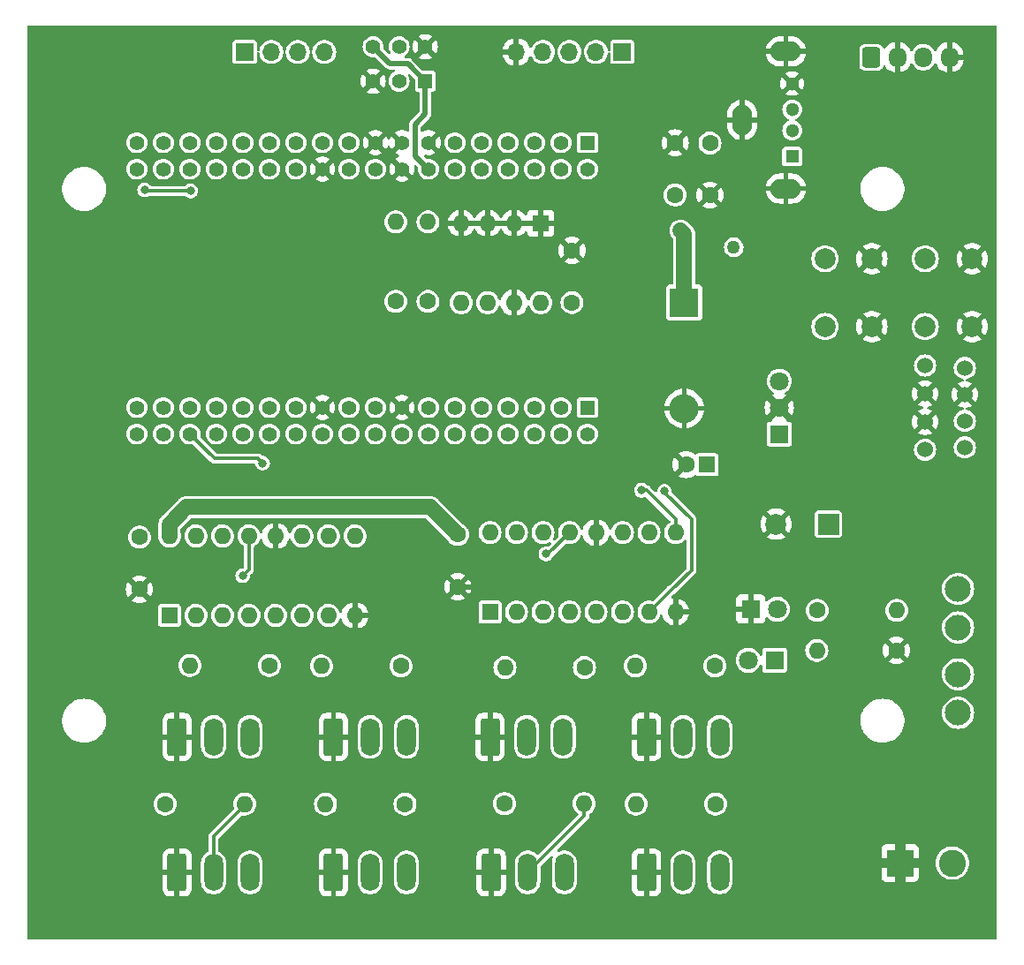
<source format=gbr>
%TF.GenerationSoftware,KiCad,Pcbnew,7.0.7*%
%TF.CreationDate,2023-10-03T01:03:54-04:00*%
%TF.ProjectId,PB_8_DMX,50425f38-5f44-44d5-982e-6b696361645f,v1*%
%TF.SameCoordinates,Original*%
%TF.FileFunction,Copper,L2,Bot*%
%TF.FilePolarity,Positive*%
%FSLAX46Y46*%
G04 Gerber Fmt 4.6, Leading zero omitted, Abs format (unit mm)*
G04 Created by KiCad (PCBNEW 7.0.7) date 2023-10-03 01:03:54*
%MOMM*%
%LPD*%
G01*
G04 APERTURE LIST*
G04 Aperture macros list*
%AMRoundRect*
0 Rectangle with rounded corners*
0 $1 Rounding radius*
0 $2 $3 $4 $5 $6 $7 $8 $9 X,Y pos of 4 corners*
0 Add a 4 corners polygon primitive as box body*
4,1,4,$2,$3,$4,$5,$6,$7,$8,$9,$2,$3,0*
0 Add four circle primitives for the rounded corners*
1,1,$1+$1,$2,$3*
1,1,$1+$1,$4,$5*
1,1,$1+$1,$6,$7*
1,1,$1+$1,$8,$9*
0 Add four rect primitives between the rounded corners*
20,1,$1+$1,$2,$3,$4,$5,0*
20,1,$1+$1,$4,$5,$6,$7,0*
20,1,$1+$1,$6,$7,$8,$9,0*
20,1,$1+$1,$8,$9,$2,$3,0*%
G04 Aperture macros list end*
%TA.AperFunction,ComponentPad*%
%ADD10R,1.600000X1.600000*%
%TD*%
%TA.AperFunction,ComponentPad*%
%ADD11C,1.600000*%
%TD*%
%TA.AperFunction,ComponentPad*%
%ADD12RoundRect,0.250000X-0.650000X-1.550000X0.650000X-1.550000X0.650000X1.550000X-0.650000X1.550000X0*%
%TD*%
%TA.AperFunction,ComponentPad*%
%ADD13O,1.800000X3.600000*%
%TD*%
%TA.AperFunction,ComponentPad*%
%ADD14R,1.300000X1.300000*%
%TD*%
%TA.AperFunction,ComponentPad*%
%ADD15C,1.300000*%
%TD*%
%TA.AperFunction,ComponentPad*%
%ADD16O,2.900000X1.900000*%
%TD*%
%TA.AperFunction,ComponentPad*%
%ADD17O,1.900000X2.900000*%
%TD*%
%TA.AperFunction,ComponentPad*%
%ADD18R,1.700000X1.700000*%
%TD*%
%TA.AperFunction,ComponentPad*%
%ADD19O,1.700000X1.700000*%
%TD*%
%TA.AperFunction,ComponentPad*%
%ADD20R,1.800000X1.800000*%
%TD*%
%TA.AperFunction,ComponentPad*%
%ADD21C,1.800000*%
%TD*%
%TA.AperFunction,ComponentPad*%
%ADD22C,1.524000*%
%TD*%
%TA.AperFunction,ComponentPad*%
%ADD23C,1.270000*%
%TD*%
%TA.AperFunction,ComponentPad*%
%ADD24R,1.408000X1.408000*%
%TD*%
%TA.AperFunction,ComponentPad*%
%ADD25C,1.408000*%
%TD*%
%TA.AperFunction,ComponentPad*%
%ADD26O,1.600000X1.600000*%
%TD*%
%TA.AperFunction,ComponentPad*%
%ADD27RoundRect,0.250000X-0.600000X-0.725000X0.600000X-0.725000X0.600000X0.725000X-0.600000X0.725000X0*%
%TD*%
%TA.AperFunction,ComponentPad*%
%ADD28O,1.700000X1.950000*%
%TD*%
%TA.AperFunction,ComponentPad*%
%ADD29R,1.400000X1.400000*%
%TD*%
%TA.AperFunction,ComponentPad*%
%ADD30C,1.400000*%
%TD*%
%TA.AperFunction,ComponentPad*%
%ADD31C,2.475000*%
%TD*%
%TA.AperFunction,ComponentPad*%
%ADD32R,2.600000X2.600000*%
%TD*%
%TA.AperFunction,ComponentPad*%
%ADD33C,2.600000*%
%TD*%
%TA.AperFunction,ComponentPad*%
%ADD34R,2.000000X2.000000*%
%TD*%
%TA.AperFunction,ComponentPad*%
%ADD35C,2.000000*%
%TD*%
%TA.AperFunction,ComponentPad*%
%ADD36R,2.800000X2.800000*%
%TD*%
%TA.AperFunction,ComponentPad*%
%ADD37O,2.800000X2.800000*%
%TD*%
%TA.AperFunction,ViaPad*%
%ADD38C,0.800000*%
%TD*%
%TA.AperFunction,Conductor*%
%ADD39C,0.500000*%
%TD*%
%TA.AperFunction,Conductor*%
%ADD40C,0.350000*%
%TD*%
%TA.AperFunction,Conductor*%
%ADD41C,1.500000*%
%TD*%
G04 APERTURE END LIST*
D10*
%TO.P,C2,1*%
%TO.N,+5V*%
X-10631088Y36445700D03*
D11*
%TO.P,C2,2*%
%TO.N,GND*%
X-12631088Y36445700D03*
%TD*%
D12*
%TO.P,J2,1,Pin_1*%
%TO.N,GND*%
X-61416200Y-2664300D03*
D13*
%TO.P,J2,2,Pin_2*%
%TO.N,/Output 1-8/DMX2-*%
X-57916200Y-2664300D03*
%TO.P,J2,3,Pin_3*%
%TO.N,/Output 1-8/DMX2+*%
X-54416200Y-2664300D03*
%TD*%
D12*
%TO.P,J5,1,Pin_1*%
%TO.N,GND*%
X-31416200Y10335700D03*
D13*
%TO.P,J5,2,Pin_2*%
%TO.N,/Output 1-8/DMX5-*%
X-27916200Y10335700D03*
%TO.P,J5,3,Pin_3*%
%TO.N,/Output 1-8/DMX5+*%
X-24416200Y10335700D03*
%TD*%
D12*
%TO.P,J6,1,Pin_1*%
%TO.N,GND*%
X-31301858Y-2664300D03*
D13*
%TO.P,J6,2,Pin_2*%
%TO.N,/Output 1-8/DMX6-*%
X-27801858Y-2664300D03*
%TO.P,J6,3,Pin_3*%
%TO.N,/Output 1-8/DMX6+*%
X-24301858Y-2664300D03*
%TD*%
D12*
%TO.P,J7,1,Pin_1*%
%TO.N,GND*%
X-16416200Y10335700D03*
D13*
%TO.P,J7,2,Pin_2*%
%TO.N,/Output 1-8/DMX7-*%
X-12916200Y10335700D03*
%TO.P,J7,3,Pin_3*%
%TO.N,/Output 1-8/DMX7+*%
X-9416200Y10335700D03*
%TD*%
D12*
%TO.P,J8,1,Pin_1*%
%TO.N,GND*%
X-16416200Y-2664300D03*
D13*
%TO.P,J8,2,Pin_2*%
%TO.N,/Output 1-8/DMX8-*%
X-12916200Y-2664300D03*
%TO.P,J8,3,Pin_3*%
%TO.N,/Output 1-8/DMX8+*%
X-9416200Y-2664300D03*
%TD*%
D12*
%TO.P,J1,1,Pin_1*%
%TO.N,GND*%
X-61416200Y10335700D03*
D13*
%TO.P,J1,2,Pin_2*%
%TO.N,/Output 1-8/DMX1-*%
X-57916200Y10335700D03*
%TO.P,J1,3,Pin_3*%
%TO.N,/Output 1-8/DMX1+*%
X-54416200Y10335700D03*
%TD*%
D12*
%TO.P,J3,1,Pin_1*%
%TO.N,GND*%
X-46416200Y10335700D03*
D13*
%TO.P,J3,2,Pin_2*%
%TO.N,/Output 1-8/DMX3-*%
X-42916200Y10335700D03*
%TO.P,J3,3,Pin_3*%
%TO.N,/Output 1-8/DMX3+*%
X-39416200Y10335700D03*
%TD*%
D12*
%TO.P,J4,1,Pin_1*%
%TO.N,GND*%
X-46416200Y-2664300D03*
D13*
%TO.P,J4,2,Pin_2*%
%TO.N,/Output 1-8/DMX4-*%
X-42916200Y-2664300D03*
%TO.P,J4,3,Pin_3*%
%TO.N,/Output 1-8/DMX4+*%
X-39416200Y-2664300D03*
%TD*%
D14*
%TO.P,J10,1,VBUS*%
%TO.N,V_USB*%
X-2467400Y65989900D03*
D15*
%TO.P,J10,2,D-*%
%TO.N,USB_D-*%
X-2467400Y68489900D03*
%TO.P,J10,3,D+*%
%TO.N,USB_D+*%
X-2467400Y70489900D03*
%TO.P,J10,4,GND*%
%TO.N,GND*%
X-2467400Y72989900D03*
D16*
%TO.P,J10,5,Shield*%
X-3067400Y62919900D03*
D17*
X-7247400Y69489900D03*
D16*
X-3067400Y76059900D03*
%TD*%
D18*
%TO.P,J11,1,Pin_1*%
%TO.N,unconnected-(J11-Pin_1-Pad1)*%
X-18734600Y76024900D03*
D19*
%TO.P,J11,2,Pin_2*%
%TO.N,I2C_SCL*%
X-21274600Y76024900D03*
%TO.P,J11,3,Pin_3*%
%TO.N,I2C_SDA*%
X-23814600Y76024900D03*
%TO.P,J11,4,Pin_4*%
%TO.N,+3.3V*%
X-26354600Y76024900D03*
%TO.P,J11,5,Pin_5*%
%TO.N,GND*%
X-28894600Y76024900D03*
%TD*%
D20*
%TO.P,U1,1,IN*%
%TO.N,+12P*%
X-3698200Y39365700D03*
D21*
%TO.P,U1,2,GND*%
%TO.N,GND*%
X-3698200Y41905700D03*
%TO.P,U1,3,OUT*%
%TO.N,+5V*%
X-3698200Y44445700D03*
D22*
%TO.P,U1,4,OUT*%
X14081800Y45715700D03*
%TO.P,U1,5,GND*%
%TO.N,GND*%
X14081800Y43175700D03*
%TO.P,U1,6,IN*%
%TO.N,+12P*%
X14081800Y40635700D03*
%TO.P,U1,7,EN*%
%TO.N,unconnected-(U1-EN-Pad7)*%
X14081800Y38095700D03*
%TO.P,U1,8,OUT*%
%TO.N,+5V*%
X10271800Y45947640D03*
%TO.P,U1,9,GND*%
%TO.N,GND*%
X10271800Y43252700D03*
%TO.P,U1,10,GND*%
X10271800Y40558700D03*
%TO.P,U1,11,IN*%
%TO.N,+12P*%
X10271800Y37863760D03*
%TD*%
D23*
%TO.P,F2,1*%
%TO.N,V_USB*%
X-8066200Y57285700D03*
%TO.P,F2,2*%
%TO.N,+5V*%
X-13166200Y58885700D03*
%TD*%
D11*
%TO.P,C3,1*%
%TO.N,V_USB*%
X-10341400Y67284900D03*
%TO.P,C3,2*%
%TO.N,GND*%
X-10341400Y62284900D03*
%TD*%
%TO.P,C5,1*%
%TO.N,+5V*%
X-13674600Y62294900D03*
%TO.P,C5,2*%
%TO.N,GND*%
X-13674600Y67294900D03*
%TD*%
D24*
%TO.P,U3,P1_1,SYS_VIN*%
%TO.N,+5V*%
X-22081500Y67318300D03*
D25*
%TO.P,U3,P1_2,AIN6/GPIO87*%
%TO.N,GPIO1*%
X-22081500Y64778300D03*
%TO.P,U3,P1_3,USB1_DRVVBUS*%
%TO.N,unconnected-(U3A-USB1_DRVVBUS-PadP1_3)*%
X-24621500Y67318300D03*
%TO.P,U3,P1_4,GPIO_89*%
%TO.N,GPIO2*%
X-24621500Y64778300D03*
%TO.P,U3,P1_5,USB1_VBUS*%
%TO.N,V_USB*%
X-27161500Y67318300D03*
%TO.P,U3,P1_6,SPI0_CS*%
%TO.N,BTN1*%
X-27161500Y64778300D03*
%TO.P,U3,P1_7,USB1_VIN*%
%TO.N,V_USB*%
X-29701500Y67318300D03*
%TO.P,U3,P1_8,SPI0_CLK*%
%TO.N,BTN2*%
X-29701500Y64778300D03*
%TO.P,U3,P1_9,USB1_DN*%
%TO.N,USB_D-*%
X-32241500Y67318300D03*
%TO.P,U3,P1_10,SPI0_MISO*%
%TO.N,unconnected-(U3A-SPI0_MISO-PadP1_10)*%
X-32241500Y64778300D03*
%TO.P,U3,P1_11,USB1_DP*%
%TO.N,USB_D+*%
X-34781500Y67318300D03*
%TO.P,U3,P1_12,SPI0_MOSI*%
%TO.N,unconnected-(U3A-SPI0_MOSI-PadP1_12)*%
X-34781500Y64778300D03*
%TO.P,U3,P1_13,USB1_ID*%
%TO.N,GND*%
X-37321500Y67318300D03*
%TO.P,U3,P1_14,SYS_3.3V*%
%TO.N,+3.3V*%
X-37321500Y64778300D03*
%TO.P,U3,P1_15,USB1_GND*%
%TO.N,GND*%
X-39861500Y67318300D03*
%TO.P,U3,P1_16,SYS_GND*%
X-39861500Y64778300D03*
%TO.P,U3,P1_17,AIN1.8V_REF-*%
X-42401500Y67318300D03*
%TO.P,U3,P1_18,AIN1.8V_REF+*%
%TO.N,unconnected-(U3A-AIN1.8V_REF+-PadP1_18)*%
X-42401500Y64778300D03*
%TO.P,U3,P1_19,AIN0(1.8V)*%
%TO.N,unconnected-(U3A-AIN0(1.8V)-PadP1_19)*%
X-44941500Y67318300D03*
%TO.P,U3,P1_20,GPIO_20*%
%TO.N,unconnected-(U3A-GPIO_20-PadP1_20)*%
X-44941500Y64778300D03*
%TO.P,U3,P1_21,AIN1(1.8V)*%
%TO.N,unconnected-(U3A-AIN1(1.8V)-PadP1_21)*%
X-47481500Y67318300D03*
%TO.P,U3,P1_22,SYS_GND*%
%TO.N,GND*%
X-47481500Y64778300D03*
%TO.P,U3,P1_23,AIN2(1.8V)*%
%TO.N,unconnected-(U3A-AIN2(1.8V)-PadP1_23)*%
X-50021500Y67318300D03*
%TO.P,U3,P1_24,SYS_VOUT*%
%TO.N,unconnected-(U3A-SYS_VOUT-PadP1_24)*%
X-50021500Y64778300D03*
%TO.P,U3,P1_25,AIN3(1.8V)*%
%TO.N,unconnected-(U3A-AIN3(1.8V)-PadP1_25)*%
X-52561500Y67318300D03*
%TO.P,U3,P1_26,I2C2_SDA*%
%TO.N,I2C_SDA*%
X-52561500Y64778300D03*
%TO.P,U3,P1_27,AIN4(1.8V)*%
%TO.N,unconnected-(U3A-AIN4(1.8V)-PadP1_27)*%
X-55101500Y67318300D03*
%TO.P,U3,P1_28,I2C2_SCL*%
%TO.N,I2C_SCL*%
X-55101500Y64778300D03*
%TO.P,U3,P1_29,PRU0_7*%
%TO.N,DATA1*%
X-57641500Y67318300D03*
%TO.P,U3,P1_30,UART0_TX*%
%TO.N,unconnected-(U3A-UART0_TX-PadP1_30)*%
X-57641500Y64778300D03*
%TO.P,U3,P1_31,PRU0_4*%
%TO.N,DATA8*%
X-60181500Y67318300D03*
%TO.P,U3,P1_32,UART0_RX*%
%TO.N,unconnected-(U3A-UART0_RX-PadP1_32)*%
X-60181500Y64778300D03*
%TO.P,U3,P1_33,PRU0_1*%
%TO.N,DATA4*%
X-62721500Y67318300D03*
%TO.P,U3,P1_34,GPIO_26*%
%TO.N,unconnected-(U3A-GPIO_26-PadP1_34)*%
X-62721500Y64778300D03*
%TO.P,U3,P1_35,PRU1_10*%
%TO.N,unconnected-(U3A-PRU1_10-PadP1_35)*%
X-65261500Y67318300D03*
%TO.P,U3,P1_36,PWM0_A*%
%TO.N,DATA6*%
X-65261500Y64778300D03*
D24*
%TO.P,U3,P2_1,PWM1_A*%
%TO.N,unconnected-(U3B-PWM1_A-PadP2_1)*%
X-22081500Y41918300D03*
D25*
%TO.P,U3,P2_2,GPIO_59*%
%TO.N,unconnected-(U3B-GPIO_59-PadP2_2)*%
X-22081500Y39378300D03*
%TO.P,U3,P2_3,GPIO_23*%
%TO.N,unconnected-(U3B-GPIO_23-PadP2_3)*%
X-24621500Y41918300D03*
%TO.P,U3,P2_4,GPIO_58*%
%TO.N,unconnected-(U3B-GPIO_58-PadP2_4)*%
X-24621500Y39378300D03*
%TO.P,U3,P2_5,UART4_RX*%
%TO.N,unconnected-(U3B-UART4_RX-PadP2_5)*%
X-27161500Y41918300D03*
%TO.P,U3,P2_6,GPIO_57*%
%TO.N,unconnected-(U3B-GPIO_57-PadP2_6)*%
X-27161500Y39378300D03*
%TO.P,U3,P2_7,UART4_TX*%
%TO.N,unconnected-(U3B-UART4_TX-PadP2_7)*%
X-29701500Y41918300D03*
%TO.P,U3,P2_8,GPIO_60*%
%TO.N,unconnected-(U3B-GPIO_60-PadP2_8)*%
X-29701500Y39378300D03*
%TO.P,U3,P2_9,I2C1_SCL*%
%TO.N,unconnected-(U3B-I2C1_SCL-PadP2_9)*%
X-32241500Y41918300D03*
%TO.P,U3,P2_10,GPIO_52*%
%TO.N,unconnected-(U3B-GPIO_52-PadP2_10)*%
X-32241500Y39378300D03*
%TO.P,U3,P2_11,I2C1_SDA*%
%TO.N,unconnected-(U3B-I2C1_SDA-PadP2_11)*%
X-34781500Y41918300D03*
%TO.P,U3,P2_12,SYS_PWRBTN*%
%TO.N,unconnected-(U3B-SYS_PWRBTN-PadP2_12)*%
X-34781500Y39378300D03*
%TO.P,U3,P2_13,SYS_VOUT*%
%TO.N,unconnected-(U3A-SYS_VOUT-PadP2_13)*%
X-37321500Y41918300D03*
%TO.P,U3,P2_14,BAT_VIN*%
%TO.N,unconnected-(U3B-BAT_VIN-PadP2_14)*%
X-37321500Y39378300D03*
%TO.P,U3,P2_15,SYS_GND*%
%TO.N,GND*%
X-39861500Y41918300D03*
%TO.P,U3,P2_16,BAT_TEMP*%
%TO.N,unconnected-(U3B-BAT_TEMP-PadP2_16)*%
X-39861500Y39378300D03*
%TO.P,U3,P2_17,GPIO_65*%
%TO.N,unconnected-(U3B-GPIO_65-PadP2_17)*%
X-42401500Y41918300D03*
%TO.P,U3,P2_18,GPIO_47*%
%TO.N,unconnected-(U3B-GPIO_47-PadP2_18)*%
X-42401500Y39378300D03*
%TO.P,U3,P2_19,GPIO_27*%
%TO.N,unconnected-(U3B-GPIO_27-PadP2_19)*%
X-44941500Y41918300D03*
%TO.P,U3,P2_20,GPIO_64*%
%TO.N,unconnected-(U3B-GPIO_64-PadP2_20)*%
X-44941500Y39378300D03*
%TO.P,U3,P2_21,SYS_GND*%
%TO.N,GND*%
X-47481500Y41918300D03*
%TO.P,U3,P2_22,GPIO_46*%
%TO.N,unconnected-(U3B-GPIO_46-PadP2_22)*%
X-47481500Y39378300D03*
%TO.P,U3,P2_23,SYS_3.3V*%
%TO.N,unconnected-(U3A-SYS_3.3V-PadP2_23)*%
X-50021500Y41918300D03*
%TO.P,U3,P2_24,GPIO_48*%
%TO.N,unconnected-(U3B-GPIO_48-PadP2_24)*%
X-50021500Y39378300D03*
%TO.P,U3,P2_25,SPI1_MOSI*%
%TO.N,unconnected-(U3B-SPI1_MOSI-PadP2_25)*%
X-52561500Y41918300D03*
%TO.P,U3,P2_26,SYS_NRST*%
%TO.N,unconnected-(U3B-SYS_NRST-PadP2_26)*%
X-52561500Y39378300D03*
%TO.P,U3,P2_27,SPI1_MISO*%
%TO.N,unconnected-(U3B-SPI1_MISO-PadP2_27)*%
X-55101500Y41918300D03*
%TO.P,U3,P2_28,PRU0_6*%
%TO.N,DATA7*%
X-55101500Y39378300D03*
%TO.P,U3,P2_29,SPI1_CLK*%
%TO.N,unconnected-(U3B-SPI1_CLK-PadP2_29)*%
X-57641500Y41918300D03*
%TO.P,U3,P2_30,PRU0_3*%
%TO.N,DATA3*%
X-57641500Y39378300D03*
%TO.P,U3,P2_31,SPI1_CS*%
%TO.N,unconnected-(U3B-SPI1_CS-PadP2_31)*%
X-60181500Y41918300D03*
%TO.P,U3,P2_32,PRU0_2*%
%TO.N,DATA5*%
X-60181500Y39378300D03*
%TO.P,U3,P2_33,GPIO_45*%
%TO.N,unconnected-(U3B-GPIO_45-PadP2_33)*%
X-62721500Y41918300D03*
%TO.P,U3,P2_34,PRU0_5*%
%TO.N,DATA2*%
X-62721500Y39378300D03*
%TO.P,U3,P2_35,AIN5/GPIO86*%
%TO.N,unconnected-(U3B-AIN5{slash}GPIO86-PadP2_35)*%
X-65261500Y41918300D03*
%TO.P,U3,P2_36,AIN7(1.8V)*%
%TO.N,unconnected-(U3B-AIN7(1.8V)-PadP2_36)*%
X-65261500Y39378300D03*
%TD*%
D18*
%TO.P,J13,1,Pin_1*%
%TO.N,I2C_SDA*%
X-54924600Y76024900D03*
D19*
%TO.P,J13,2,Pin_2*%
%TO.N,I2C_SCL*%
X-52384600Y76024900D03*
%TO.P,J13,3,Pin_3*%
%TO.N,/OLED_Pin_3*%
X-49844600Y76024900D03*
%TO.P,J13,4,Pin_4*%
%TO.N,/OLED_Pin_4*%
X-47304600Y76024900D03*
%TD*%
D20*
%TO.P,D1,1,K*%
%TO.N,GND*%
X-6431200Y22585700D03*
D21*
%TO.P,D1,2,A*%
%TO.N,Net-(D1-A)*%
X-3891200Y22585700D03*
%TD*%
D11*
%TO.P,R1,1*%
%TO.N,Net-(D1-A)*%
X-76200Y22460700D03*
D26*
%TO.P,R1,2*%
%TO.N,+12P*%
X7543800Y22460700D03*
%TD*%
D20*
%TO.P,D2,1,K*%
%TO.N,Net-(D2-K)*%
X-4136200Y17680700D03*
D21*
%TO.P,D2,2,A*%
%TO.N,+5V*%
X-6676200Y17680700D03*
%TD*%
D11*
%TO.P,R2,1*%
%TO.N,GND*%
X7518800Y18635700D03*
D26*
%TO.P,R2,2*%
%TO.N,Net-(D2-K)*%
X-101200Y18635700D03*
%TD*%
D27*
%TO.P,J12,1,Pin_1*%
%TO.N,GPIO1*%
X5116600Y75508900D03*
D28*
%TO.P,J12,2,Pin_2*%
%TO.N,GND*%
X7616600Y75508900D03*
%TO.P,J12,3,Pin_3*%
%TO.N,GPIO2*%
X10116600Y75508900D03*
%TO.P,J12,4,Pin_4*%
%TO.N,GND*%
X12616600Y75508900D03*
%TD*%
D29*
%TO.P,SW1,1,A*%
%TO.N,+3.3V*%
X-37621000Y73218900D03*
D30*
%TO.P,SW1,2,B*%
%TO.N,/OLED_Pin_3*%
X-40121000Y73218900D03*
%TO.P,SW1,3,C*%
%TO.N,GND*%
X-42621000Y73218900D03*
%TO.P,SW1,4,A*%
X-37621000Y76518900D03*
%TO.P,SW1,5,B*%
%TO.N,/OLED_Pin_4*%
X-40121000Y76518900D03*
%TO.P,SW1,6,C*%
%TO.N,+3.3V*%
X-42621000Y76518900D03*
%TD*%
D31*
%TO.P,F1,1_1,1*%
%TO.N,VIN2*%
X13433800Y12635700D03*
%TO.P,F1,1_2,1*%
X13433800Y16335700D03*
%TO.P,F1,2_1,2*%
%TO.N,+12P*%
X13433800Y20835700D03*
%TO.P,F1,2_2,2*%
X13433800Y24535700D03*
%TD*%
D32*
%TO.P,J9,1,Pin_1*%
%TO.N,GND*%
X7883800Y-1764300D03*
D33*
%TO.P,J9,2,Pin_2*%
%TO.N,VIN2*%
X12883800Y-1764300D03*
%TD*%
D34*
%TO.P,C1,1*%
%TO.N,+12P*%
X1001600Y30735900D03*
D35*
%TO.P,C1,2*%
%TO.N,GND*%
X-3998400Y30735900D03*
%TD*%
D11*
%TO.P,R3,1*%
%TO.N,I2C_SDA*%
X-37366200Y52085700D03*
D26*
%TO.P,R3,2*%
%TO.N,+3.3V*%
X-37366200Y59705700D03*
%TD*%
D11*
%TO.P,R4,1*%
%TO.N,I2C_SCL*%
X-40466200Y52085700D03*
D26*
%TO.P,R4,2*%
%TO.N,+3.3V*%
X-40466200Y59705700D03*
%TD*%
D10*
%TO.P,U2,1,A0*%
%TO.N,GND*%
X-26566200Y59585700D03*
D26*
%TO.P,U2,2,A1*%
X-29106200Y59585700D03*
%TO.P,U2,3,A2*%
X-31646200Y59585700D03*
%TO.P,U2,4,GND*%
X-34186200Y59585700D03*
%TO.P,U2,5,SDA*%
%TO.N,I2C_SDA*%
X-34186200Y51965700D03*
%TO.P,U2,6,SCL*%
%TO.N,I2C_SCL*%
X-31646200Y51965700D03*
%TO.P,U2,7,WP*%
%TO.N,GND*%
X-29106200Y51965700D03*
%TO.P,U2,8,VCC*%
%TO.N,+3.3V*%
X-26566200Y51965700D03*
%TD*%
D11*
%TO.P,C4,1*%
%TO.N,+3.3V*%
X-23566200Y51985700D03*
%TO.P,C4,2*%
%TO.N,GND*%
X-23566200Y56985700D03*
%TD*%
D35*
%TO.P,SW2,1,A*%
%TO.N,GND*%
X5183800Y56185700D03*
X5183800Y49685700D03*
%TO.P,SW2,2,B*%
%TO.N,BTN1*%
X683800Y56185700D03*
X683800Y49685700D03*
%TD*%
%TO.P,SW3,1,A*%
%TO.N,GND*%
X14783800Y56185700D03*
X14783800Y49685700D03*
%TO.P,SW3,2,B*%
%TO.N,BTN2*%
X10283800Y56185700D03*
X10283800Y49685700D03*
%TD*%
D36*
%TO.P,D3,1,K*%
%TO.N,+5V*%
X-12806200Y51995700D03*
D37*
%TO.P,D3,2,A*%
%TO.N,GND*%
X-12806200Y41835700D03*
%TD*%
D10*
%TO.P,IC2,1,1A*%
%TO.N,DATA6*%
X-31416200Y22315700D03*
D26*
%TO.P,IC2,2,1Y*%
%TO.N,/Output 1-8/DMX6+*%
X-28876200Y22315700D03*
%TO.P,IC2,3,1Z*%
%TO.N,/Output 1-8/DMX6-*%
X-26336200Y22315700D03*
%TO.P,IC2,4,G*%
%TO.N,unconnected-(IC2-G-Pad4)*%
X-23796200Y22315700D03*
%TO.P,IC2,5,2Z*%
%TO.N,/Output 1-8/DMX8-*%
X-21256200Y22315700D03*
%TO.P,IC2,6,2Y*%
%TO.N,/Output 1-8/DMX8+*%
X-18716200Y22315700D03*
%TO.P,IC2,7,2A*%
%TO.N,DATA8*%
X-16176200Y22315700D03*
%TO.P,IC2,8,GND*%
%TO.N,GND*%
X-13636200Y22315700D03*
%TO.P,IC2,9,3A*%
%TO.N,DATA7*%
X-13636200Y29935700D03*
%TO.P,IC2,10,3Y*%
%TO.N,/Output 1-8/DMX7+*%
X-16176200Y29935700D03*
%TO.P,IC2,11,3Z*%
%TO.N,/Output 1-8/DMX7-*%
X-18716200Y29935700D03*
%TO.P,IC2,12,~{G}*%
%TO.N,GND*%
X-21256200Y29935700D03*
%TO.P,IC2,13,4Z*%
%TO.N,/Output 1-8/DMX5-*%
X-23796200Y29935700D03*
%TO.P,IC2,14,4Y*%
%TO.N,/Output 1-8/DMX5+*%
X-26336200Y29935700D03*
%TO.P,IC2,15,4A*%
%TO.N,DATA5*%
X-28876200Y29935700D03*
%TO.P,IC2,16,VCC*%
%TO.N,+5V*%
X-31416200Y29935700D03*
%TD*%
D11*
%TO.P,R12,1*%
%TO.N,/Output 1-8/DMX5+*%
X-22366200Y16985700D03*
D26*
%TO.P,R12,2*%
%TO.N,/Output 1-8/DMX5-*%
X-29986200Y16985700D03*
%TD*%
D11*
%TO.P,C7,1*%
%TO.N,+5V*%
X-34516200Y29735700D03*
%TO.P,C7,2*%
%TO.N,GND*%
X-34516200Y24735700D03*
%TD*%
%TO.P,C6,1*%
%TO.N,+5V*%
X-65016200Y29485700D03*
%TO.P,C6,2*%
%TO.N,GND*%
X-65016200Y24485700D03*
%TD*%
%TO.P,R7,1*%
%TO.N,/Output 1-8/DMX3+*%
X-39966200Y17135700D03*
D26*
%TO.P,R7,2*%
%TO.N,/Output 1-8/DMX3-*%
X-47586200Y17135700D03*
%TD*%
D11*
%TO.P,R6,1*%
%TO.N,/Output 1-8/DMX4+*%
X-39566200Y3885700D03*
D26*
%TO.P,R6,2*%
%TO.N,/Output 1-8/DMX4-*%
X-47186200Y3885700D03*
%TD*%
D11*
%TO.P,R11,1*%
%TO.N,/Output 1-8/DMX7+*%
X-9856200Y17135700D03*
D26*
%TO.P,R11,2*%
%TO.N,/Output 1-8/DMX7-*%
X-17476200Y17135700D03*
%TD*%
D11*
%TO.P,R8,1*%
%TO.N,/Output 1-8/DMX1+*%
X-52566200Y17185700D03*
D26*
%TO.P,R8,2*%
%TO.N,/Output 1-8/DMX1-*%
X-60186200Y17185700D03*
%TD*%
D11*
%TO.P,R9,1*%
%TO.N,/Output 1-8/DMX6+*%
X-30026200Y3935700D03*
D26*
%TO.P,R9,2*%
%TO.N,/Output 1-8/DMX6-*%
X-22406200Y3935700D03*
%TD*%
D11*
%TO.P,R10,1*%
%TO.N,/Output 1-8/DMX8+*%
X-9816200Y3885700D03*
D26*
%TO.P,R10,2*%
%TO.N,/Output 1-8/DMX8-*%
X-17436200Y3885700D03*
%TD*%
D10*
%TO.P,IC1,1,1A*%
%TO.N,DATA2*%
X-62136200Y21985700D03*
D26*
%TO.P,IC1,2,1Y*%
%TO.N,/Output 1-8/DMX2+*%
X-59596200Y21985700D03*
%TO.P,IC1,3,1Z*%
%TO.N,/Output 1-8/DMX2-*%
X-57056200Y21985700D03*
%TO.P,IC1,4,G*%
%TO.N,unconnected-(IC1-G-Pad4)*%
X-54516200Y21985700D03*
%TO.P,IC1,5,2Z*%
%TO.N,/Output 1-8/DMX4-*%
X-51976200Y21985700D03*
%TO.P,IC1,6,2Y*%
%TO.N,/Output 1-8/DMX4+*%
X-49436200Y21985700D03*
%TO.P,IC1,7,2A*%
%TO.N,DATA4*%
X-46896200Y21985700D03*
%TO.P,IC1,8,GND*%
%TO.N,GND*%
X-44356200Y21985700D03*
%TO.P,IC1,9,3A*%
%TO.N,DATA3*%
X-44356200Y29605700D03*
%TO.P,IC1,10,3Y*%
%TO.N,/Output 1-8/DMX3+*%
X-46896200Y29605700D03*
%TO.P,IC1,11,3Z*%
%TO.N,/Output 1-8/DMX3-*%
X-49436200Y29605700D03*
%TO.P,IC1,12,~{G}*%
%TO.N,GND*%
X-51976200Y29605700D03*
%TO.P,IC1,13,4Z*%
%TO.N,/Output 1-8/DMX1-*%
X-54516200Y29605700D03*
%TO.P,IC1,14,4Y*%
%TO.N,/Output 1-8/DMX1+*%
X-57056200Y29605700D03*
%TO.P,IC1,15,4A*%
%TO.N,DATA1*%
X-59596200Y29605700D03*
%TO.P,IC1,16,VCC*%
%TO.N,+5V*%
X-62136200Y29605700D03*
%TD*%
D11*
%TO.P,R5,1*%
%TO.N,/Output 1-8/DMX2+*%
X-62566200Y3885700D03*
D26*
%TO.P,R5,2*%
%TO.N,/Output 1-8/DMX2-*%
X-54946200Y3885700D03*
%TD*%
D38*
%TO.N,GND*%
X-57316200Y34385700D03*
%TO.N,DATA5*%
X-53216200Y36585700D03*
%TO.N,DATA6*%
X-60116200Y62685700D03*
X-64516200Y62785700D03*
%TO.N,DATA7*%
X-16916200Y33985700D03*
%TO.N,DATA8*%
X-14716200Y33885700D03*
%TO.N,/Output 1-8/DMX1-*%
X-55116200Y25785700D03*
%TO.N,/Output 1-8/DMX5-*%
X-26066200Y27885700D03*
%TD*%
D39*
%TO.N,+3.3V*%
X-37616200Y70074100D02*
X-37616200Y73214100D01*
X-38591200Y69099100D02*
X-37616200Y70074100D01*
X-37616200Y73214100D02*
X-37621000Y73218900D01*
X-38591200Y66048000D02*
X-38591200Y69099100D01*
X-37321500Y64778300D02*
X-38591200Y66048000D01*
D40*
%TO.N,DATA5*%
X-57838900Y37035700D02*
X-60181500Y39378300D01*
X-53666200Y37035700D02*
X-57838900Y37035700D01*
X-53216200Y36585700D02*
X-53666200Y37035700D01*
D39*
%TO.N,GND*%
X-39861500Y64778300D02*
X-42401500Y67318300D01*
X-34516200Y62585700D02*
X-34186200Y62255700D01*
X-37668900Y62585700D02*
X-34516200Y62585700D01*
X-34186200Y62255700D02*
X-34186200Y59585700D01*
X-39861500Y64778300D02*
X-37668900Y62585700D01*
X-24916200Y59585700D02*
X-26566200Y59585700D01*
X-24916200Y58335700D02*
X-24916200Y59585700D01*
X-23566200Y56985700D02*
X-24916200Y58335700D01*
X-26566200Y59585700D02*
X-34186200Y59585700D01*
X-29106200Y51965700D02*
X-29106200Y59585700D01*
X-29106200Y47295700D02*
X-34484100Y47295700D01*
X-34484100Y47295700D02*
X-39861500Y41918300D01*
X-29106200Y51965700D02*
X-29106200Y47295700D01*
X-38607500Y36377000D02*
X-22707500Y36377000D01*
X-22707500Y36377000D02*
X-21256200Y34925700D01*
X-38607500Y40664300D02*
X-38607500Y36377000D01*
X-21256200Y34925700D02*
X-21256200Y29935700D01*
X-39861500Y41918300D02*
X-38607500Y40664300D01*
X-63916200Y25585700D02*
X-65016200Y24485700D01*
X-62816200Y25585700D02*
X-63916200Y25585700D01*
X-62066200Y24835700D02*
X-62816200Y25585700D01*
X-52686200Y24835700D02*
X-62066200Y24835700D01*
X-51976200Y25545700D02*
X-52686200Y24835700D01*
X-44356200Y24825700D02*
X-44356200Y21985700D01*
X-45076200Y25545700D02*
X-44356200Y24825700D01*
X-51976200Y25545700D02*
X-45076200Y25545700D01*
X-51976200Y29605700D02*
X-51976200Y25545700D01*
X-23666200Y24735700D02*
X-34516200Y24735700D01*
X-21256200Y29935700D02*
X-21256200Y27145700D01*
X-21256200Y27145700D02*
X-23666200Y24735700D01*
X-13636200Y20565700D02*
X-13636200Y22315700D01*
X-14516200Y19685700D02*
X-13636200Y20565700D01*
X-31486200Y19685700D02*
X-14516200Y19685700D01*
X-33316200Y23535700D02*
X-33316200Y21515700D01*
X-34516200Y24735700D02*
X-33316200Y23535700D01*
X-33316200Y21515700D02*
X-31486200Y19685700D01*
X-37266200Y21985700D02*
X-34516200Y24735700D01*
X-44356200Y21985700D02*
X-37266200Y21985700D01*
D41*
%TO.N,+5V*%
X-37166200Y32385700D02*
X-60491200Y32385700D01*
X-60491200Y32385700D02*
X-62136200Y30740700D01*
X-12806200Y51995700D02*
X-12806200Y58525700D01*
X-34516200Y29735700D02*
X-37166200Y32385700D01*
X-12806200Y58525700D02*
X-13166200Y58885700D01*
X-62136200Y30740700D02*
X-62136200Y29605700D01*
D40*
%TO.N,DATA6*%
X-64516200Y62785700D02*
X-64416200Y62685700D01*
X-64416200Y62685700D02*
X-60116200Y62685700D01*
%TO.N,DATA7*%
X-16916200Y33985700D02*
X-16416200Y33985700D01*
X-16416200Y33985700D02*
X-13636200Y31205700D01*
X-13636200Y31205700D02*
X-13636200Y29935700D01*
%TO.N,DATA8*%
X-14016200Y24435700D02*
X-14056200Y24435700D01*
X-14056200Y24435700D02*
X-16176200Y22315700D01*
X-12116200Y31185700D02*
X-12116200Y26335700D01*
X-14716200Y33785700D02*
X-12116200Y31185700D01*
X-12116200Y26335700D02*
X-14016200Y24435700D01*
X-14716200Y33885700D02*
X-14716200Y33785700D01*
%TO.N,/Output 1-8/DMX2-*%
X-57916200Y-2664300D02*
X-57916200Y785700D01*
X-54946200Y3755700D02*
X-54946200Y3885700D01*
X-57916200Y785700D02*
X-54946200Y3755700D01*
%TO.N,/Output 1-8/DMX1-*%
X-54516200Y26385700D02*
X-54516200Y29605700D01*
X-55116200Y25785700D02*
X-54516200Y26385700D01*
%TO.N,/Output 1-8/DMX6-*%
X-22406200Y3935700D02*
X-22406200Y2731358D01*
X-22406200Y2731358D02*
X-27801858Y-2664300D01*
%TO.N,/Output 1-8/DMX5-*%
X-25846200Y27885700D02*
X-23796200Y29935700D01*
X-26066200Y27885700D02*
X-25846200Y27885700D01*
D39*
%TO.N,+3.3V*%
X-42621000Y76518900D02*
X-40997400Y74895300D01*
X-37321500Y59750400D02*
X-37366200Y59705700D01*
X-39297400Y74895300D02*
X-37621000Y73218900D01*
X-40997400Y74895300D02*
X-39297400Y74895300D01*
%TD*%
%TA.AperFunction,Conductor*%
%TO.N,GND*%
G36*
X-32089737Y59816015D02*
G01*
X-32043982Y59763211D01*
X-32034038Y59694053D01*
X-32034303Y59692303D01*
X-32051186Y59585704D01*
X-32051186Y59585697D01*
X-32034303Y59479097D01*
X-32043258Y59409804D01*
X-32088254Y59356352D01*
X-32155006Y59335713D01*
X-32156776Y59335700D01*
X-33675624Y59335700D01*
X-33742663Y59355385D01*
X-33788418Y59408189D01*
X-33798362Y59477347D01*
X-33798097Y59479097D01*
X-33781214Y59585697D01*
X-33781214Y59585704D01*
X-33798097Y59692303D01*
X-33789142Y59761596D01*
X-33744146Y59815048D01*
X-33677394Y59835687D01*
X-33675624Y59835700D01*
X-32156776Y59835700D01*
X-32089737Y59816015D01*
G37*
%TD.AperFunction*%
%TA.AperFunction,Conductor*%
G36*
X-29549737Y59816015D02*
G01*
X-29503982Y59763211D01*
X-29494038Y59694053D01*
X-29494303Y59692303D01*
X-29511186Y59585704D01*
X-29511186Y59585697D01*
X-29494303Y59479097D01*
X-29503258Y59409804D01*
X-29548254Y59356352D01*
X-29615006Y59335713D01*
X-29616776Y59335700D01*
X-31135624Y59335700D01*
X-31202663Y59355385D01*
X-31248418Y59408189D01*
X-31258362Y59477347D01*
X-31258097Y59479097D01*
X-31241214Y59585697D01*
X-31241214Y59585704D01*
X-31258097Y59692303D01*
X-31249142Y59761596D01*
X-31204146Y59815048D01*
X-31137394Y59835687D01*
X-31135624Y59835700D01*
X-29616776Y59835700D01*
X-29549737Y59816015D01*
G37*
%TD.AperFunction*%
%TA.AperFunction,Conductor*%
G36*
X-27009737Y59816015D02*
G01*
X-26963982Y59763211D01*
X-26954038Y59694053D01*
X-26954303Y59692303D01*
X-26971186Y59585704D01*
X-26971186Y59585697D01*
X-26954303Y59479097D01*
X-26963258Y59409804D01*
X-27008254Y59356352D01*
X-27075006Y59335713D01*
X-27076776Y59335700D01*
X-28595624Y59335700D01*
X-28662663Y59355385D01*
X-28708418Y59408189D01*
X-28718362Y59477347D01*
X-28718097Y59479097D01*
X-28701214Y59585697D01*
X-28701214Y59585704D01*
X-28718097Y59692303D01*
X-28709142Y59761596D01*
X-28664146Y59815048D01*
X-28597394Y59835687D01*
X-28595624Y59835700D01*
X-27076776Y59835700D01*
X-27009737Y59816015D01*
G37*
%TD.AperFunction*%
%TA.AperFunction,Conductor*%
G36*
X17101339Y78540515D02*
G01*
X17147094Y78487711D01*
X17158300Y78436200D01*
X17158300Y-8964800D01*
X17138615Y-9031839D01*
X17085811Y-9077594D01*
X17034300Y-9088800D01*
X-75666700Y-9088800D01*
X-75733739Y-9069115D01*
X-75779494Y-9016311D01*
X-75790700Y-8964800D01*
X-75790700Y-2414300D01*
X-62816200Y-2414300D01*
X-62129858Y-2414300D01*
X-62062819Y-2433985D01*
X-62017064Y-2486789D01*
X-62006920Y-2554483D01*
X-62021377Y-2664300D01*
X-62006920Y-2774116D01*
X-62017684Y-2843149D01*
X-62064064Y-2895405D01*
X-62129858Y-2914300D01*
X-62816199Y-2914300D01*
X-62816199Y-4264286D01*
X-62805706Y-4366997D01*
X-62750559Y-4533419D01*
X-62750557Y-4533424D01*
X-62658516Y-4682645D01*
X-62534546Y-4806615D01*
X-62385325Y-4898656D01*
X-62385320Y-4898658D01*
X-62218898Y-4953805D01*
X-62218891Y-4953806D01*
X-62116181Y-4964299D01*
X-61666201Y-4964299D01*
X-61666200Y-4964298D01*
X-61666200Y-3377958D01*
X-61646515Y-3310919D01*
X-61593711Y-3265164D01*
X-61526016Y-3255019D01*
X-61455523Y-3264300D01*
X-61455516Y-3264300D01*
X-61376884Y-3264300D01*
X-61376877Y-3264300D01*
X-61306385Y-3255019D01*
X-61237351Y-3265784D01*
X-61185095Y-3312164D01*
X-61166200Y-3377958D01*
X-61166200Y-4964299D01*
X-60716228Y-4964299D01*
X-60716214Y-4964298D01*
X-60613503Y-4953805D01*
X-60447081Y-4898658D01*
X-60447076Y-4898656D01*
X-60297855Y-4806615D01*
X-60173885Y-4682645D01*
X-60081844Y-4533424D01*
X-60081842Y-4533419D01*
X-60026695Y-4366997D01*
X-60026694Y-4366990D01*
X-60016201Y-4264286D01*
X-60016200Y-4264273D01*
X-60016200Y-3619799D01*
X-59116700Y-3619799D01*
X-59101316Y-3785835D01*
X-59101315Y-3785837D01*
X-59040431Y-3999823D01*
X-59040425Y-3999838D01*
X-58941262Y-4198983D01*
X-58941257Y-4198991D01*
X-58807180Y-4376538D01*
X-58642763Y-4526423D01*
X-58642761Y-4526425D01*
X-58453605Y-4643545D01*
X-58453604Y-4643545D01*
X-58453601Y-4643547D01*
X-58246140Y-4723918D01*
X-58027443Y-4764800D01*
X-58027441Y-4764800D01*
X-57804959Y-4764800D01*
X-57804957Y-4764800D01*
X-57586260Y-4723918D01*
X-57378799Y-4643547D01*
X-57189638Y-4526424D01*
X-57025219Y-4376536D01*
X-56891142Y-4198989D01*
X-56791971Y-3999828D01*
X-56731085Y-3785836D01*
X-56715700Y-3619803D01*
X-56715700Y-3619799D01*
X-55616700Y-3619799D01*
X-55601316Y-3785835D01*
X-55601315Y-3785837D01*
X-55540431Y-3999823D01*
X-55540425Y-3999838D01*
X-55441262Y-4198983D01*
X-55441257Y-4198991D01*
X-55307180Y-4376538D01*
X-55142763Y-4526423D01*
X-55142761Y-4526425D01*
X-54953605Y-4643545D01*
X-54953604Y-4643545D01*
X-54953601Y-4643547D01*
X-54746140Y-4723918D01*
X-54527443Y-4764800D01*
X-54527441Y-4764800D01*
X-54304959Y-4764800D01*
X-54304957Y-4764800D01*
X-54086260Y-4723918D01*
X-53878799Y-4643547D01*
X-53689638Y-4526424D01*
X-53525219Y-4376536D01*
X-53391142Y-4198989D01*
X-53291971Y-3999828D01*
X-53231085Y-3785836D01*
X-53215700Y-3619803D01*
X-53215700Y-2414300D01*
X-47816200Y-2414300D01*
X-47129858Y-2414300D01*
X-47062819Y-2433985D01*
X-47017064Y-2486789D01*
X-47006920Y-2554483D01*
X-47021377Y-2664300D01*
X-47006920Y-2774116D01*
X-47017684Y-2843149D01*
X-47064064Y-2895405D01*
X-47129858Y-2914300D01*
X-47816199Y-2914300D01*
X-47816199Y-4264286D01*
X-47805706Y-4366997D01*
X-47750559Y-4533419D01*
X-47750557Y-4533424D01*
X-47658516Y-4682645D01*
X-47534546Y-4806615D01*
X-47385325Y-4898656D01*
X-47385320Y-4898658D01*
X-47218898Y-4953805D01*
X-47218891Y-4953806D01*
X-47116181Y-4964299D01*
X-46666201Y-4964299D01*
X-46666200Y-4964298D01*
X-46666200Y-3377958D01*
X-46646515Y-3310919D01*
X-46593711Y-3265164D01*
X-46526016Y-3255019D01*
X-46455523Y-3264300D01*
X-46455516Y-3264300D01*
X-46376884Y-3264300D01*
X-46376877Y-3264300D01*
X-46306385Y-3255019D01*
X-46237351Y-3265784D01*
X-46185095Y-3312164D01*
X-46166200Y-3377958D01*
X-46166200Y-4964299D01*
X-45716228Y-4964299D01*
X-45716214Y-4964298D01*
X-45613503Y-4953805D01*
X-45447081Y-4898658D01*
X-45447076Y-4898656D01*
X-45297855Y-4806615D01*
X-45173885Y-4682645D01*
X-45081844Y-4533424D01*
X-45081842Y-4533419D01*
X-45026695Y-4366997D01*
X-45026694Y-4366990D01*
X-45016201Y-4264286D01*
X-45016200Y-4264273D01*
X-45016200Y-3619799D01*
X-44116701Y-3619799D01*
X-44101316Y-3785835D01*
X-44101315Y-3785837D01*
X-44040431Y-3999823D01*
X-44040425Y-3999838D01*
X-43941262Y-4198983D01*
X-43941257Y-4198991D01*
X-43807180Y-4376538D01*
X-43642763Y-4526423D01*
X-43642761Y-4526425D01*
X-43453605Y-4643545D01*
X-43453604Y-4643545D01*
X-43453601Y-4643547D01*
X-43246140Y-4723918D01*
X-43027443Y-4764800D01*
X-43027441Y-4764800D01*
X-42804959Y-4764800D01*
X-42804957Y-4764800D01*
X-42586260Y-4723918D01*
X-42378799Y-4643547D01*
X-42189638Y-4526424D01*
X-42025219Y-4376536D01*
X-41891142Y-4198989D01*
X-41791971Y-3999828D01*
X-41731085Y-3785836D01*
X-41715700Y-3619803D01*
X-41715700Y-3619799D01*
X-40616701Y-3619799D01*
X-40601316Y-3785835D01*
X-40601315Y-3785837D01*
X-40540431Y-3999823D01*
X-40540425Y-3999838D01*
X-40441262Y-4198983D01*
X-40441257Y-4198991D01*
X-40307180Y-4376538D01*
X-40142763Y-4526423D01*
X-40142761Y-4526425D01*
X-39953605Y-4643545D01*
X-39953604Y-4643545D01*
X-39953601Y-4643547D01*
X-39746140Y-4723918D01*
X-39527443Y-4764800D01*
X-39527441Y-4764800D01*
X-39304959Y-4764800D01*
X-39304957Y-4764800D01*
X-39086260Y-4723918D01*
X-38878799Y-4643547D01*
X-38689638Y-4526424D01*
X-38525219Y-4376536D01*
X-38391142Y-4198989D01*
X-38291971Y-3999828D01*
X-38231085Y-3785836D01*
X-38215700Y-3619803D01*
X-38215700Y-2414300D01*
X-32701858Y-2414300D01*
X-32015516Y-2414300D01*
X-31948477Y-2433985D01*
X-31902722Y-2486789D01*
X-31892578Y-2554483D01*
X-31907035Y-2664300D01*
X-31892578Y-2774116D01*
X-31903342Y-2843149D01*
X-31949722Y-2895405D01*
X-32015516Y-2914300D01*
X-32701857Y-2914300D01*
X-32701857Y-4264286D01*
X-32691364Y-4366997D01*
X-32636217Y-4533419D01*
X-32636215Y-4533424D01*
X-32544174Y-4682645D01*
X-32420204Y-4806615D01*
X-32270983Y-4898656D01*
X-32270978Y-4898658D01*
X-32104556Y-4953805D01*
X-32104549Y-4953806D01*
X-32001839Y-4964299D01*
X-31551859Y-4964299D01*
X-31551858Y-4964298D01*
X-31551858Y-3377958D01*
X-31532173Y-3310919D01*
X-31479369Y-3265164D01*
X-31411674Y-3255019D01*
X-31341181Y-3264300D01*
X-31341174Y-3264300D01*
X-31262542Y-3264300D01*
X-31262535Y-3264300D01*
X-31192043Y-3255019D01*
X-31123009Y-3265784D01*
X-31070753Y-3312164D01*
X-31051858Y-3377958D01*
X-31051858Y-4964299D01*
X-30601886Y-4964299D01*
X-30601872Y-4964298D01*
X-30499161Y-4953805D01*
X-30332739Y-4898658D01*
X-30332734Y-4898656D01*
X-30183513Y-4806615D01*
X-30059543Y-4682645D01*
X-29967502Y-4533424D01*
X-29967500Y-4533419D01*
X-29912353Y-4366997D01*
X-29912352Y-4366990D01*
X-29901859Y-4264286D01*
X-29901858Y-4264273D01*
X-29901858Y-3619799D01*
X-29002358Y-3619799D01*
X-28986974Y-3785835D01*
X-28986973Y-3785837D01*
X-28926089Y-3999823D01*
X-28926083Y-3999838D01*
X-28826920Y-4198983D01*
X-28826915Y-4198991D01*
X-28692838Y-4376538D01*
X-28528421Y-4526423D01*
X-28528419Y-4526425D01*
X-28339263Y-4643545D01*
X-28339262Y-4643545D01*
X-28339259Y-4643547D01*
X-28131798Y-4723918D01*
X-27913101Y-4764800D01*
X-27913099Y-4764800D01*
X-27690617Y-4764800D01*
X-27690615Y-4764800D01*
X-27471918Y-4723918D01*
X-27264457Y-4643547D01*
X-27075296Y-4526424D01*
X-26910877Y-4376536D01*
X-26776800Y-4198989D01*
X-26677629Y-3999828D01*
X-26616743Y-3785836D01*
X-26601358Y-3619803D01*
X-26601358Y-2187619D01*
X-26581673Y-2120581D01*
X-26565044Y-2099944D01*
X-25598831Y-1133730D01*
X-25537511Y-1100248D01*
X-25467820Y-1105232D01*
X-25411886Y-1147104D01*
X-25387469Y-1212568D01*
X-25400152Y-1276684D01*
X-25426082Y-1328760D01*
X-25426089Y-1328776D01*
X-25486973Y-1542762D01*
X-25486974Y-1542764D01*
X-25502358Y-1708800D01*
X-25502358Y-3619799D01*
X-25486974Y-3785835D01*
X-25486973Y-3785837D01*
X-25426089Y-3999823D01*
X-25426083Y-3999838D01*
X-25326920Y-4198983D01*
X-25326915Y-4198991D01*
X-25192838Y-4376538D01*
X-25028421Y-4526423D01*
X-25028419Y-4526425D01*
X-24839263Y-4643545D01*
X-24839262Y-4643545D01*
X-24839259Y-4643547D01*
X-24631798Y-4723918D01*
X-24413101Y-4764800D01*
X-24413099Y-4764800D01*
X-24190617Y-4764800D01*
X-24190615Y-4764800D01*
X-23971918Y-4723918D01*
X-23764457Y-4643547D01*
X-23575296Y-4526424D01*
X-23410877Y-4376536D01*
X-23276800Y-4198989D01*
X-23177629Y-3999828D01*
X-23116743Y-3785836D01*
X-23101358Y-3619803D01*
X-23101358Y-2414300D01*
X-17816200Y-2414300D01*
X-17129858Y-2414300D01*
X-17062819Y-2433985D01*
X-17017064Y-2486789D01*
X-17006920Y-2554483D01*
X-17021377Y-2664300D01*
X-17006920Y-2774116D01*
X-17017684Y-2843149D01*
X-17064064Y-2895405D01*
X-17129858Y-2914300D01*
X-17816199Y-2914300D01*
X-17816199Y-4264286D01*
X-17805706Y-4366997D01*
X-17750559Y-4533419D01*
X-17750557Y-4533424D01*
X-17658516Y-4682645D01*
X-17534546Y-4806615D01*
X-17385325Y-4898656D01*
X-17385320Y-4898658D01*
X-17218898Y-4953805D01*
X-17218891Y-4953806D01*
X-17116181Y-4964299D01*
X-16666201Y-4964299D01*
X-16666200Y-4964298D01*
X-16666200Y-3377958D01*
X-16646515Y-3310919D01*
X-16593711Y-3265164D01*
X-16526016Y-3255019D01*
X-16455523Y-3264300D01*
X-16455516Y-3264300D01*
X-16376884Y-3264300D01*
X-16376877Y-3264300D01*
X-16306385Y-3255019D01*
X-16237351Y-3265784D01*
X-16185095Y-3312164D01*
X-16166200Y-3377958D01*
X-16166200Y-4964299D01*
X-15716228Y-4964299D01*
X-15716214Y-4964298D01*
X-15613503Y-4953805D01*
X-15447081Y-4898658D01*
X-15447076Y-4898656D01*
X-15297855Y-4806615D01*
X-15173885Y-4682645D01*
X-15081844Y-4533424D01*
X-15081842Y-4533419D01*
X-15026695Y-4366997D01*
X-15026694Y-4366990D01*
X-15016201Y-4264286D01*
X-15016200Y-4264273D01*
X-15016200Y-3619799D01*
X-14116701Y-3619799D01*
X-14101316Y-3785835D01*
X-14101315Y-3785837D01*
X-14040431Y-3999823D01*
X-14040425Y-3999838D01*
X-13941262Y-4198983D01*
X-13941257Y-4198991D01*
X-13807180Y-4376538D01*
X-13642763Y-4526423D01*
X-13642761Y-4526425D01*
X-13453605Y-4643545D01*
X-13453604Y-4643545D01*
X-13453601Y-4643547D01*
X-13246140Y-4723918D01*
X-13027443Y-4764800D01*
X-13027441Y-4764800D01*
X-12804959Y-4764800D01*
X-12804957Y-4764800D01*
X-12586260Y-4723918D01*
X-12378799Y-4643547D01*
X-12189638Y-4526424D01*
X-12025219Y-4376536D01*
X-11891142Y-4198989D01*
X-11791971Y-3999828D01*
X-11731085Y-3785836D01*
X-11715700Y-3619803D01*
X-11715700Y-3619799D01*
X-10616701Y-3619799D01*
X-10601316Y-3785835D01*
X-10601315Y-3785837D01*
X-10540431Y-3999823D01*
X-10540425Y-3999838D01*
X-10441262Y-4198983D01*
X-10441257Y-4198991D01*
X-10307180Y-4376538D01*
X-10142763Y-4526423D01*
X-10142761Y-4526425D01*
X-9953605Y-4643545D01*
X-9953604Y-4643545D01*
X-9953601Y-4643547D01*
X-9746140Y-4723918D01*
X-9527443Y-4764800D01*
X-9527441Y-4764800D01*
X-9304959Y-4764800D01*
X-9304957Y-4764800D01*
X-9086260Y-4723918D01*
X-8878799Y-4643547D01*
X-8689638Y-4526424D01*
X-8525219Y-4376536D01*
X-8391142Y-4198989D01*
X-8291971Y-3999828D01*
X-8231085Y-3785836D01*
X-8215700Y-3619803D01*
X-8215700Y-3112144D01*
X6083800Y-3112144D01*
X6090201Y-3171672D01*
X6090203Y-3171679D01*
X6140445Y-3306386D01*
X6140449Y-3306393D01*
X6226609Y-3421487D01*
X6226612Y-3421490D01*
X6341706Y-3507650D01*
X6341713Y-3507654D01*
X6476420Y-3557896D01*
X6476427Y-3557898D01*
X6535955Y-3564299D01*
X6535972Y-3564300D01*
X7383800Y-3564300D01*
X7383800Y-2440844D01*
X7403485Y-2373805D01*
X7456289Y-2328050D01*
X7525447Y-2318106D01*
X7567534Y-2332180D01*
X7642617Y-2373458D01*
X7801686Y-2414300D01*
X7801690Y-2414300D01*
X7924692Y-2414300D01*
X7924694Y-2414300D01*
X7924699Y-2414299D01*
X7924703Y-2414299D01*
X7937932Y-2412627D01*
X8046733Y-2398883D01*
X8199429Y-2338426D01*
X8199438Y-2338419D01*
X8200059Y-2338079D01*
X8200613Y-2337956D01*
X8206682Y-2335554D01*
X8207069Y-2336532D01*
X8268289Y-2323030D01*
X8333823Y-2347258D01*
X8375856Y-2403070D01*
X8383800Y-2446739D01*
X8383800Y-3564300D01*
X9231628Y-3564300D01*
X9231644Y-3564299D01*
X9291172Y-3557898D01*
X9291179Y-3557896D01*
X9425886Y-3507654D01*
X9425893Y-3507650D01*
X9540987Y-3421490D01*
X9540990Y-3421487D01*
X9627150Y-3306393D01*
X9627154Y-3306386D01*
X9677396Y-3171679D01*
X9677398Y-3171672D01*
X9683799Y-3112144D01*
X9683800Y-3112127D01*
X9683800Y-2264300D01*
X8562280Y-2264300D01*
X8495241Y-2244615D01*
X8449486Y-2191811D01*
X8439542Y-2122653D01*
X8450081Y-2087504D01*
X8482937Y-2017680D01*
X8506900Y-1966757D01*
X8537673Y-1805438D01*
X8535085Y-1764300D01*
X11278351Y-1764300D01*
X11298117Y-2015451D01*
X11356926Y-2260410D01*
X11453333Y-2493159D01*
X11584960Y-2707953D01*
X11584961Y-2707956D01*
X11584964Y-2707959D01*
X11748576Y-2899524D01*
X11896866Y-3026175D01*
X11940143Y-3063138D01*
X11940146Y-3063139D01*
X12154940Y-3194766D01*
X12324897Y-3265164D01*
X12387689Y-3291173D01*
X12632652Y-3349983D01*
X12883800Y-3369749D01*
X13134948Y-3349983D01*
X13379911Y-3291173D01*
X13612659Y-3194766D01*
X13827459Y-3063136D01*
X14019024Y-2899524D01*
X14182636Y-2707959D01*
X14314266Y-2493159D01*
X14410673Y-2260411D01*
X14469483Y-2015448D01*
X14489249Y-1764300D01*
X14469483Y-1513152D01*
X14410673Y-1268189D01*
X14363847Y-1155140D01*
X14314266Y-1035440D01*
X14182639Y-820646D01*
X14182638Y-820643D01*
X14145675Y-777366D01*
X14019024Y-629076D01*
X13881734Y-511819D01*
X13827456Y-465461D01*
X13827453Y-465460D01*
X13612659Y-333833D01*
X13379910Y-237426D01*
X13134951Y-178617D01*
X12946586Y-163792D01*
X12883800Y-158851D01*
X12883799Y-158851D01*
X12632648Y-178617D01*
X12387689Y-237426D01*
X12154940Y-333833D01*
X11940146Y-465460D01*
X11940143Y-465461D01*
X11748576Y-629076D01*
X11584961Y-820643D01*
X11584960Y-820646D01*
X11453333Y-1035440D01*
X11356926Y-1268189D01*
X11298117Y-1513148D01*
X11278351Y-1764300D01*
X8535085Y-1764300D01*
X8527361Y-1641534D01*
X8476612Y-1485344D01*
X8457191Y-1454742D01*
X8437890Y-1387592D01*
X8457957Y-1320666D01*
X8511021Y-1275213D01*
X8561888Y-1264300D01*
X9683800Y-1264300D01*
X9683800Y-416472D01*
X9683799Y-416455D01*
X9677398Y-356927D01*
X9677396Y-356920D01*
X9627154Y-222213D01*
X9627150Y-222206D01*
X9540990Y-107112D01*
X9540987Y-107109D01*
X9425893Y-20949D01*
X9425886Y-20945D01*
X9291179Y29297D01*
X9291172Y29299D01*
X9231644Y35700D01*
X8383800Y35700D01*
X8383800Y-1087755D01*
X8364115Y-1154794D01*
X8311311Y-1200549D01*
X8242153Y-1210493D01*
X8200063Y-1196417D01*
X8124986Y-1155143D01*
X8124976Y-1155140D01*
X7965917Y-1114300D01*
X7965914Y-1114300D01*
X7842906Y-1114300D01*
X7842896Y-1114300D01*
X7720867Y-1129717D01*
X7720865Y-1129717D01*
X7568166Y-1190175D01*
X7567530Y-1190526D01*
X7566972Y-1190648D01*
X7560918Y-1193046D01*
X7560531Y-1192068D01*
X7499299Y-1205568D01*
X7433767Y-1181334D01*
X7391739Y-1125517D01*
X7383800Y-1081860D01*
X7383800Y35700D01*
X6535955Y35700D01*
X6476427Y29299D01*
X6476420Y29297D01*
X6341713Y-20945D01*
X6341706Y-20949D01*
X6226612Y-107109D01*
X6226609Y-107112D01*
X6140449Y-222206D01*
X6140445Y-222213D01*
X6090203Y-356920D01*
X6090201Y-356927D01*
X6083800Y-416455D01*
X6083800Y-1264300D01*
X7205320Y-1264300D01*
X7272359Y-1283985D01*
X7318114Y-1336789D01*
X7328058Y-1405947D01*
X7317519Y-1441096D01*
X7269678Y-1542764D01*
X7260700Y-1561843D01*
X7229927Y-1723162D01*
X7229927Y-1723164D01*
X7229927Y-1723165D01*
X7240239Y-1887066D01*
X7290988Y-2043256D01*
X7310408Y-2073857D01*
X7329710Y-2141008D01*
X7309643Y-2207934D01*
X7256579Y-2253387D01*
X7205712Y-2264300D01*
X6083800Y-2264300D01*
X6083800Y-3112144D01*
X-8215700Y-3112144D01*
X-8215700Y-1708797D01*
X-8231085Y-1542764D01*
X-8291971Y-1328772D01*
X-8291976Y-1328761D01*
X-8391139Y-1129616D01*
X-8391144Y-1129608D01*
X-8525221Y-952061D01*
X-8689638Y-802176D01*
X-8689640Y-802174D01*
X-8878796Y-685054D01*
X-8878802Y-685052D01*
X-8883879Y-683085D01*
X-9086260Y-604682D01*
X-9304957Y-563800D01*
X-9527443Y-563800D01*
X-9746140Y-604682D01*
X-9843669Y-642465D01*
X-9953599Y-685052D01*
X-9953605Y-685054D01*
X-10142761Y-802174D01*
X-10142763Y-802176D01*
X-10307180Y-952061D01*
X-10441257Y-1129608D01*
X-10441262Y-1129616D01*
X-10540425Y-1328761D01*
X-10540431Y-1328776D01*
X-10601315Y-1542762D01*
X-10601316Y-1542764D01*
X-10616701Y-1708800D01*
X-10616701Y-3619799D01*
X-11715700Y-3619799D01*
X-11715700Y-1708797D01*
X-11731085Y-1542764D01*
X-11791971Y-1328772D01*
X-11791976Y-1328761D01*
X-11891139Y-1129616D01*
X-11891144Y-1129608D01*
X-12025221Y-952061D01*
X-12189638Y-802176D01*
X-12189640Y-802174D01*
X-12378796Y-685054D01*
X-12378802Y-685052D01*
X-12383879Y-683085D01*
X-12586260Y-604682D01*
X-12804957Y-563800D01*
X-13027443Y-563800D01*
X-13246140Y-604682D01*
X-13343669Y-642465D01*
X-13453599Y-685052D01*
X-13453605Y-685054D01*
X-13642761Y-802174D01*
X-13642763Y-802176D01*
X-13807180Y-952061D01*
X-13941257Y-1129608D01*
X-13941262Y-1129616D01*
X-14040425Y-1328761D01*
X-14040431Y-1328776D01*
X-14101315Y-1542762D01*
X-14101316Y-1542764D01*
X-14116701Y-1708800D01*
X-14116701Y-3619799D01*
X-15016200Y-3619799D01*
X-15016200Y-2914300D01*
X-15702542Y-2914300D01*
X-15769581Y-2894615D01*
X-15815336Y-2841811D01*
X-15825481Y-2774116D01*
X-15811023Y-2664300D01*
X-15825481Y-2554483D01*
X-15814716Y-2485451D01*
X-15768336Y-2433195D01*
X-15702542Y-2414300D01*
X-15016201Y-2414300D01*
X-15016201Y-1064328D01*
X-15016202Y-1064313D01*
X-15026695Y-961602D01*
X-15081842Y-795180D01*
X-15081844Y-795175D01*
X-15173885Y-645954D01*
X-15297855Y-521984D01*
X-15447076Y-429943D01*
X-15447081Y-429941D01*
X-15613503Y-374794D01*
X-15613510Y-374793D01*
X-15716214Y-364300D01*
X-16166200Y-364300D01*
X-16166200Y-1950641D01*
X-16185885Y-2017680D01*
X-16238689Y-2063435D01*
X-16306385Y-2073580D01*
X-16376867Y-2064301D01*
X-16376872Y-2064300D01*
X-16376877Y-2064300D01*
X-16455523Y-2064300D01*
X-16455529Y-2064300D01*
X-16455534Y-2064301D01*
X-16526015Y-2073580D01*
X-16595050Y-2062814D01*
X-16647306Y-2016434D01*
X-16666200Y-1950641D01*
X-16666200Y-364300D01*
X-17116172Y-364300D01*
X-17116188Y-364301D01*
X-17218898Y-374794D01*
X-17385320Y-429941D01*
X-17385325Y-429943D01*
X-17534546Y-521984D01*
X-17658516Y-645954D01*
X-17750557Y-795175D01*
X-17750559Y-795180D01*
X-17805706Y-961602D01*
X-17805707Y-961609D01*
X-17816200Y-1064313D01*
X-17816200Y-2414300D01*
X-23101358Y-2414300D01*
X-23101358Y-1708797D01*
X-23116743Y-1542764D01*
X-23177629Y-1328772D01*
X-23177634Y-1328761D01*
X-23276797Y-1129616D01*
X-23276802Y-1129608D01*
X-23410879Y-952061D01*
X-23575296Y-802176D01*
X-23575298Y-802174D01*
X-23764454Y-685054D01*
X-23764460Y-685052D01*
X-23769537Y-683085D01*
X-23971918Y-604682D01*
X-24190615Y-563800D01*
X-24413101Y-563800D01*
X-24631798Y-604682D01*
X-24631801Y-604682D01*
X-24631801Y-604683D01*
X-24798631Y-669313D01*
X-24868254Y-675175D01*
X-24929994Y-642465D01*
X-24964249Y-581568D01*
X-24960142Y-511819D01*
X-24931107Y-466006D01*
X-22115546Y2349555D01*
X-22094905Y2366187D01*
X-22091611Y2368303D01*
X-22059404Y2405475D01*
X-22056389Y2408711D01*
X-22045921Y2419178D01*
X-22037044Y2431037D01*
X-22034264Y2434487D01*
X-22002070Y2471640D01*
X-22000444Y2475200D01*
X-21986917Y2498000D01*
X-21984571Y2501132D01*
X-21967379Y2547230D01*
X-21965706Y2551269D01*
X-21945269Y2596016D01*
X-21944714Y2599883D01*
X-21938152Y2625588D01*
X-21936788Y2629243D01*
X-21933278Y2678325D01*
X-21932812Y2682665D01*
X-21930700Y2697347D01*
X-21930700Y2712146D01*
X-21930542Y2716571D01*
X-21927033Y2765629D01*
X-21927034Y2765633D01*
X-21927866Y2769459D01*
X-21930700Y2795816D01*
X-21930700Y2866674D01*
X-21911015Y2933713D01*
X-21871977Y2972101D01*
X-21820912Y3003719D01*
X-21740159Y3053719D01*
X-21589436Y3191121D01*
X-21466527Y3353879D01*
X-21375618Y3536450D01*
X-21319803Y3732617D01*
X-21305618Y3885700D01*
X-18541415Y3885700D01*
X-18522598Y3682618D01*
X-18466783Y3486453D01*
X-18466778Y3486440D01*
X-18375873Y3303879D01*
X-18252963Y3141119D01*
X-18102242Y3003720D01*
X-18102240Y3003718D01*
X-18009596Y2946356D01*
X-17928837Y2896352D01*
X-17738656Y2822676D01*
X-17538176Y2785200D01*
X-17538174Y2785200D01*
X-17334226Y2785200D01*
X-17334224Y2785200D01*
X-17133744Y2822676D01*
X-16943563Y2896352D01*
X-16770159Y3003719D01*
X-16619436Y3141121D01*
X-16496527Y3303879D01*
X-16405618Y3486450D01*
X-16349803Y3682617D01*
X-16330985Y3885700D01*
X-10921415Y3885700D01*
X-10902598Y3682618D01*
X-10846783Y3486453D01*
X-10846778Y3486440D01*
X-10755873Y3303879D01*
X-10632963Y3141119D01*
X-10482242Y3003720D01*
X-10482240Y3003718D01*
X-10389596Y2946356D01*
X-10308837Y2896352D01*
X-10118656Y2822676D01*
X-9918176Y2785200D01*
X-9918174Y2785200D01*
X-9714226Y2785200D01*
X-9714224Y2785200D01*
X-9513744Y2822676D01*
X-9323563Y2896352D01*
X-9150159Y3003719D01*
X-8999436Y3141121D01*
X-8876527Y3303879D01*
X-8785618Y3486450D01*
X-8729803Y3682617D01*
X-8710985Y3885700D01*
X-8729803Y4088783D01*
X-8785618Y4284950D01*
X-8876527Y4467521D01*
X-8999436Y4630279D01*
X-8999438Y4630282D01*
X-9150159Y4767681D01*
X-9150161Y4767683D01*
X-9323558Y4875045D01*
X-9323565Y4875049D01*
X-9452629Y4925048D01*
X-9513744Y4948724D01*
X-9714224Y4986200D01*
X-9918176Y4986200D01*
X-10118656Y4948724D01*
X-10118659Y4948724D01*
X-10118659Y4948723D01*
X-10308836Y4875049D01*
X-10308843Y4875045D01*
X-10482240Y4767683D01*
X-10482242Y4767681D01*
X-10632963Y4630282D01*
X-10755873Y4467522D01*
X-10846778Y4284961D01*
X-10846783Y4284948D01*
X-10902598Y4088783D01*
X-10921415Y3885701D01*
X-10921415Y3885700D01*
X-16330985Y3885700D01*
X-16349803Y4088783D01*
X-16405618Y4284950D01*
X-16496527Y4467521D01*
X-16619436Y4630279D01*
X-16619438Y4630282D01*
X-16770159Y4767681D01*
X-16770161Y4767683D01*
X-16943558Y4875045D01*
X-16943565Y4875049D01*
X-17072629Y4925048D01*
X-17133744Y4948724D01*
X-17334224Y4986200D01*
X-17538176Y4986200D01*
X-17738656Y4948724D01*
X-17738659Y4948724D01*
X-17738659Y4948723D01*
X-17928836Y4875049D01*
X-17928843Y4875045D01*
X-18102240Y4767683D01*
X-18102242Y4767681D01*
X-18252963Y4630282D01*
X-18375873Y4467522D01*
X-18466778Y4284961D01*
X-18466783Y4284948D01*
X-18522598Y4088783D01*
X-18541415Y3885701D01*
X-18541415Y3885700D01*
X-21305618Y3885700D01*
X-21300985Y3935700D01*
X-21319803Y4138783D01*
X-21375618Y4334950D01*
X-21466527Y4517521D01*
X-21589436Y4680279D01*
X-21589438Y4680282D01*
X-21740159Y4817681D01*
X-21740161Y4817683D01*
X-21913558Y4925045D01*
X-21913565Y4925049D01*
X-22071416Y4986200D01*
X-22103744Y4998724D01*
X-22304224Y5036200D01*
X-22508176Y5036200D01*
X-22708656Y4998724D01*
X-22708659Y4998724D01*
X-22708659Y4998723D01*
X-22898836Y4925049D01*
X-22898843Y4925045D01*
X-23072240Y4817683D01*
X-23072242Y4817681D01*
X-23222963Y4680282D01*
X-23345873Y4517522D01*
X-23436778Y4334961D01*
X-23436783Y4334948D01*
X-23492598Y4138783D01*
X-23511415Y3935701D01*
X-23511415Y3935700D01*
X-23492598Y3732618D01*
X-23436783Y3536453D01*
X-23436778Y3536440D01*
X-23345873Y3353879D01*
X-23222963Y3191119D01*
X-23093302Y3072918D01*
X-23072241Y3053719D01*
X-23023233Y3023374D01*
X-23010215Y3015314D01*
X-22963580Y2963286D01*
X-22952476Y2894304D01*
X-22980429Y2830270D01*
X-22987812Y2822206D01*
X-26749319Y-939300D01*
X-26810642Y-972785D01*
X-26880334Y-967801D01*
X-26920538Y-943256D01*
X-27075296Y-802176D01*
X-27075298Y-802174D01*
X-27264454Y-685054D01*
X-27264460Y-685052D01*
X-27269537Y-683085D01*
X-27471918Y-604682D01*
X-27690615Y-563800D01*
X-27913101Y-563800D01*
X-28131798Y-604682D01*
X-28229327Y-642465D01*
X-28339257Y-685052D01*
X-28339263Y-685054D01*
X-28528419Y-802174D01*
X-28528421Y-802176D01*
X-28692838Y-952061D01*
X-28826915Y-1129608D01*
X-28826920Y-1129616D01*
X-28926083Y-1328761D01*
X-28926089Y-1328776D01*
X-28986973Y-1542762D01*
X-28986974Y-1542764D01*
X-29002358Y-1708800D01*
X-29002358Y-3619799D01*
X-29901858Y-3619799D01*
X-29901858Y-2914300D01*
X-30588200Y-2914300D01*
X-30655239Y-2894615D01*
X-30700994Y-2841811D01*
X-30711139Y-2774116D01*
X-30696681Y-2664300D01*
X-30711139Y-2554483D01*
X-30700374Y-2485451D01*
X-30653994Y-2433195D01*
X-30588200Y-2414300D01*
X-29901859Y-2414300D01*
X-29901859Y-1064328D01*
X-29901860Y-1064313D01*
X-29912353Y-961602D01*
X-29967500Y-795180D01*
X-29967502Y-795175D01*
X-30059543Y-645954D01*
X-30183513Y-521984D01*
X-30332734Y-429943D01*
X-30332739Y-429941D01*
X-30499161Y-374794D01*
X-30499168Y-374793D01*
X-30601872Y-364300D01*
X-31051858Y-364300D01*
X-31051858Y-1950641D01*
X-31071543Y-2017680D01*
X-31124347Y-2063435D01*
X-31192043Y-2073580D01*
X-31262525Y-2064301D01*
X-31262530Y-2064300D01*
X-31262535Y-2064300D01*
X-31341181Y-2064300D01*
X-31341187Y-2064300D01*
X-31341192Y-2064301D01*
X-31411673Y-2073580D01*
X-31480708Y-2062814D01*
X-31532964Y-2016434D01*
X-31551858Y-1950641D01*
X-31551858Y-364300D01*
X-32001830Y-364300D01*
X-32001846Y-364301D01*
X-32104556Y-374794D01*
X-32270978Y-429941D01*
X-32270983Y-429943D01*
X-32420204Y-521984D01*
X-32544174Y-645954D01*
X-32636215Y-795175D01*
X-32636217Y-795180D01*
X-32691364Y-961602D01*
X-32691365Y-961609D01*
X-32701858Y-1064313D01*
X-32701858Y-2414300D01*
X-38215700Y-2414300D01*
X-38215700Y-1708797D01*
X-38231085Y-1542764D01*
X-38291971Y-1328772D01*
X-38291976Y-1328761D01*
X-38391139Y-1129616D01*
X-38391144Y-1129608D01*
X-38525221Y-952061D01*
X-38689638Y-802176D01*
X-38689640Y-802174D01*
X-38878796Y-685054D01*
X-38878802Y-685052D01*
X-38883879Y-683085D01*
X-39086260Y-604682D01*
X-39304957Y-563800D01*
X-39527443Y-563800D01*
X-39746140Y-604682D01*
X-39843669Y-642465D01*
X-39953599Y-685052D01*
X-39953605Y-685054D01*
X-40142761Y-802174D01*
X-40142763Y-802176D01*
X-40307180Y-952061D01*
X-40441257Y-1129608D01*
X-40441262Y-1129616D01*
X-40540425Y-1328761D01*
X-40540431Y-1328776D01*
X-40601315Y-1542762D01*
X-40601316Y-1542764D01*
X-40616701Y-1708800D01*
X-40616701Y-3619799D01*
X-41715700Y-3619799D01*
X-41715700Y-1708797D01*
X-41731085Y-1542764D01*
X-41791971Y-1328772D01*
X-41791976Y-1328761D01*
X-41891139Y-1129616D01*
X-41891144Y-1129608D01*
X-42025221Y-952061D01*
X-42189638Y-802176D01*
X-42189640Y-802174D01*
X-42378796Y-685054D01*
X-42378802Y-685052D01*
X-42383879Y-683085D01*
X-42586260Y-604682D01*
X-42804957Y-563800D01*
X-43027443Y-563800D01*
X-43246140Y-604682D01*
X-43343669Y-642465D01*
X-43453599Y-685052D01*
X-43453605Y-685054D01*
X-43642761Y-802174D01*
X-43642763Y-802176D01*
X-43807180Y-952061D01*
X-43941257Y-1129608D01*
X-43941262Y-1129616D01*
X-44040425Y-1328761D01*
X-44040431Y-1328776D01*
X-44101315Y-1542762D01*
X-44101316Y-1542764D01*
X-44116701Y-1708800D01*
X-44116701Y-3619799D01*
X-45016200Y-3619799D01*
X-45016200Y-2914300D01*
X-45702542Y-2914300D01*
X-45769581Y-2894615D01*
X-45815336Y-2841811D01*
X-45825481Y-2774116D01*
X-45811023Y-2664300D01*
X-45825481Y-2554483D01*
X-45814716Y-2485451D01*
X-45768336Y-2433195D01*
X-45702542Y-2414300D01*
X-45016201Y-2414300D01*
X-45016201Y-1064328D01*
X-45016202Y-1064313D01*
X-45026695Y-961602D01*
X-45081842Y-795180D01*
X-45081844Y-795175D01*
X-45173885Y-645954D01*
X-45297855Y-521984D01*
X-45447076Y-429943D01*
X-45447081Y-429941D01*
X-45613503Y-374794D01*
X-45613510Y-374793D01*
X-45716214Y-364300D01*
X-46166200Y-364300D01*
X-46166200Y-1950641D01*
X-46185885Y-2017680D01*
X-46238689Y-2063435D01*
X-46306385Y-2073580D01*
X-46376867Y-2064301D01*
X-46376872Y-2064300D01*
X-46376877Y-2064300D01*
X-46455523Y-2064300D01*
X-46455529Y-2064300D01*
X-46455534Y-2064301D01*
X-46526015Y-2073580D01*
X-46595050Y-2062814D01*
X-46647306Y-2016434D01*
X-46666200Y-1950641D01*
X-46666200Y-364300D01*
X-47116172Y-364300D01*
X-47116188Y-364301D01*
X-47218898Y-374794D01*
X-47385320Y-429941D01*
X-47385325Y-429943D01*
X-47534546Y-521984D01*
X-47658516Y-645954D01*
X-47750557Y-795175D01*
X-47750559Y-795180D01*
X-47805706Y-961602D01*
X-47805707Y-961609D01*
X-47816200Y-1064313D01*
X-47816200Y-2414300D01*
X-53215700Y-2414300D01*
X-53215700Y-1708797D01*
X-53231085Y-1542764D01*
X-53291971Y-1328772D01*
X-53291976Y-1328761D01*
X-53391139Y-1129616D01*
X-53391144Y-1129608D01*
X-53525221Y-952061D01*
X-53689638Y-802176D01*
X-53689640Y-802174D01*
X-53878796Y-685054D01*
X-53878802Y-685052D01*
X-53883879Y-683085D01*
X-54086260Y-604682D01*
X-54304957Y-563800D01*
X-54527443Y-563800D01*
X-54746140Y-604682D01*
X-54843669Y-642465D01*
X-54953599Y-685052D01*
X-54953605Y-685054D01*
X-55142761Y-802174D01*
X-55142763Y-802176D01*
X-55307180Y-952061D01*
X-55441257Y-1129608D01*
X-55441262Y-1129616D01*
X-55540425Y-1328761D01*
X-55540431Y-1328776D01*
X-55601315Y-1542762D01*
X-55601316Y-1542764D01*
X-55616700Y-1708800D01*
X-55616700Y-3619799D01*
X-56715700Y-3619799D01*
X-56715700Y-1708797D01*
X-56731085Y-1542764D01*
X-56791971Y-1328772D01*
X-56791976Y-1328761D01*
X-56891139Y-1129616D01*
X-56891144Y-1129608D01*
X-57025221Y-952061D01*
X-57189638Y-802176D01*
X-57189640Y-802174D01*
X-57381977Y-683085D01*
X-57428613Y-631057D01*
X-57440700Y-577658D01*
X-57440700Y537381D01*
X-57421015Y604420D01*
X-57404386Y625057D01*
X-55259580Y2769864D01*
X-55198259Y2803347D01*
X-55149122Y2804070D01*
X-55048176Y2785200D01*
X-55048173Y2785200D01*
X-54844226Y2785200D01*
X-54844224Y2785200D01*
X-54643744Y2822676D01*
X-54453563Y2896352D01*
X-54280159Y3003719D01*
X-54129436Y3141121D01*
X-54006527Y3303879D01*
X-53915618Y3486450D01*
X-53859803Y3682617D01*
X-53840985Y3885700D01*
X-48291415Y3885700D01*
X-48272598Y3682618D01*
X-48216783Y3486453D01*
X-48216778Y3486440D01*
X-48125873Y3303879D01*
X-48002963Y3141119D01*
X-47852242Y3003720D01*
X-47852240Y3003718D01*
X-47759596Y2946356D01*
X-47678837Y2896352D01*
X-47488656Y2822676D01*
X-47288176Y2785200D01*
X-47288174Y2785200D01*
X-47084226Y2785200D01*
X-47084224Y2785200D01*
X-46883744Y2822676D01*
X-46693563Y2896352D01*
X-46520159Y3003719D01*
X-46369436Y3141121D01*
X-46246527Y3303879D01*
X-46155618Y3486450D01*
X-46099803Y3682617D01*
X-46080985Y3885700D01*
X-40671415Y3885700D01*
X-40652598Y3682618D01*
X-40596783Y3486453D01*
X-40596778Y3486440D01*
X-40505873Y3303879D01*
X-40382963Y3141119D01*
X-40232242Y3003720D01*
X-40232240Y3003718D01*
X-40139596Y2946356D01*
X-40058837Y2896352D01*
X-39868656Y2822676D01*
X-39668176Y2785200D01*
X-39668174Y2785200D01*
X-39464226Y2785200D01*
X-39464224Y2785200D01*
X-39263744Y2822676D01*
X-39073563Y2896352D01*
X-38900159Y3003719D01*
X-38749436Y3141121D01*
X-38626527Y3303879D01*
X-38535618Y3486450D01*
X-38479803Y3682617D01*
X-38460985Y3885700D01*
X-38465618Y3935700D01*
X-31131415Y3935700D01*
X-31112598Y3732618D01*
X-31056783Y3536453D01*
X-31056778Y3536440D01*
X-30965873Y3353879D01*
X-30842963Y3191119D01*
X-30692242Y3053720D01*
X-30692240Y3053718D01*
X-30593059Y2992308D01*
X-30518837Y2946352D01*
X-30328656Y2872676D01*
X-30128176Y2835200D01*
X-30128174Y2835200D01*
X-29924226Y2835200D01*
X-29924224Y2835200D01*
X-29723744Y2872676D01*
X-29533563Y2946352D01*
X-29360159Y3053719D01*
X-29209436Y3191121D01*
X-29086527Y3353879D01*
X-28995618Y3536450D01*
X-28939803Y3732617D01*
X-28920985Y3935700D01*
X-28939803Y4138783D01*
X-28995618Y4334950D01*
X-29086527Y4517521D01*
X-29209436Y4680279D01*
X-29209438Y4680282D01*
X-29360159Y4817681D01*
X-29360161Y4817683D01*
X-29533558Y4925045D01*
X-29533565Y4925049D01*
X-29691416Y4986200D01*
X-29723744Y4998724D01*
X-29924224Y5036200D01*
X-30128176Y5036200D01*
X-30328656Y4998724D01*
X-30328659Y4998724D01*
X-30328659Y4998723D01*
X-30518836Y4925049D01*
X-30518843Y4925045D01*
X-30692240Y4817683D01*
X-30692242Y4817681D01*
X-30842963Y4680282D01*
X-30965873Y4517522D01*
X-31056778Y4334961D01*
X-31056783Y4334948D01*
X-31112598Y4138783D01*
X-31131415Y3935701D01*
X-31131415Y3935700D01*
X-38465618Y3935700D01*
X-38479803Y4088783D01*
X-38535618Y4284950D01*
X-38626527Y4467521D01*
X-38749436Y4630279D01*
X-38749438Y4630282D01*
X-38900159Y4767681D01*
X-38900161Y4767683D01*
X-39073558Y4875045D01*
X-39073565Y4875049D01*
X-39202629Y4925048D01*
X-39263744Y4948724D01*
X-39464224Y4986200D01*
X-39668176Y4986200D01*
X-39868656Y4948724D01*
X-39868659Y4948724D01*
X-39868659Y4948723D01*
X-40058836Y4875049D01*
X-40058843Y4875045D01*
X-40232240Y4767683D01*
X-40232242Y4767681D01*
X-40382963Y4630282D01*
X-40505873Y4467522D01*
X-40596778Y4284961D01*
X-40596783Y4284948D01*
X-40652598Y4088783D01*
X-40671415Y3885701D01*
X-40671415Y3885700D01*
X-46080985Y3885700D01*
X-46099803Y4088783D01*
X-46155618Y4284950D01*
X-46246527Y4467521D01*
X-46369436Y4630279D01*
X-46369438Y4630282D01*
X-46520159Y4767681D01*
X-46520161Y4767683D01*
X-46693558Y4875045D01*
X-46693565Y4875049D01*
X-46822629Y4925048D01*
X-46883744Y4948724D01*
X-47084224Y4986200D01*
X-47288176Y4986200D01*
X-47488656Y4948724D01*
X-47488659Y4948724D01*
X-47488659Y4948723D01*
X-47678836Y4875049D01*
X-47678843Y4875045D01*
X-47852240Y4767683D01*
X-47852242Y4767681D01*
X-48002963Y4630282D01*
X-48125873Y4467522D01*
X-48216778Y4284961D01*
X-48216783Y4284948D01*
X-48272598Y4088783D01*
X-48291415Y3885701D01*
X-48291415Y3885700D01*
X-53840985Y3885700D01*
X-53859803Y4088783D01*
X-53915618Y4284950D01*
X-54006527Y4467521D01*
X-54129436Y4630279D01*
X-54129438Y4630282D01*
X-54280159Y4767681D01*
X-54280161Y4767683D01*
X-54453558Y4875045D01*
X-54453565Y4875049D01*
X-54582629Y4925048D01*
X-54643744Y4948724D01*
X-54844224Y4986200D01*
X-55048176Y4986200D01*
X-55248656Y4948724D01*
X-55248659Y4948724D01*
X-55248659Y4948723D01*
X-55438836Y4875049D01*
X-55438843Y4875045D01*
X-55612240Y4767683D01*
X-55612242Y4767681D01*
X-55762963Y4630282D01*
X-55885873Y4467522D01*
X-55976778Y4284961D01*
X-55976783Y4284948D01*
X-56032598Y4088783D01*
X-56051415Y3885701D01*
X-56051415Y3885700D01*
X-56032598Y3682618D01*
X-56032597Y3682616D01*
X-55977039Y3487351D01*
X-55977625Y3417484D01*
X-56008624Y3365736D01*
X-58206855Y1167506D01*
X-58227488Y1150877D01*
X-58230787Y1148758D01*
X-58230793Y1148752D01*
X-58262984Y1111601D01*
X-58265997Y1108365D01*
X-58276481Y1097879D01*
X-58285368Y1086010D01*
X-58288140Y1082569D01*
X-58320328Y1045421D01*
X-58320332Y1045416D01*
X-58321963Y1041844D01*
X-58335475Y1019071D01*
X-58337828Y1015928D01*
X-58337830Y1015925D01*
X-58355013Y969856D01*
X-58356706Y965769D01*
X-58377131Y921042D01*
X-58377132Y921039D01*
X-58377689Y917163D01*
X-58384241Y891489D01*
X-58385611Y887816D01*
X-58389121Y838772D01*
X-58389593Y834379D01*
X-58391700Y819717D01*
X-58391700Y804909D01*
X-58391858Y800484D01*
X-58395367Y751432D01*
X-58395367Y751430D01*
X-58394534Y747601D01*
X-58391700Y721242D01*
X-58391700Y-577658D01*
X-58411385Y-644697D01*
X-58450423Y-683085D01*
X-58642761Y-802174D01*
X-58642763Y-802176D01*
X-58807180Y-952061D01*
X-58941257Y-1129608D01*
X-58941262Y-1129616D01*
X-59040425Y-1328761D01*
X-59040431Y-1328776D01*
X-59101315Y-1542762D01*
X-59101316Y-1542764D01*
X-59116700Y-1708800D01*
X-59116700Y-3619799D01*
X-60016200Y-3619799D01*
X-60016200Y-2914300D01*
X-60702542Y-2914300D01*
X-60769581Y-2894615D01*
X-60815336Y-2841811D01*
X-60825481Y-2774116D01*
X-60811023Y-2664300D01*
X-60825481Y-2554483D01*
X-60814716Y-2485451D01*
X-60768336Y-2433195D01*
X-60702542Y-2414300D01*
X-60016201Y-2414300D01*
X-60016201Y-1064328D01*
X-60016202Y-1064313D01*
X-60026695Y-961602D01*
X-60081842Y-795180D01*
X-60081844Y-795175D01*
X-60173885Y-645954D01*
X-60297855Y-521984D01*
X-60447076Y-429943D01*
X-60447081Y-429941D01*
X-60613503Y-374794D01*
X-60613510Y-374793D01*
X-60716214Y-364300D01*
X-61166200Y-364300D01*
X-61166200Y-1950641D01*
X-61185885Y-2017680D01*
X-61238689Y-2063435D01*
X-61306385Y-2073580D01*
X-61376867Y-2064301D01*
X-61376872Y-2064300D01*
X-61376877Y-2064300D01*
X-61455523Y-2064300D01*
X-61455529Y-2064300D01*
X-61455534Y-2064301D01*
X-61526015Y-2073580D01*
X-61595050Y-2062814D01*
X-61647306Y-2016434D01*
X-61666200Y-1950641D01*
X-61666200Y-364300D01*
X-62116172Y-364300D01*
X-62116188Y-364301D01*
X-62218898Y-374794D01*
X-62385320Y-429941D01*
X-62385325Y-429943D01*
X-62534546Y-521984D01*
X-62658516Y-645954D01*
X-62750557Y-795175D01*
X-62750559Y-795180D01*
X-62805706Y-961602D01*
X-62805707Y-961609D01*
X-62816200Y-1064313D01*
X-62816200Y-2414300D01*
X-75790700Y-2414300D01*
X-75790700Y3885700D01*
X-63671415Y3885700D01*
X-63652598Y3682618D01*
X-63596783Y3486453D01*
X-63596778Y3486440D01*
X-63505873Y3303879D01*
X-63382963Y3141119D01*
X-63232242Y3003720D01*
X-63232240Y3003718D01*
X-63139596Y2946356D01*
X-63058837Y2896352D01*
X-62868656Y2822676D01*
X-62668176Y2785200D01*
X-62668174Y2785200D01*
X-62464226Y2785200D01*
X-62464224Y2785200D01*
X-62263744Y2822676D01*
X-62073563Y2896352D01*
X-61900159Y3003719D01*
X-61749436Y3141121D01*
X-61626527Y3303879D01*
X-61535618Y3486450D01*
X-61479803Y3682617D01*
X-61460985Y3885700D01*
X-61479803Y4088783D01*
X-61535618Y4284950D01*
X-61626527Y4467521D01*
X-61749436Y4630279D01*
X-61749438Y4630282D01*
X-61900159Y4767681D01*
X-61900161Y4767683D01*
X-62073558Y4875045D01*
X-62073565Y4875049D01*
X-62202629Y4925048D01*
X-62263744Y4948724D01*
X-62464224Y4986200D01*
X-62668176Y4986200D01*
X-62868656Y4948724D01*
X-62868659Y4948724D01*
X-62868659Y4948723D01*
X-63058836Y4875049D01*
X-63058843Y4875045D01*
X-63232240Y4767683D01*
X-63232242Y4767681D01*
X-63382963Y4630282D01*
X-63505873Y4467522D01*
X-63596778Y4284961D01*
X-63596783Y4284948D01*
X-63652598Y4088783D01*
X-63671415Y3885701D01*
X-63671415Y3885700D01*
X-75790700Y3885700D01*
X-75790700Y11742022D01*
X-72416700Y11742022D01*
X-72377571Y11457343D01*
X-72377570Y11457336D01*
X-72358025Y11387581D01*
X-72300044Y11180642D01*
X-72300043Y11180639D01*
X-72300042Y11180637D01*
X-72300042Y11180636D01*
X-72185566Y10917083D01*
X-72185561Y10917075D01*
X-72036255Y10671553D01*
X-71854908Y10448647D01*
X-71729096Y10331146D01*
X-71644901Y10252513D01*
X-71644898Y10252511D01*
X-71410136Y10086799D01*
X-71154997Y9954596D01*
X-71154994Y9954595D01*
X-71023256Y9907775D01*
X-70884232Y9858366D01*
X-70602886Y9799902D01*
X-70387952Y9785200D01*
X-70387947Y9785200D01*
X-70244453Y9785200D01*
X-70244448Y9785200D01*
X-70029514Y9799902D01*
X-69748168Y9858366D01*
X-69477403Y9954596D01*
X-69222264Y10086799D01*
X-68987502Y10252511D01*
X-68777492Y10448647D01*
X-68665991Y10585700D01*
X-62816200Y10585700D01*
X-62129858Y10585700D01*
X-62062819Y10566015D01*
X-62017064Y10513211D01*
X-62006920Y10445517D01*
X-62021377Y10335700D01*
X-62006920Y10225884D01*
X-62017684Y10156851D01*
X-62064064Y10104595D01*
X-62129858Y10085700D01*
X-62816199Y10085700D01*
X-62816199Y8735714D01*
X-62805706Y8633003D01*
X-62750559Y8466581D01*
X-62750557Y8466576D01*
X-62658516Y8317355D01*
X-62534546Y8193385D01*
X-62385325Y8101344D01*
X-62385320Y8101342D01*
X-62218898Y8046195D01*
X-62218891Y8046194D01*
X-62116181Y8035701D01*
X-61666201Y8035701D01*
X-61666200Y8035702D01*
X-61666200Y9622042D01*
X-61646515Y9689081D01*
X-61593711Y9734836D01*
X-61526016Y9744981D01*
X-61455523Y9735700D01*
X-61455516Y9735700D01*
X-61376884Y9735700D01*
X-61376877Y9735700D01*
X-61306385Y9744981D01*
X-61237351Y9734216D01*
X-61185095Y9687836D01*
X-61166200Y9622042D01*
X-61166200Y8035701D01*
X-60716228Y8035701D01*
X-60716214Y8035702D01*
X-60613503Y8046195D01*
X-60447081Y8101342D01*
X-60447076Y8101344D01*
X-60297855Y8193385D01*
X-60173885Y8317355D01*
X-60081844Y8466576D01*
X-60081842Y8466581D01*
X-60026695Y8633003D01*
X-60026694Y8633010D01*
X-60016201Y8735714D01*
X-60016200Y8735727D01*
X-60016200Y9380201D01*
X-59116700Y9380201D01*
X-59101316Y9214165D01*
X-59101315Y9214163D01*
X-59040431Y9000177D01*
X-59040425Y9000162D01*
X-58941262Y8801017D01*
X-58941257Y8801009D01*
X-58807180Y8623462D01*
X-58642763Y8473577D01*
X-58642761Y8473575D01*
X-58453605Y8356455D01*
X-58453604Y8356455D01*
X-58453601Y8356453D01*
X-58246140Y8276082D01*
X-58027443Y8235200D01*
X-58027441Y8235200D01*
X-57804959Y8235200D01*
X-57804957Y8235200D01*
X-57586260Y8276082D01*
X-57378799Y8356453D01*
X-57189638Y8473576D01*
X-57025219Y8623464D01*
X-56891142Y8801011D01*
X-56791971Y9000172D01*
X-56731085Y9214164D01*
X-56715700Y9380197D01*
X-56715700Y9380201D01*
X-55616700Y9380201D01*
X-55601316Y9214165D01*
X-55601315Y9214163D01*
X-55540431Y9000177D01*
X-55540425Y9000162D01*
X-55441262Y8801017D01*
X-55441257Y8801009D01*
X-55307180Y8623462D01*
X-55142763Y8473577D01*
X-55142761Y8473575D01*
X-54953605Y8356455D01*
X-54953604Y8356455D01*
X-54953601Y8356453D01*
X-54746140Y8276082D01*
X-54527443Y8235200D01*
X-54527441Y8235200D01*
X-54304959Y8235200D01*
X-54304957Y8235200D01*
X-54086260Y8276082D01*
X-53878799Y8356453D01*
X-53689638Y8473576D01*
X-53525219Y8623464D01*
X-53391142Y8801011D01*
X-53291971Y9000172D01*
X-53231085Y9214164D01*
X-53215700Y9380197D01*
X-53215700Y10585700D01*
X-47816200Y10585700D01*
X-47129858Y10585700D01*
X-47062819Y10566015D01*
X-47017064Y10513211D01*
X-47006920Y10445517D01*
X-47021377Y10335700D01*
X-47006920Y10225884D01*
X-47017684Y10156851D01*
X-47064064Y10104595D01*
X-47129858Y10085700D01*
X-47816199Y10085700D01*
X-47816199Y8735714D01*
X-47805706Y8633003D01*
X-47750559Y8466581D01*
X-47750557Y8466576D01*
X-47658516Y8317355D01*
X-47534546Y8193385D01*
X-47385325Y8101344D01*
X-47385320Y8101342D01*
X-47218898Y8046195D01*
X-47218891Y8046194D01*
X-47116181Y8035701D01*
X-46666201Y8035701D01*
X-46666200Y8035702D01*
X-46666200Y9622042D01*
X-46646515Y9689081D01*
X-46593711Y9734836D01*
X-46526016Y9744981D01*
X-46455523Y9735700D01*
X-46455516Y9735700D01*
X-46376884Y9735700D01*
X-46376877Y9735700D01*
X-46306385Y9744981D01*
X-46237351Y9734216D01*
X-46185095Y9687836D01*
X-46166200Y9622042D01*
X-46166200Y8035701D01*
X-45716228Y8035701D01*
X-45716214Y8035702D01*
X-45613503Y8046195D01*
X-45447081Y8101342D01*
X-45447076Y8101344D01*
X-45297855Y8193385D01*
X-45173885Y8317355D01*
X-45081844Y8466576D01*
X-45081842Y8466581D01*
X-45026695Y8633003D01*
X-45026694Y8633010D01*
X-45016201Y8735714D01*
X-45016200Y8735727D01*
X-45016200Y9380201D01*
X-44116701Y9380201D01*
X-44101316Y9214165D01*
X-44101315Y9214163D01*
X-44040431Y9000177D01*
X-44040425Y9000162D01*
X-43941262Y8801017D01*
X-43941257Y8801009D01*
X-43807180Y8623462D01*
X-43642763Y8473577D01*
X-43642761Y8473575D01*
X-43453605Y8356455D01*
X-43453604Y8356455D01*
X-43453601Y8356453D01*
X-43246140Y8276082D01*
X-43027443Y8235200D01*
X-43027441Y8235200D01*
X-42804959Y8235200D01*
X-42804957Y8235200D01*
X-42586260Y8276082D01*
X-42378799Y8356453D01*
X-42189638Y8473576D01*
X-42025219Y8623464D01*
X-41891142Y8801011D01*
X-41791971Y9000172D01*
X-41731085Y9214164D01*
X-41715700Y9380197D01*
X-41715700Y9380201D01*
X-40616701Y9380201D01*
X-40601316Y9214165D01*
X-40601315Y9214163D01*
X-40540431Y9000177D01*
X-40540425Y9000162D01*
X-40441262Y8801017D01*
X-40441257Y8801009D01*
X-40307180Y8623462D01*
X-40142763Y8473577D01*
X-40142761Y8473575D01*
X-39953605Y8356455D01*
X-39953604Y8356455D01*
X-39953601Y8356453D01*
X-39746140Y8276082D01*
X-39527443Y8235200D01*
X-39527441Y8235200D01*
X-39304959Y8235200D01*
X-39304957Y8235200D01*
X-39086260Y8276082D01*
X-38878799Y8356453D01*
X-38689638Y8473576D01*
X-38525219Y8623464D01*
X-38391142Y8801011D01*
X-38291971Y9000172D01*
X-38231085Y9214164D01*
X-38215700Y9380197D01*
X-38215700Y10585700D01*
X-32816200Y10585700D01*
X-32129858Y10585700D01*
X-32062819Y10566015D01*
X-32017064Y10513211D01*
X-32006920Y10445517D01*
X-32021377Y10335700D01*
X-32006920Y10225884D01*
X-32017684Y10156851D01*
X-32064064Y10104595D01*
X-32129858Y10085700D01*
X-32816199Y10085700D01*
X-32816199Y8735714D01*
X-32805706Y8633003D01*
X-32750559Y8466581D01*
X-32750557Y8466576D01*
X-32658516Y8317355D01*
X-32534546Y8193385D01*
X-32385325Y8101344D01*
X-32385320Y8101342D01*
X-32218898Y8046195D01*
X-32218891Y8046194D01*
X-32116181Y8035701D01*
X-31666201Y8035701D01*
X-31666200Y8035702D01*
X-31666200Y9622042D01*
X-31646515Y9689081D01*
X-31593711Y9734836D01*
X-31526016Y9744981D01*
X-31455523Y9735700D01*
X-31455516Y9735700D01*
X-31376884Y9735700D01*
X-31376877Y9735700D01*
X-31306385Y9744981D01*
X-31237351Y9734216D01*
X-31185095Y9687836D01*
X-31166200Y9622042D01*
X-31166200Y8035701D01*
X-30716228Y8035701D01*
X-30716214Y8035702D01*
X-30613503Y8046195D01*
X-30447081Y8101342D01*
X-30447076Y8101344D01*
X-30297855Y8193385D01*
X-30173885Y8317355D01*
X-30081844Y8466576D01*
X-30081842Y8466581D01*
X-30026695Y8633003D01*
X-30026694Y8633010D01*
X-30016201Y8735714D01*
X-30016200Y8735727D01*
X-30016200Y9380201D01*
X-29116701Y9380201D01*
X-29101316Y9214165D01*
X-29101315Y9214163D01*
X-29040431Y9000177D01*
X-29040425Y9000162D01*
X-28941262Y8801017D01*
X-28941257Y8801009D01*
X-28807180Y8623462D01*
X-28642763Y8473577D01*
X-28642761Y8473575D01*
X-28453605Y8356455D01*
X-28453604Y8356455D01*
X-28453601Y8356453D01*
X-28246140Y8276082D01*
X-28027443Y8235200D01*
X-28027441Y8235200D01*
X-27804959Y8235200D01*
X-27804957Y8235200D01*
X-27586260Y8276082D01*
X-27378799Y8356453D01*
X-27189638Y8473576D01*
X-27025219Y8623464D01*
X-26891142Y8801011D01*
X-26791971Y9000172D01*
X-26731085Y9214164D01*
X-26715700Y9380197D01*
X-26715700Y9380201D01*
X-25616701Y9380201D01*
X-25601316Y9214165D01*
X-25601315Y9214163D01*
X-25540431Y9000177D01*
X-25540425Y9000162D01*
X-25441262Y8801017D01*
X-25441257Y8801009D01*
X-25307180Y8623462D01*
X-25142763Y8473577D01*
X-25142761Y8473575D01*
X-24953605Y8356455D01*
X-24953604Y8356455D01*
X-24953601Y8356453D01*
X-24746140Y8276082D01*
X-24527443Y8235200D01*
X-24527441Y8235200D01*
X-24304959Y8235200D01*
X-24304957Y8235200D01*
X-24086260Y8276082D01*
X-23878799Y8356453D01*
X-23689638Y8473576D01*
X-23525219Y8623464D01*
X-23391142Y8801011D01*
X-23291971Y9000172D01*
X-23231085Y9214164D01*
X-23215700Y9380197D01*
X-23215700Y10585700D01*
X-17816200Y10585700D01*
X-17129858Y10585700D01*
X-17062819Y10566015D01*
X-17017064Y10513211D01*
X-17006920Y10445517D01*
X-17021377Y10335700D01*
X-17006920Y10225884D01*
X-17017684Y10156851D01*
X-17064064Y10104595D01*
X-17129858Y10085700D01*
X-17816199Y10085700D01*
X-17816199Y8735714D01*
X-17805706Y8633003D01*
X-17750559Y8466581D01*
X-17750557Y8466576D01*
X-17658516Y8317355D01*
X-17534546Y8193385D01*
X-17385325Y8101344D01*
X-17385320Y8101342D01*
X-17218898Y8046195D01*
X-17218891Y8046194D01*
X-17116181Y8035701D01*
X-16666201Y8035701D01*
X-16666200Y8035702D01*
X-16666200Y9622042D01*
X-16646515Y9689081D01*
X-16593711Y9734836D01*
X-16526016Y9744981D01*
X-16455523Y9735700D01*
X-16455516Y9735700D01*
X-16376884Y9735700D01*
X-16376877Y9735700D01*
X-16306385Y9744981D01*
X-16237351Y9734216D01*
X-16185095Y9687836D01*
X-16166200Y9622042D01*
X-16166200Y8035701D01*
X-15716228Y8035701D01*
X-15716214Y8035702D01*
X-15613503Y8046195D01*
X-15447081Y8101342D01*
X-15447076Y8101344D01*
X-15297855Y8193385D01*
X-15173885Y8317355D01*
X-15081844Y8466576D01*
X-15081842Y8466581D01*
X-15026695Y8633003D01*
X-15026694Y8633010D01*
X-15016201Y8735714D01*
X-15016200Y8735727D01*
X-15016200Y9380201D01*
X-14116701Y9380201D01*
X-14101316Y9214165D01*
X-14101315Y9214163D01*
X-14040431Y9000177D01*
X-14040425Y9000162D01*
X-13941262Y8801017D01*
X-13941257Y8801009D01*
X-13807180Y8623462D01*
X-13642763Y8473577D01*
X-13642761Y8473575D01*
X-13453605Y8356455D01*
X-13453604Y8356455D01*
X-13453601Y8356453D01*
X-13246140Y8276082D01*
X-13027443Y8235200D01*
X-13027441Y8235200D01*
X-12804959Y8235200D01*
X-12804957Y8235200D01*
X-12586260Y8276082D01*
X-12378799Y8356453D01*
X-12189638Y8473576D01*
X-12025219Y8623464D01*
X-11891142Y8801011D01*
X-11791971Y9000172D01*
X-11731085Y9214164D01*
X-11715700Y9380197D01*
X-11715700Y9380201D01*
X-10616701Y9380201D01*
X-10601316Y9214165D01*
X-10601315Y9214163D01*
X-10540431Y9000177D01*
X-10540425Y9000162D01*
X-10441262Y8801017D01*
X-10441257Y8801009D01*
X-10307180Y8623462D01*
X-10142763Y8473577D01*
X-10142761Y8473575D01*
X-9953605Y8356455D01*
X-9953604Y8356455D01*
X-9953601Y8356453D01*
X-9746140Y8276082D01*
X-9527443Y8235200D01*
X-9527441Y8235200D01*
X-9304959Y8235200D01*
X-9304957Y8235200D01*
X-9086260Y8276082D01*
X-8878799Y8356453D01*
X-8689638Y8473576D01*
X-8525219Y8623464D01*
X-8391142Y8801011D01*
X-8291971Y9000172D01*
X-8231085Y9214164D01*
X-8215700Y9380197D01*
X-8215700Y11291203D01*
X-8231085Y11457236D01*
X-8291971Y11671228D01*
X-8291976Y11671239D01*
X-8327222Y11742022D01*
X4083300Y11742022D01*
X4122429Y11457343D01*
X4122430Y11457336D01*
X4141975Y11387581D01*
X4199956Y11180642D01*
X4199957Y11180639D01*
X4199958Y11180637D01*
X4199958Y11180636D01*
X4314434Y10917083D01*
X4314439Y10917075D01*
X4463745Y10671553D01*
X4645092Y10448647D01*
X4770905Y10331146D01*
X4855099Y10252513D01*
X4855102Y10252511D01*
X5089864Y10086799D01*
X5345003Y9954596D01*
X5345006Y9954595D01*
X5476744Y9907775D01*
X5615768Y9858366D01*
X5897114Y9799902D01*
X6112048Y9785200D01*
X6112053Y9785200D01*
X6255547Y9785200D01*
X6255552Y9785200D01*
X6470486Y9799902D01*
X6751832Y9858366D01*
X7022597Y9954596D01*
X7277736Y10086799D01*
X7512498Y10252511D01*
X7722508Y10448647D01*
X7903855Y10671553D01*
X8053161Y10917075D01*
X8053163Y10917080D01*
X8053165Y10917083D01*
X8162349Y11168452D01*
X8167644Y11180642D01*
X8245171Y11457342D01*
X8284300Y11742022D01*
X8284300Y12029378D01*
X8245171Y12314058D01*
X8167644Y12590758D01*
X8152681Y12625207D01*
X8148123Y12635700D01*
X11891044Y12635700D01*
X11910038Y12394357D01*
X11966552Y12158961D01*
X11966552Y12158959D01*
X12059191Y11935307D01*
X12059193Y11935304D01*
X12185680Y11728897D01*
X12185681Y11728895D01*
X12185682Y11728893D01*
X12185684Y11728891D01*
X12342907Y11544807D01*
X12526991Y11387584D01*
X12526993Y11387583D01*
X12526994Y11387582D01*
X12526996Y11387581D01*
X12733403Y11261094D01*
X12733406Y11261092D01*
X12957059Y11168453D01*
X12957060Y11168453D01*
X12957062Y11168452D01*
X13192460Y11111938D01*
X13433800Y11092944D01*
X13675140Y11111938D01*
X13910538Y11168452D01*
X13910540Y11168453D01*
X13910541Y11168453D01*
X14134193Y11261092D01*
X14134194Y11261093D01*
X14134197Y11261094D01*
X14340609Y11387584D01*
X14524693Y11544807D01*
X14681916Y11728891D01*
X14808406Y11935303D01*
X14847374Y12029379D01*
X14901047Y12158959D01*
X14901047Y12158960D01*
X14901048Y12158962D01*
X14957562Y12394360D01*
X14976556Y12635700D01*
X14957562Y12877040D01*
X14901048Y13112438D01*
X14901047Y13112441D01*
X14901047Y13112442D01*
X14808408Y13336094D01*
X14808406Y13336097D01*
X14681919Y13542504D01*
X14681918Y13542506D01*
X14681917Y13542507D01*
X14681916Y13542509D01*
X14524693Y13726593D01*
X14340609Y13883816D01*
X14340607Y13883818D01*
X14340605Y13883819D01*
X14340603Y13883820D01*
X14134196Y14010307D01*
X14134193Y14010309D01*
X13910540Y14102948D01*
X13675143Y14159462D01*
X13433800Y14178456D01*
X13192456Y14159462D01*
X12957060Y14102948D01*
X12957058Y14102948D01*
X12733406Y14010309D01*
X12733403Y14010307D01*
X12526996Y13883820D01*
X12526994Y13883819D01*
X12342907Y13726593D01*
X12185681Y13542506D01*
X12185680Y13542504D01*
X12059193Y13336097D01*
X12059191Y13336094D01*
X11966552Y13112442D01*
X11966552Y13112440D01*
X11910038Y12877044D01*
X11891044Y12635700D01*
X8148123Y12635700D01*
X8053165Y12854318D01*
X8039347Y12877040D01*
X7903855Y13099847D01*
X7722508Y13322753D01*
X7603630Y13433777D01*
X7512500Y13518888D01*
X7277735Y13684602D01*
X7022593Y13816806D01*
X6751837Y13913033D01*
X6751834Y13913034D01*
X6575309Y13949716D01*
X6470486Y13971498D01*
X6470484Y13971499D01*
X6470480Y13971499D01*
X6334454Y13980803D01*
X6255552Y13986200D01*
X6112048Y13986200D01*
X6038543Y13981173D01*
X5897119Y13971499D01*
X5615765Y13913034D01*
X5615762Y13913033D01*
X5345006Y13816806D01*
X5089864Y13684602D01*
X4855099Y13518888D01*
X4645089Y13322750D01*
X4463744Y13099847D01*
X4314434Y12854318D01*
X4199958Y12590765D01*
X4199958Y12590764D01*
X4199956Y12590761D01*
X4199956Y12590758D01*
X4194156Y12570057D01*
X4122430Y12314065D01*
X4122429Y12314058D01*
X4083300Y12029379D01*
X4083300Y11742022D01*
X-8327222Y11742022D01*
X-8391139Y11870384D01*
X-8391144Y11870392D01*
X-8525221Y12047939D01*
X-8689638Y12197824D01*
X-8689640Y12197826D01*
X-8878796Y12314946D01*
X-8878802Y12314948D01*
X-9086260Y12395318D01*
X-9304957Y12436200D01*
X-9527443Y12436200D01*
X-9746140Y12395318D01*
X-9852675Y12354046D01*
X-9953599Y12314948D01*
X-9953605Y12314946D01*
X-10142761Y12197826D01*
X-10142763Y12197824D01*
X-10307180Y12047939D01*
X-10441257Y11870392D01*
X-10441262Y11870384D01*
X-10540425Y11671239D01*
X-10540431Y11671224D01*
X-10601315Y11457238D01*
X-10601316Y11457236D01*
X-10616701Y11291200D01*
X-10616701Y9380201D01*
X-11715700Y9380201D01*
X-11715700Y11291203D01*
X-11731085Y11457236D01*
X-11791971Y11671228D01*
X-11791976Y11671239D01*
X-11891139Y11870384D01*
X-11891144Y11870392D01*
X-12025221Y12047939D01*
X-12189638Y12197824D01*
X-12189640Y12197826D01*
X-12378796Y12314946D01*
X-12378802Y12314948D01*
X-12586260Y12395318D01*
X-12804957Y12436200D01*
X-13027443Y12436200D01*
X-13246140Y12395318D01*
X-13352675Y12354046D01*
X-13453599Y12314948D01*
X-13453605Y12314946D01*
X-13642761Y12197826D01*
X-13642763Y12197824D01*
X-13807180Y12047939D01*
X-13941257Y11870392D01*
X-13941262Y11870384D01*
X-14040425Y11671239D01*
X-14040431Y11671224D01*
X-14101315Y11457238D01*
X-14101316Y11457236D01*
X-14116701Y11291200D01*
X-14116701Y9380201D01*
X-15016200Y9380201D01*
X-15016200Y10085700D01*
X-15702542Y10085700D01*
X-15769581Y10105385D01*
X-15815336Y10158189D01*
X-15825481Y10225884D01*
X-15811023Y10335700D01*
X-15825481Y10445517D01*
X-15814716Y10514549D01*
X-15768336Y10566805D01*
X-15702542Y10585700D01*
X-15016201Y10585700D01*
X-15016201Y11935672D01*
X-15016202Y11935687D01*
X-15026695Y12038398D01*
X-15081842Y12204820D01*
X-15081844Y12204825D01*
X-15173885Y12354046D01*
X-15297855Y12478016D01*
X-15447076Y12570057D01*
X-15447081Y12570059D01*
X-15613503Y12625206D01*
X-15613510Y12625207D01*
X-15716214Y12635700D01*
X-16166200Y12635700D01*
X-16166200Y11049359D01*
X-16185885Y10982320D01*
X-16238689Y10936565D01*
X-16306385Y10926420D01*
X-16376867Y10935699D01*
X-16376872Y10935700D01*
X-16376877Y10935700D01*
X-16455523Y10935700D01*
X-16455529Y10935700D01*
X-16455534Y10935699D01*
X-16526015Y10926420D01*
X-16595050Y10937186D01*
X-16647306Y10983566D01*
X-16666200Y11049359D01*
X-16666200Y12635700D01*
X-17116172Y12635700D01*
X-17116188Y12635699D01*
X-17218898Y12625206D01*
X-17385320Y12570059D01*
X-17385325Y12570057D01*
X-17534546Y12478016D01*
X-17658516Y12354046D01*
X-17750557Y12204825D01*
X-17750559Y12204820D01*
X-17805706Y12038398D01*
X-17805707Y12038391D01*
X-17816200Y11935687D01*
X-17816200Y10585700D01*
X-23215700Y10585700D01*
X-23215700Y11291203D01*
X-23231085Y11457236D01*
X-23291971Y11671228D01*
X-23291976Y11671239D01*
X-23391139Y11870384D01*
X-23391144Y11870392D01*
X-23525221Y12047939D01*
X-23689638Y12197824D01*
X-23689640Y12197826D01*
X-23878796Y12314946D01*
X-23878802Y12314948D01*
X-24086260Y12395318D01*
X-24304957Y12436200D01*
X-24527443Y12436200D01*
X-24746140Y12395318D01*
X-24852675Y12354046D01*
X-24953599Y12314948D01*
X-24953605Y12314946D01*
X-25142761Y12197826D01*
X-25142763Y12197824D01*
X-25307180Y12047939D01*
X-25441257Y11870392D01*
X-25441262Y11870384D01*
X-25540425Y11671239D01*
X-25540431Y11671224D01*
X-25601315Y11457238D01*
X-25601316Y11457236D01*
X-25616701Y11291200D01*
X-25616701Y9380201D01*
X-26715700Y9380201D01*
X-26715700Y11291203D01*
X-26731085Y11457236D01*
X-26791971Y11671228D01*
X-26791976Y11671239D01*
X-26891139Y11870384D01*
X-26891144Y11870392D01*
X-27025221Y12047939D01*
X-27189638Y12197824D01*
X-27189640Y12197826D01*
X-27378796Y12314946D01*
X-27378802Y12314948D01*
X-27586260Y12395318D01*
X-27804957Y12436200D01*
X-28027443Y12436200D01*
X-28246140Y12395318D01*
X-28352675Y12354046D01*
X-28453599Y12314948D01*
X-28453605Y12314946D01*
X-28642761Y12197826D01*
X-28642763Y12197824D01*
X-28807180Y12047939D01*
X-28941257Y11870392D01*
X-28941262Y11870384D01*
X-29040425Y11671239D01*
X-29040431Y11671224D01*
X-29101315Y11457238D01*
X-29101316Y11457236D01*
X-29116701Y11291200D01*
X-29116701Y9380201D01*
X-30016200Y9380201D01*
X-30016200Y10085700D01*
X-30702542Y10085700D01*
X-30769581Y10105385D01*
X-30815336Y10158189D01*
X-30825481Y10225884D01*
X-30811023Y10335700D01*
X-30825481Y10445517D01*
X-30814716Y10514549D01*
X-30768336Y10566805D01*
X-30702542Y10585700D01*
X-30016201Y10585700D01*
X-30016201Y11935672D01*
X-30016202Y11935687D01*
X-30026695Y12038398D01*
X-30081842Y12204820D01*
X-30081844Y12204825D01*
X-30173885Y12354046D01*
X-30297855Y12478016D01*
X-30447076Y12570057D01*
X-30447081Y12570059D01*
X-30613503Y12625206D01*
X-30613510Y12625207D01*
X-30716214Y12635700D01*
X-31166200Y12635700D01*
X-31166200Y11049359D01*
X-31185885Y10982320D01*
X-31238689Y10936565D01*
X-31306385Y10926420D01*
X-31376867Y10935699D01*
X-31376872Y10935700D01*
X-31376877Y10935700D01*
X-31455523Y10935700D01*
X-31455529Y10935700D01*
X-31455534Y10935699D01*
X-31526015Y10926420D01*
X-31595050Y10937186D01*
X-31647306Y10983566D01*
X-31666200Y11049359D01*
X-31666200Y12635700D01*
X-32116172Y12635700D01*
X-32116188Y12635699D01*
X-32218898Y12625206D01*
X-32385320Y12570059D01*
X-32385325Y12570057D01*
X-32534546Y12478016D01*
X-32658516Y12354046D01*
X-32750557Y12204825D01*
X-32750559Y12204820D01*
X-32805706Y12038398D01*
X-32805707Y12038391D01*
X-32816200Y11935687D01*
X-32816200Y10585700D01*
X-38215700Y10585700D01*
X-38215700Y11291203D01*
X-38231085Y11457236D01*
X-38291971Y11671228D01*
X-38291976Y11671239D01*
X-38391139Y11870384D01*
X-38391144Y11870392D01*
X-38525221Y12047939D01*
X-38689638Y12197824D01*
X-38689640Y12197826D01*
X-38878796Y12314946D01*
X-38878802Y12314948D01*
X-39086260Y12395318D01*
X-39304957Y12436200D01*
X-39527443Y12436200D01*
X-39746140Y12395318D01*
X-39852675Y12354046D01*
X-39953599Y12314948D01*
X-39953605Y12314946D01*
X-40142761Y12197826D01*
X-40142763Y12197824D01*
X-40307180Y12047939D01*
X-40441257Y11870392D01*
X-40441262Y11870384D01*
X-40540425Y11671239D01*
X-40540431Y11671224D01*
X-40601315Y11457238D01*
X-40601316Y11457236D01*
X-40616701Y11291200D01*
X-40616701Y9380201D01*
X-41715700Y9380201D01*
X-41715700Y11291203D01*
X-41731085Y11457236D01*
X-41791971Y11671228D01*
X-41791976Y11671239D01*
X-41891139Y11870384D01*
X-41891144Y11870392D01*
X-42025221Y12047939D01*
X-42189638Y12197824D01*
X-42189640Y12197826D01*
X-42378796Y12314946D01*
X-42378802Y12314948D01*
X-42586260Y12395318D01*
X-42804957Y12436200D01*
X-43027443Y12436200D01*
X-43246140Y12395318D01*
X-43352675Y12354046D01*
X-43453599Y12314948D01*
X-43453605Y12314946D01*
X-43642761Y12197826D01*
X-43642763Y12197824D01*
X-43807180Y12047939D01*
X-43941257Y11870392D01*
X-43941262Y11870384D01*
X-44040425Y11671239D01*
X-44040431Y11671224D01*
X-44101315Y11457238D01*
X-44101316Y11457236D01*
X-44116701Y11291200D01*
X-44116701Y9380201D01*
X-45016200Y9380201D01*
X-45016200Y10085700D01*
X-45702542Y10085700D01*
X-45769581Y10105385D01*
X-45815336Y10158189D01*
X-45825481Y10225884D01*
X-45811023Y10335700D01*
X-45825481Y10445517D01*
X-45814716Y10514549D01*
X-45768336Y10566805D01*
X-45702542Y10585700D01*
X-45016201Y10585700D01*
X-45016201Y11935672D01*
X-45016202Y11935687D01*
X-45026695Y12038398D01*
X-45081842Y12204820D01*
X-45081844Y12204825D01*
X-45173885Y12354046D01*
X-45297855Y12478016D01*
X-45447076Y12570057D01*
X-45447081Y12570059D01*
X-45613503Y12625206D01*
X-45613510Y12625207D01*
X-45716214Y12635700D01*
X-46166200Y12635700D01*
X-46166200Y11049359D01*
X-46185885Y10982320D01*
X-46238689Y10936565D01*
X-46306385Y10926420D01*
X-46376867Y10935699D01*
X-46376872Y10935700D01*
X-46376877Y10935700D01*
X-46455523Y10935700D01*
X-46455529Y10935700D01*
X-46455534Y10935699D01*
X-46526015Y10926420D01*
X-46595050Y10937186D01*
X-46647306Y10983566D01*
X-46666200Y11049359D01*
X-46666200Y12635700D01*
X-47116172Y12635700D01*
X-47116188Y12635699D01*
X-47218898Y12625206D01*
X-47385320Y12570059D01*
X-47385325Y12570057D01*
X-47534546Y12478016D01*
X-47658516Y12354046D01*
X-47750557Y12204825D01*
X-47750559Y12204820D01*
X-47805706Y12038398D01*
X-47805707Y12038391D01*
X-47816200Y11935687D01*
X-47816200Y10585700D01*
X-53215700Y10585700D01*
X-53215700Y11291203D01*
X-53231085Y11457236D01*
X-53291971Y11671228D01*
X-53291976Y11671239D01*
X-53391139Y11870384D01*
X-53391144Y11870392D01*
X-53525221Y12047939D01*
X-53689638Y12197824D01*
X-53689640Y12197826D01*
X-53878796Y12314946D01*
X-53878802Y12314948D01*
X-54086260Y12395318D01*
X-54304957Y12436200D01*
X-54527443Y12436200D01*
X-54746140Y12395318D01*
X-54852675Y12354046D01*
X-54953599Y12314948D01*
X-54953605Y12314946D01*
X-55142761Y12197826D01*
X-55142763Y12197824D01*
X-55307180Y12047939D01*
X-55441257Y11870392D01*
X-55441262Y11870384D01*
X-55540425Y11671239D01*
X-55540431Y11671224D01*
X-55601315Y11457238D01*
X-55601316Y11457236D01*
X-55616700Y11291200D01*
X-55616700Y9380201D01*
X-56715700Y9380201D01*
X-56715700Y11291203D01*
X-56731085Y11457236D01*
X-56791971Y11671228D01*
X-56791976Y11671239D01*
X-56891139Y11870384D01*
X-56891144Y11870392D01*
X-57025221Y12047939D01*
X-57189638Y12197824D01*
X-57189640Y12197826D01*
X-57378796Y12314946D01*
X-57378802Y12314948D01*
X-57586260Y12395318D01*
X-57804957Y12436200D01*
X-58027443Y12436200D01*
X-58246140Y12395318D01*
X-58352675Y12354046D01*
X-58453599Y12314948D01*
X-58453605Y12314946D01*
X-58642761Y12197826D01*
X-58642763Y12197824D01*
X-58807180Y12047939D01*
X-58941257Y11870392D01*
X-58941262Y11870384D01*
X-59040425Y11671239D01*
X-59040431Y11671224D01*
X-59101315Y11457238D01*
X-59101316Y11457236D01*
X-59116700Y11291200D01*
X-59116700Y9380201D01*
X-60016200Y9380201D01*
X-60016200Y10085700D01*
X-60702542Y10085700D01*
X-60769581Y10105385D01*
X-60815336Y10158189D01*
X-60825481Y10225884D01*
X-60811023Y10335700D01*
X-60825481Y10445517D01*
X-60814716Y10514549D01*
X-60768336Y10566805D01*
X-60702542Y10585700D01*
X-60016201Y10585700D01*
X-60016201Y11935672D01*
X-60016202Y11935687D01*
X-60026695Y12038398D01*
X-60081842Y12204820D01*
X-60081844Y12204825D01*
X-60173885Y12354046D01*
X-60297855Y12478016D01*
X-60447076Y12570057D01*
X-60447081Y12570059D01*
X-60613503Y12625206D01*
X-60613510Y12625207D01*
X-60716214Y12635700D01*
X-61166200Y12635700D01*
X-61166200Y11049359D01*
X-61185885Y10982320D01*
X-61238689Y10936565D01*
X-61306385Y10926420D01*
X-61376867Y10935699D01*
X-61376872Y10935700D01*
X-61376877Y10935700D01*
X-61455523Y10935700D01*
X-61455529Y10935700D01*
X-61455534Y10935699D01*
X-61526015Y10926420D01*
X-61595050Y10937186D01*
X-61647306Y10983566D01*
X-61666200Y11049359D01*
X-61666200Y12635700D01*
X-62116172Y12635700D01*
X-62116188Y12635699D01*
X-62218898Y12625206D01*
X-62385320Y12570059D01*
X-62385325Y12570057D01*
X-62534546Y12478016D01*
X-62658516Y12354046D01*
X-62750557Y12204825D01*
X-62750559Y12204820D01*
X-62805706Y12038398D01*
X-62805707Y12038391D01*
X-62816200Y11935687D01*
X-62816200Y10585700D01*
X-68665991Y10585700D01*
X-68596145Y10671553D01*
X-68446839Y10917075D01*
X-68446837Y10917080D01*
X-68446835Y10917083D01*
X-68337651Y11168452D01*
X-68332356Y11180642D01*
X-68254829Y11457342D01*
X-68215700Y11742022D01*
X-68215700Y12029378D01*
X-68254829Y12314058D01*
X-68332356Y12590758D01*
X-68347319Y12625207D01*
X-68446835Y12854318D01*
X-68460653Y12877040D01*
X-68596145Y13099847D01*
X-68777492Y13322753D01*
X-68896370Y13433777D01*
X-68987500Y13518888D01*
X-69222265Y13684602D01*
X-69477407Y13816806D01*
X-69748163Y13913033D01*
X-69748166Y13913034D01*
X-69924691Y13949716D01*
X-70029514Y13971498D01*
X-70029516Y13971499D01*
X-70029520Y13971499D01*
X-70165546Y13980803D01*
X-70244448Y13986200D01*
X-70387952Y13986200D01*
X-70461458Y13981173D01*
X-70602881Y13971499D01*
X-70884235Y13913034D01*
X-70884238Y13913033D01*
X-71154994Y13816806D01*
X-71410136Y13684602D01*
X-71644901Y13518888D01*
X-71854911Y13322750D01*
X-72036256Y13099847D01*
X-72185566Y12854318D01*
X-72300042Y12590765D01*
X-72300042Y12590764D01*
X-72300044Y12590761D01*
X-72300044Y12590758D01*
X-72305844Y12570057D01*
X-72377570Y12314065D01*
X-72377571Y12314058D01*
X-72416700Y12029379D01*
X-72416700Y11742022D01*
X-75790700Y11742022D01*
X-75790700Y17185700D01*
X-61291415Y17185700D01*
X-61272598Y16982618D01*
X-61216783Y16786453D01*
X-61216778Y16786440D01*
X-61125873Y16603879D01*
X-61002963Y16441119D01*
X-60852242Y16303720D01*
X-60852240Y16303718D01*
X-60753059Y16242308D01*
X-60678837Y16196352D01*
X-60488656Y16122676D01*
X-60288176Y16085200D01*
X-60288174Y16085200D01*
X-60084226Y16085200D01*
X-60084224Y16085200D01*
X-59883744Y16122676D01*
X-59693563Y16196352D01*
X-59520159Y16303719D01*
X-59369436Y16441121D01*
X-59246527Y16603879D01*
X-59155618Y16786450D01*
X-59099803Y16982617D01*
X-59080985Y17185700D01*
X-53671415Y17185700D01*
X-53652598Y16982618D01*
X-53596783Y16786453D01*
X-53596778Y16786440D01*
X-53505873Y16603879D01*
X-53382963Y16441119D01*
X-53232242Y16303720D01*
X-53232240Y16303718D01*
X-53133059Y16242308D01*
X-53058837Y16196352D01*
X-52868656Y16122676D01*
X-52668176Y16085200D01*
X-52668174Y16085200D01*
X-52464226Y16085200D01*
X-52464224Y16085200D01*
X-52263744Y16122676D01*
X-52073563Y16196352D01*
X-51900159Y16303719D01*
X-51749436Y16441121D01*
X-51626527Y16603879D01*
X-51535618Y16786450D01*
X-51479803Y16982617D01*
X-51465618Y17135700D01*
X-48691415Y17135700D01*
X-48672598Y16932618D01*
X-48616783Y16736453D01*
X-48616778Y16736440D01*
X-48525873Y16553879D01*
X-48402963Y16391119D01*
X-48252242Y16253720D01*
X-48252240Y16253718D01*
X-48159596Y16196356D01*
X-48078837Y16146352D01*
X-47888656Y16072676D01*
X-47688176Y16035200D01*
X-47688174Y16035200D01*
X-47484226Y16035200D01*
X-47484224Y16035200D01*
X-47283744Y16072676D01*
X-47093563Y16146352D01*
X-46920159Y16253719D01*
X-46769436Y16391121D01*
X-46646527Y16553879D01*
X-46555618Y16736450D01*
X-46499803Y16932617D01*
X-46480985Y17135700D01*
X-41071415Y17135700D01*
X-41052598Y16932618D01*
X-40996783Y16736453D01*
X-40996778Y16736440D01*
X-40905873Y16553879D01*
X-40782963Y16391119D01*
X-40632242Y16253720D01*
X-40632240Y16253718D01*
X-40539596Y16196356D01*
X-40458837Y16146352D01*
X-40268656Y16072676D01*
X-40068176Y16035200D01*
X-40068174Y16035200D01*
X-39864226Y16035200D01*
X-39864224Y16035200D01*
X-39663744Y16072676D01*
X-39473563Y16146352D01*
X-39300159Y16253719D01*
X-39149436Y16391121D01*
X-39026527Y16553879D01*
X-38935618Y16736450D01*
X-38879803Y16932617D01*
X-38874884Y16985700D01*
X-31091415Y16985700D01*
X-31072598Y16782618D01*
X-31016783Y16586453D01*
X-31016778Y16586440D01*
X-30925873Y16403879D01*
X-30802963Y16241119D01*
X-30652242Y16103720D01*
X-30652240Y16103718D01*
X-30637126Y16094360D01*
X-30478837Y15996352D01*
X-30288656Y15922676D01*
X-30088176Y15885200D01*
X-30088174Y15885200D01*
X-29884226Y15885200D01*
X-29884224Y15885200D01*
X-29683744Y15922676D01*
X-29493563Y15996352D01*
X-29320159Y16103719D01*
X-29169436Y16241121D01*
X-29046527Y16403879D01*
X-28955618Y16586450D01*
X-28899803Y16782617D01*
X-28880985Y16985700D01*
X-23471415Y16985700D01*
X-23452598Y16782618D01*
X-23396783Y16586453D01*
X-23396778Y16586440D01*
X-23305873Y16403879D01*
X-23182963Y16241119D01*
X-23032242Y16103720D01*
X-23032240Y16103718D01*
X-23017126Y16094360D01*
X-22858837Y15996352D01*
X-22668656Y15922676D01*
X-22468176Y15885200D01*
X-22468174Y15885200D01*
X-22264226Y15885200D01*
X-22264224Y15885200D01*
X-22063744Y15922676D01*
X-21873563Y15996352D01*
X-21700159Y16103719D01*
X-21549436Y16241121D01*
X-21426527Y16403879D01*
X-21335618Y16586450D01*
X-21279803Y16782617D01*
X-21260985Y16985700D01*
X-21266574Y17046011D01*
X-21274884Y17135700D01*
X-18581415Y17135700D01*
X-18562598Y16932618D01*
X-18506783Y16736453D01*
X-18506778Y16736440D01*
X-18415873Y16553879D01*
X-18292963Y16391119D01*
X-18142242Y16253720D01*
X-18142240Y16253718D01*
X-18049596Y16196356D01*
X-17968837Y16146352D01*
X-17778656Y16072676D01*
X-17578176Y16035200D01*
X-17578174Y16035200D01*
X-17374226Y16035200D01*
X-17374224Y16035200D01*
X-17173744Y16072676D01*
X-16983563Y16146352D01*
X-16810159Y16253719D01*
X-16659436Y16391121D01*
X-16536527Y16553879D01*
X-16445618Y16736450D01*
X-16389803Y16932617D01*
X-16370985Y17135700D01*
X-10961415Y17135700D01*
X-10942598Y16932618D01*
X-10886783Y16736453D01*
X-10886778Y16736440D01*
X-10795873Y16553879D01*
X-10672963Y16391119D01*
X-10522242Y16253720D01*
X-10522240Y16253718D01*
X-10429596Y16196356D01*
X-10348837Y16146352D01*
X-10158656Y16072676D01*
X-9958176Y16035200D01*
X-9958174Y16035200D01*
X-9754226Y16035200D01*
X-9754224Y16035200D01*
X-9553744Y16072676D01*
X-9363563Y16146352D01*
X-9190159Y16253719D01*
X-9100230Y16335700D01*
X11891044Y16335700D01*
X11910038Y16094357D01*
X11966552Y15858961D01*
X11966552Y15858959D01*
X12059191Y15635307D01*
X12059193Y15635304D01*
X12185680Y15428897D01*
X12185681Y15428895D01*
X12185682Y15428893D01*
X12185684Y15428891D01*
X12342907Y15244807D01*
X12526991Y15087584D01*
X12526993Y15087583D01*
X12526994Y15087582D01*
X12526996Y15087581D01*
X12733403Y14961094D01*
X12733406Y14961092D01*
X12957059Y14868453D01*
X12957060Y14868453D01*
X12957062Y14868452D01*
X13192460Y14811938D01*
X13433800Y14792944D01*
X13675140Y14811938D01*
X13910538Y14868452D01*
X13910540Y14868453D01*
X13910541Y14868453D01*
X14134193Y14961092D01*
X14134194Y14961093D01*
X14134197Y14961094D01*
X14340609Y15087584D01*
X14524693Y15244807D01*
X14681916Y15428891D01*
X14808406Y15635303D01*
X14901048Y15858962D01*
X14957562Y16094360D01*
X14976556Y16335700D01*
X14957562Y16577040D01*
X14901048Y16812438D01*
X14901047Y16812441D01*
X14901047Y16812442D01*
X14808408Y17036094D01*
X14808406Y17036097D01*
X14681919Y17242504D01*
X14681918Y17242506D01*
X14681917Y17242507D01*
X14681916Y17242509D01*
X14524693Y17426593D01*
X14340609Y17583816D01*
X14340607Y17583818D01*
X14340605Y17583819D01*
X14340603Y17583820D01*
X14134196Y17710307D01*
X14134193Y17710309D01*
X13910540Y17802948D01*
X13675143Y17859462D01*
X13433800Y17878456D01*
X13192456Y17859462D01*
X12957060Y17802948D01*
X12957058Y17802948D01*
X12733406Y17710309D01*
X12733403Y17710307D01*
X12526996Y17583820D01*
X12526994Y17583819D01*
X12342907Y17426593D01*
X12185681Y17242506D01*
X12185680Y17242504D01*
X12059193Y17036097D01*
X12059191Y17036094D01*
X11966552Y16812442D01*
X11966552Y16812440D01*
X11910038Y16577044D01*
X11891044Y16335700D01*
X-9100230Y16335700D01*
X-9039436Y16391121D01*
X-8916527Y16553879D01*
X-8825618Y16736450D01*
X-8769803Y16932617D01*
X-8750985Y17135700D01*
X-8757458Y17205551D01*
X-8769803Y17338783D01*
X-8782942Y17384961D01*
X-8825618Y17534950D01*
X-8836436Y17556675D01*
X-8881091Y17646356D01*
X-8898192Y17680700D01*
X-7881844Y17680700D01*
X-7861316Y17459165D01*
X-7861315Y17459163D01*
X-7800431Y17245177D01*
X-7800425Y17245162D01*
X-7701262Y17046017D01*
X-7701257Y17046009D01*
X-7567180Y16868462D01*
X-7402763Y16718577D01*
X-7402761Y16718575D01*
X-7213605Y16601455D01*
X-7213604Y16601455D01*
X-7213601Y16601453D01*
X-7006140Y16521082D01*
X-6787443Y16480200D01*
X-6787441Y16480200D01*
X-6564959Y16480200D01*
X-6564957Y16480200D01*
X-6346260Y16521082D01*
X-6138799Y16601453D01*
X-5949638Y16718576D01*
X-5785219Y16868464D01*
X-5651142Y17046011D01*
X-5571701Y17205551D01*
X-5524198Y17256789D01*
X-5456535Y17274210D01*
X-5390194Y17252285D01*
X-5346239Y17197973D01*
X-5336700Y17150280D01*
X-5336700Y16735844D01*
X-5336698Y16735818D01*
X-5333787Y16710713D01*
X-5333785Y16710709D01*
X-5288407Y16607936D01*
X-5288406Y16607936D01*
X-5288406Y16607935D01*
X-5208965Y16528494D01*
X-5106191Y16483115D01*
X-5081065Y16480200D01*
X-3191336Y16480201D01*
X-3191321Y16480203D01*
X-3191318Y16480203D01*
X-3166213Y16483114D01*
X-3166212Y16483115D01*
X-3166209Y16483115D01*
X-3063435Y16528494D01*
X-2983994Y16607935D01*
X-2938615Y16710709D01*
X-2935700Y16735835D01*
X-2935701Y18625564D01*
X-2936876Y18635700D01*
X-1206415Y18635700D01*
X-1187598Y18432618D01*
X-1131783Y18236453D01*
X-1131778Y18236440D01*
X-1040873Y18053879D01*
X-917963Y17891119D01*
X-767242Y17753720D01*
X-767240Y17753718D01*
X-668059Y17692308D01*
X-593837Y17646352D01*
X-403656Y17572676D01*
X-203176Y17535200D01*
X-203174Y17535200D01*
X774Y17535200D01*
X776Y17535200D01*
X201256Y17572676D01*
X391437Y17646352D01*
X564841Y17753719D01*
X715564Y17891121D01*
X838473Y18053879D01*
X929382Y18236450D01*
X985197Y18432617D01*
X1004015Y18635698D01*
X6213834Y18635698D01*
X6233658Y18409101D01*
X6233660Y18409090D01*
X6292530Y18189383D01*
X6292534Y18189374D01*
X6388665Y17983219D01*
X6388666Y17983217D01*
X6439773Y17910229D01*
X6439773Y17910228D01*
X6981380Y18451835D01*
X7042703Y18485320D01*
X7112394Y18480336D01*
X7168328Y18438465D01*
X7179542Y18420454D01*
X7185327Y18409101D01*
X7191158Y18397656D01*
X7191163Y18397650D01*
X7280749Y18308064D01*
X7280751Y18308063D01*
X7280755Y18308059D01*
X7303547Y18296446D01*
X7354342Y18248472D01*
X7371137Y18180651D01*
X7348599Y18114516D01*
X7334932Y18098281D01*
X6793326Y17556675D01*
X6793326Y17556674D01*
X6866312Y17505569D01*
X6866316Y17505567D01*
X7072473Y17409435D01*
X7072482Y17409431D01*
X7292189Y17350561D01*
X7292200Y17350559D01*
X7518798Y17330734D01*
X7518802Y17330734D01*
X7745399Y17350559D01*
X7745410Y17350561D01*
X7965117Y17409431D01*
X7965131Y17409436D01*
X8171278Y17505564D01*
X8244272Y17556675D01*
X7702666Y18098281D01*
X7669181Y18159604D01*
X7674165Y18229296D01*
X7716037Y18285229D01*
X7734045Y18296442D01*
X7756845Y18308059D01*
X7846441Y18397655D01*
X7858054Y18420448D01*
X7906025Y18471242D01*
X7973846Y18488039D01*
X8039981Y18465503D01*
X8056219Y18451834D01*
X8597825Y17910228D01*
X8648936Y17983222D01*
X8745064Y18189369D01*
X8745069Y18189383D01*
X8803939Y18409090D01*
X8803941Y18409101D01*
X8823766Y18635698D01*
X8823766Y18635703D01*
X8803941Y18862300D01*
X8803939Y18862311D01*
X8745069Y19082018D01*
X8745065Y19082027D01*
X8648933Y19288184D01*
X8648931Y19288188D01*
X8597826Y19361174D01*
X8597825Y19361174D01*
X8056219Y18819568D01*
X7994896Y18786083D01*
X7925204Y18791067D01*
X7869271Y18832939D01*
X7858056Y18850949D01*
X7846441Y18873745D01*
X7846437Y18873749D01*
X7846436Y18873751D01*
X7756850Y18963337D01*
X7756844Y18963342D01*
X7746909Y18968404D01*
X7734050Y18974956D01*
X7683256Y19022927D01*
X7666460Y19090748D01*
X7688997Y19156883D01*
X7702665Y19173120D01*
X8244272Y19714727D01*
X8171283Y19765834D01*
X8171281Y19765835D01*
X7965126Y19861966D01*
X7965117Y19861970D01*
X7745410Y19920840D01*
X7745399Y19920842D01*
X7518802Y19940666D01*
X7518798Y19940666D01*
X7292200Y19920842D01*
X7292189Y19920840D01*
X7072482Y19861970D01*
X7072473Y19861966D01*
X6866313Y19765832D01*
X6793326Y19714727D01*
X7334933Y19173120D01*
X7368418Y19111797D01*
X7363434Y19042105D01*
X7321562Y18986172D01*
X7303548Y18974955D01*
X7280756Y18963342D01*
X7280749Y18963337D01*
X7191163Y18873751D01*
X7191158Y18873744D01*
X7179545Y18850952D01*
X7131570Y18800156D01*
X7063749Y18783362D01*
X6997614Y18805900D01*
X6981380Y18819567D01*
X6439773Y19361174D01*
X6388668Y19288187D01*
X6292534Y19082027D01*
X6292530Y19082018D01*
X6233660Y18862311D01*
X6233658Y18862300D01*
X6213834Y18635703D01*
X6213834Y18635698D01*
X1004015Y18635698D01*
X1004015Y18635700D01*
X986977Y18819568D01*
X985197Y18838783D01*
X975248Y18873751D01*
X929382Y19034950D01*
X925819Y19042105D01*
X860582Y19173120D01*
X838473Y19217521D01*
X767172Y19311939D01*
X715562Y19380282D01*
X564841Y19517681D01*
X564839Y19517683D01*
X391442Y19625045D01*
X391435Y19625049D01*
X296346Y19661886D01*
X201256Y19698724D01*
X776Y19736200D01*
X-203176Y19736200D01*
X-403656Y19698724D01*
X-403659Y19698724D01*
X-403659Y19698723D01*
X-593836Y19625049D01*
X-593843Y19625045D01*
X-767240Y19517683D01*
X-767242Y19517681D01*
X-917963Y19380282D01*
X-1040873Y19217522D01*
X-1131778Y19034961D01*
X-1131783Y19034948D01*
X-1187598Y18838783D01*
X-1206415Y18635701D01*
X-1206415Y18635700D01*
X-2936876Y18635700D01*
X-2938614Y18650688D01*
X-2938615Y18650690D01*
X-2938615Y18650691D01*
X-2983994Y18753465D01*
X-3063435Y18832906D01*
X-3076745Y18838783D01*
X-3166208Y18878285D01*
X-3191335Y18881200D01*
X-5081057Y18881200D01*
X-5081083Y18881198D01*
X-5106188Y18878287D01*
X-5106192Y18878285D01*
X-5208965Y18832907D01*
X-5288406Y18753466D01*
X-5333785Y18650694D01*
X-5333785Y18650692D01*
X-5336700Y18625569D01*
X-5336700Y18211122D01*
X-5356385Y18144083D01*
X-5409189Y18098328D01*
X-5478347Y18088384D01*
X-5541903Y18117409D01*
X-5571700Y18155850D01*
X-5651139Y18315384D01*
X-5651144Y18315392D01*
X-5785221Y18492939D01*
X-5949638Y18642824D01*
X-5949640Y18642826D01*
X-6138796Y18759946D01*
X-6138802Y18759948D01*
X-6141125Y18760848D01*
X-6346260Y18840318D01*
X-6564957Y18881200D01*
X-6787443Y18881200D01*
X-7006140Y18840318D01*
X-7059704Y18819567D01*
X-7213599Y18759948D01*
X-7213605Y18759946D01*
X-7402761Y18642826D01*
X-7402763Y18642824D01*
X-7567180Y18492939D01*
X-7701257Y18315392D01*
X-7701262Y18315384D01*
X-7800425Y18116239D01*
X-7800431Y18116224D01*
X-7861315Y17902238D01*
X-7861316Y17902236D01*
X-7881844Y17680701D01*
X-7881844Y17680700D01*
X-8898192Y17680700D01*
X-8916527Y17717521D01*
X-9039436Y17880279D01*
X-9039438Y17880282D01*
X-9190159Y18017681D01*
X-9190161Y18017683D01*
X-9363558Y18125045D01*
X-9363565Y18125049D01*
X-9492629Y18175048D01*
X-9553744Y18198724D01*
X-9754224Y18236200D01*
X-9958176Y18236200D01*
X-10158656Y18198724D01*
X-10158659Y18198724D01*
X-10158659Y18198723D01*
X-10348836Y18125049D01*
X-10348843Y18125045D01*
X-10522240Y18017683D01*
X-10522242Y18017681D01*
X-10672963Y17880282D01*
X-10795873Y17717522D01*
X-10886778Y17534961D01*
X-10886783Y17534948D01*
X-10942598Y17338783D01*
X-10961415Y17135701D01*
X-10961415Y17135700D01*
X-16370985Y17135700D01*
X-16377458Y17205551D01*
X-16389803Y17338783D01*
X-16402942Y17384961D01*
X-16445618Y17534950D01*
X-16456436Y17556675D01*
X-16501091Y17646356D01*
X-16536527Y17717521D01*
X-16659436Y17880279D01*
X-16659438Y17880282D01*
X-16810159Y18017681D01*
X-16810161Y18017683D01*
X-16983558Y18125045D01*
X-16983565Y18125049D01*
X-17112629Y18175048D01*
X-17173744Y18198724D01*
X-17374224Y18236200D01*
X-17578176Y18236200D01*
X-17778656Y18198724D01*
X-17778659Y18198724D01*
X-17778659Y18198723D01*
X-17968836Y18125049D01*
X-17968843Y18125045D01*
X-18142240Y18017683D01*
X-18142242Y18017681D01*
X-18292963Y17880282D01*
X-18415873Y17717522D01*
X-18506778Y17534961D01*
X-18506783Y17534948D01*
X-18562598Y17338783D01*
X-18581415Y17135701D01*
X-18581415Y17135700D01*
X-21274884Y17135700D01*
X-21279803Y17188783D01*
X-21295090Y17242509D01*
X-21335618Y17384950D01*
X-21337527Y17388783D01*
X-21421126Y17556674D01*
X-21426527Y17567521D01*
X-21534355Y17710309D01*
X-21549438Y17730282D01*
X-21700159Y17867681D01*
X-21700161Y17867683D01*
X-21873558Y17975045D01*
X-21873565Y17975049D01*
X-21983617Y18017683D01*
X-22063744Y18048724D01*
X-22264224Y18086200D01*
X-22468176Y18086200D01*
X-22668656Y18048724D01*
X-22668659Y18048724D01*
X-22668659Y18048723D01*
X-22858836Y17975049D01*
X-22858843Y17975045D01*
X-23032240Y17867683D01*
X-23032242Y17867681D01*
X-23182963Y17730282D01*
X-23305873Y17567522D01*
X-23396778Y17384961D01*
X-23396783Y17384948D01*
X-23452598Y17188783D01*
X-23471415Y16985701D01*
X-23471415Y16985700D01*
X-28880985Y16985700D01*
X-28886574Y17046011D01*
X-28899803Y17188783D01*
X-28915090Y17242509D01*
X-28955618Y17384950D01*
X-28957527Y17388783D01*
X-29041126Y17556674D01*
X-29046527Y17567521D01*
X-29154355Y17710309D01*
X-29169438Y17730282D01*
X-29320159Y17867681D01*
X-29320161Y17867683D01*
X-29493558Y17975045D01*
X-29493565Y17975049D01*
X-29603617Y18017683D01*
X-29683744Y18048724D01*
X-29884224Y18086200D01*
X-30088176Y18086200D01*
X-30288656Y18048724D01*
X-30288659Y18048724D01*
X-30288659Y18048723D01*
X-30478836Y17975049D01*
X-30478843Y17975045D01*
X-30652240Y17867683D01*
X-30652242Y17867681D01*
X-30802963Y17730282D01*
X-30925873Y17567522D01*
X-31016778Y17384961D01*
X-31016783Y17384948D01*
X-31072598Y17188783D01*
X-31091415Y16985701D01*
X-31091415Y16985700D01*
X-38874884Y16985700D01*
X-38860985Y17135700D01*
X-38867458Y17205551D01*
X-38879803Y17338783D01*
X-38892942Y17384961D01*
X-38935618Y17534950D01*
X-38946436Y17556675D01*
X-38991091Y17646356D01*
X-39026527Y17717521D01*
X-39149436Y17880279D01*
X-39149438Y17880282D01*
X-39300159Y18017681D01*
X-39300161Y18017683D01*
X-39473558Y18125045D01*
X-39473565Y18125049D01*
X-39602629Y18175048D01*
X-39663744Y18198724D01*
X-39864224Y18236200D01*
X-40068176Y18236200D01*
X-40268656Y18198724D01*
X-40268659Y18198724D01*
X-40268659Y18198723D01*
X-40458836Y18125049D01*
X-40458843Y18125045D01*
X-40632240Y18017683D01*
X-40632242Y18017681D01*
X-40782963Y17880282D01*
X-40905873Y17717522D01*
X-40996778Y17534961D01*
X-40996783Y17534948D01*
X-41052598Y17338783D01*
X-41071415Y17135701D01*
X-41071415Y17135700D01*
X-46480985Y17135700D01*
X-46487458Y17205551D01*
X-46499803Y17338783D01*
X-46512942Y17384961D01*
X-46555618Y17534950D01*
X-46566436Y17556675D01*
X-46611091Y17646356D01*
X-46646527Y17717521D01*
X-46769436Y17880279D01*
X-46769438Y17880282D01*
X-46920159Y18017681D01*
X-46920161Y18017683D01*
X-47093558Y18125045D01*
X-47093565Y18125049D01*
X-47222629Y18175048D01*
X-47283744Y18198724D01*
X-47484224Y18236200D01*
X-47688176Y18236200D01*
X-47888656Y18198724D01*
X-47888659Y18198724D01*
X-47888659Y18198723D01*
X-48078836Y18125049D01*
X-48078843Y18125045D01*
X-48252240Y18017683D01*
X-48252242Y18017681D01*
X-48402963Y17880282D01*
X-48525873Y17717522D01*
X-48616778Y17534961D01*
X-48616783Y17534948D01*
X-48672598Y17338783D01*
X-48691415Y17135701D01*
X-48691415Y17135700D01*
X-51465618Y17135700D01*
X-51460985Y17185700D01*
X-51466249Y17242504D01*
X-51479803Y17388783D01*
X-51499828Y17459163D01*
X-51535618Y17584950D01*
X-51626527Y17767521D01*
X-51685496Y17845608D01*
X-51749438Y17930282D01*
X-51900159Y18067681D01*
X-51900161Y18067683D01*
X-52073558Y18175045D01*
X-52073565Y18175049D01*
X-52231416Y18236200D01*
X-52263744Y18248724D01*
X-52464224Y18286200D01*
X-52668176Y18286200D01*
X-52868656Y18248724D01*
X-52868659Y18248724D01*
X-52868659Y18248723D01*
X-53058836Y18175049D01*
X-53058843Y18175045D01*
X-53232240Y18067683D01*
X-53232242Y18067681D01*
X-53382963Y17930282D01*
X-53505873Y17767522D01*
X-53596778Y17584961D01*
X-53596783Y17584948D01*
X-53652598Y17388783D01*
X-53671415Y17185701D01*
X-53671415Y17185700D01*
X-59080985Y17185700D01*
X-59086249Y17242504D01*
X-59099803Y17388783D01*
X-59119828Y17459163D01*
X-59155618Y17584950D01*
X-59246527Y17767521D01*
X-59305496Y17845608D01*
X-59369438Y17930282D01*
X-59520159Y18067681D01*
X-59520161Y18067683D01*
X-59693558Y18175045D01*
X-59693565Y18175049D01*
X-59851416Y18236200D01*
X-59883744Y18248724D01*
X-60084224Y18286200D01*
X-60288176Y18286200D01*
X-60488656Y18248724D01*
X-60488659Y18248724D01*
X-60488659Y18248723D01*
X-60678836Y18175049D01*
X-60678843Y18175045D01*
X-60852240Y18067683D01*
X-60852242Y18067681D01*
X-61002963Y17930282D01*
X-61125873Y17767522D01*
X-61216778Y17584961D01*
X-61216783Y17584948D01*
X-61272598Y17388783D01*
X-61291415Y17185701D01*
X-61291415Y17185700D01*
X-75790700Y17185700D01*
X-75790700Y21140844D01*
X-63236700Y21140844D01*
X-63236698Y21140818D01*
X-63233787Y21115713D01*
X-63233785Y21115709D01*
X-63188407Y21012936D01*
X-63188407Y21012935D01*
X-63188406Y21012935D01*
X-63108965Y20933494D01*
X-63006191Y20888115D01*
X-62981065Y20885200D01*
X-61291336Y20885201D01*
X-61291321Y20885203D01*
X-61291318Y20885203D01*
X-61266213Y20888114D01*
X-61266212Y20888115D01*
X-61266209Y20888115D01*
X-61163435Y20933494D01*
X-61083994Y21012935D01*
X-61038615Y21115709D01*
X-61035700Y21140835D01*
X-61035701Y21985700D01*
X-60701415Y21985700D01*
X-60682598Y21782618D01*
X-60626783Y21586453D01*
X-60626778Y21586440D01*
X-60535873Y21403879D01*
X-60412963Y21241119D01*
X-60262242Y21103720D01*
X-60262240Y21103718D01*
X-60219153Y21077040D01*
X-60088837Y20996352D01*
X-59898656Y20922676D01*
X-59698176Y20885200D01*
X-59698174Y20885200D01*
X-59494226Y20885200D01*
X-59494224Y20885200D01*
X-59293744Y20922676D01*
X-59103563Y20996352D01*
X-58930159Y21103719D01*
X-58779436Y21241121D01*
X-58656527Y21403879D01*
X-58565618Y21586450D01*
X-58509803Y21782617D01*
X-58490985Y21985700D01*
X-58161415Y21985700D01*
X-58142598Y21782618D01*
X-58086783Y21586453D01*
X-58086778Y21586440D01*
X-57995873Y21403879D01*
X-57872963Y21241119D01*
X-57722242Y21103720D01*
X-57722240Y21103718D01*
X-57679153Y21077040D01*
X-57548837Y20996352D01*
X-57358656Y20922676D01*
X-57158176Y20885200D01*
X-57158174Y20885200D01*
X-56954226Y20885200D01*
X-56954224Y20885200D01*
X-56753744Y20922676D01*
X-56563563Y20996352D01*
X-56390159Y21103719D01*
X-56239436Y21241121D01*
X-56116527Y21403879D01*
X-56025618Y21586450D01*
X-55969803Y21782617D01*
X-55950985Y21985700D01*
X-55621415Y21985700D01*
X-55602598Y21782618D01*
X-55546783Y21586453D01*
X-55546778Y21586440D01*
X-55455873Y21403879D01*
X-55332963Y21241119D01*
X-55182242Y21103720D01*
X-55182240Y21103718D01*
X-55139153Y21077040D01*
X-55008837Y20996352D01*
X-54818656Y20922676D01*
X-54618176Y20885200D01*
X-54618174Y20885200D01*
X-54414226Y20885200D01*
X-54414224Y20885200D01*
X-54213744Y20922676D01*
X-54023563Y20996352D01*
X-53850159Y21103719D01*
X-53699436Y21241121D01*
X-53576527Y21403879D01*
X-53485618Y21586450D01*
X-53429803Y21782617D01*
X-53410985Y21985700D01*
X-53081415Y21985700D01*
X-53062598Y21782618D01*
X-53006783Y21586453D01*
X-53006778Y21586440D01*
X-52915873Y21403879D01*
X-52792963Y21241119D01*
X-52642242Y21103720D01*
X-52642240Y21103718D01*
X-52599153Y21077040D01*
X-52468837Y20996352D01*
X-52278656Y20922676D01*
X-52078176Y20885200D01*
X-52078174Y20885200D01*
X-51874226Y20885200D01*
X-51874224Y20885200D01*
X-51673744Y20922676D01*
X-51483563Y20996352D01*
X-51310159Y21103719D01*
X-51159436Y21241121D01*
X-51036527Y21403879D01*
X-50945618Y21586450D01*
X-50889803Y21782617D01*
X-50870985Y21985700D01*
X-50541415Y21985700D01*
X-50522598Y21782618D01*
X-50466783Y21586453D01*
X-50466778Y21586440D01*
X-50375873Y21403879D01*
X-50252963Y21241119D01*
X-50102242Y21103720D01*
X-50102240Y21103718D01*
X-50059153Y21077040D01*
X-49928837Y20996352D01*
X-49738656Y20922676D01*
X-49538176Y20885200D01*
X-49538174Y20885200D01*
X-49334226Y20885200D01*
X-49334224Y20885200D01*
X-49133744Y20922676D01*
X-48943563Y20996352D01*
X-48770159Y21103719D01*
X-48619436Y21241121D01*
X-48496527Y21403879D01*
X-48405618Y21586450D01*
X-48349803Y21782617D01*
X-48330985Y21985700D01*
X-48001415Y21985700D01*
X-47982598Y21782618D01*
X-47926783Y21586453D01*
X-47926778Y21586440D01*
X-47835873Y21403879D01*
X-47712963Y21241119D01*
X-47562242Y21103720D01*
X-47562240Y21103718D01*
X-47519153Y21077040D01*
X-47388837Y20996352D01*
X-47198656Y20922676D01*
X-46998176Y20885200D01*
X-46998174Y20885200D01*
X-46794226Y20885200D01*
X-46794224Y20885200D01*
X-46593744Y20922676D01*
X-46403563Y20996352D01*
X-46230159Y21103719D01*
X-46079436Y21241121D01*
X-45956527Y21403879D01*
X-45865618Y21586450D01*
X-45849142Y21644358D01*
X-45811866Y21703445D01*
X-45748556Y21733003D01*
X-45679316Y21723641D01*
X-45626130Y21678332D01*
X-45610103Y21642512D01*
X-45582469Y21539381D01*
X-45582466Y21539374D01*
X-45486335Y21333218D01*
X-45355858Y21146880D01*
X-45195021Y20986043D01*
X-45008683Y20855566D01*
X-44802527Y20759435D01*
X-44802518Y20759431D01*
X-44606201Y20706828D01*
X-44606200Y20706829D01*
X-44606200Y21475125D01*
X-44586515Y21542164D01*
X-44533711Y21587919D01*
X-44464553Y21597863D01*
X-44462869Y21597609D01*
X-44430501Y21592482D01*
X-44387685Y21585700D01*
X-44387681Y21585700D01*
X-44324715Y21585700D01*
X-44281900Y21592482D01*
X-44249598Y21597598D01*
X-44180306Y21588644D01*
X-44126853Y21543648D01*
X-44106213Y21476897D01*
X-44106200Y21475125D01*
X-44106200Y20706828D01*
X-43909883Y20759431D01*
X-43909874Y20759435D01*
X-43746319Y20835701D01*
X11891044Y20835701D01*
X11910038Y20594357D01*
X11966552Y20358961D01*
X11966552Y20358959D01*
X12059191Y20135307D01*
X12059193Y20135304D01*
X12185680Y19928897D01*
X12185681Y19928895D01*
X12185682Y19928893D01*
X12185684Y19928891D01*
X12342907Y19744807D01*
X12526991Y19587584D01*
X12526993Y19587583D01*
X12526994Y19587582D01*
X12526996Y19587581D01*
X12733403Y19461094D01*
X12733406Y19461092D01*
X12957059Y19368453D01*
X12957060Y19368453D01*
X12957062Y19368452D01*
X13192460Y19311938D01*
X13433800Y19292944D01*
X13675140Y19311938D01*
X13910538Y19368452D01*
X13910540Y19368453D01*
X13910541Y19368453D01*
X14134193Y19461092D01*
X14134194Y19461093D01*
X14134197Y19461094D01*
X14340609Y19587584D01*
X14524693Y19744807D01*
X14681916Y19928891D01*
X14808406Y20135303D01*
X14901048Y20358962D01*
X14957562Y20594360D01*
X14976556Y20835700D01*
X14957562Y21077040D01*
X14901048Y21312438D01*
X14901047Y21312441D01*
X14901047Y21312442D01*
X14808408Y21536094D01*
X14808406Y21536097D01*
X14777553Y21586445D01*
X14681916Y21742509D01*
X14524693Y21926593D01*
X14340609Y22083816D01*
X14340607Y22083818D01*
X14340605Y22083819D01*
X14340603Y22083820D01*
X14134196Y22210307D01*
X14134193Y22210309D01*
X13910540Y22302948D01*
X13675143Y22359462D01*
X13433800Y22378456D01*
X13192456Y22359462D01*
X12957060Y22302948D01*
X12957058Y22302948D01*
X12733406Y22210309D01*
X12733403Y22210307D01*
X12526996Y22083820D01*
X12526994Y22083819D01*
X12342907Y21926593D01*
X12185681Y21742506D01*
X12185680Y21742504D01*
X12059193Y21536097D01*
X12059191Y21536094D01*
X11966552Y21312442D01*
X11966552Y21312440D01*
X11910038Y21077044D01*
X11891044Y20835701D01*
X-43746319Y20835701D01*
X-43703718Y20855566D01*
X-43517380Y20986043D01*
X-43356543Y21146880D01*
X-43226066Y21333218D01*
X-43161891Y21470844D01*
X-32516700Y21470844D01*
X-32516698Y21470818D01*
X-32513787Y21445713D01*
X-32513785Y21445709D01*
X-32468407Y21342936D01*
X-32468406Y21342935D01*
X-32388965Y21263494D01*
X-32286191Y21218115D01*
X-32261065Y21215200D01*
X-30571336Y21215201D01*
X-30571321Y21215203D01*
X-30571318Y21215203D01*
X-30546213Y21218114D01*
X-30546212Y21218115D01*
X-30546209Y21218115D01*
X-30443435Y21263494D01*
X-30363994Y21342935D01*
X-30318615Y21445709D01*
X-30315700Y21470835D01*
X-30315701Y22315700D01*
X-29981415Y22315700D01*
X-29962598Y22112618D01*
X-29906783Y21916453D01*
X-29906778Y21916440D01*
X-29815873Y21733879D01*
X-29692963Y21571119D01*
X-29542242Y21433720D01*
X-29542240Y21433718D01*
X-29463880Y21385200D01*
X-29368837Y21326352D01*
X-29178656Y21252676D01*
X-28978176Y21215200D01*
X-28978174Y21215200D01*
X-28774226Y21215200D01*
X-28774224Y21215200D01*
X-28573744Y21252676D01*
X-28383563Y21326352D01*
X-28210159Y21433719D01*
X-28059436Y21571121D01*
X-27936527Y21733879D01*
X-27845618Y21916450D01*
X-27789803Y22112617D01*
X-27770985Y22315700D01*
X-27441415Y22315700D01*
X-27422598Y22112618D01*
X-27366783Y21916453D01*
X-27366778Y21916440D01*
X-27275873Y21733879D01*
X-27152963Y21571119D01*
X-27002242Y21433720D01*
X-27002240Y21433718D01*
X-26923880Y21385200D01*
X-26828837Y21326352D01*
X-26638656Y21252676D01*
X-26438176Y21215200D01*
X-26438174Y21215200D01*
X-26234226Y21215200D01*
X-26234224Y21215200D01*
X-26033744Y21252676D01*
X-25843563Y21326352D01*
X-25670159Y21433719D01*
X-25519436Y21571121D01*
X-25396527Y21733879D01*
X-25305618Y21916450D01*
X-25249803Y22112617D01*
X-25230985Y22315700D01*
X-24901415Y22315700D01*
X-24882598Y22112618D01*
X-24826783Y21916453D01*
X-24826778Y21916440D01*
X-24735873Y21733879D01*
X-24612963Y21571119D01*
X-24462242Y21433720D01*
X-24462240Y21433718D01*
X-24383880Y21385200D01*
X-24288837Y21326352D01*
X-24098656Y21252676D01*
X-23898176Y21215200D01*
X-23898174Y21215200D01*
X-23694226Y21215200D01*
X-23694224Y21215200D01*
X-23493744Y21252676D01*
X-23303563Y21326352D01*
X-23130159Y21433719D01*
X-22979436Y21571121D01*
X-22856527Y21733879D01*
X-22765618Y21916450D01*
X-22709803Y22112617D01*
X-22690985Y22315700D01*
X-22361415Y22315700D01*
X-22342598Y22112618D01*
X-22286783Y21916453D01*
X-22286778Y21916440D01*
X-22195873Y21733879D01*
X-22072963Y21571119D01*
X-21922242Y21433720D01*
X-21922240Y21433718D01*
X-21843880Y21385200D01*
X-21748837Y21326352D01*
X-21558656Y21252676D01*
X-21358176Y21215200D01*
X-21358174Y21215200D01*
X-21154226Y21215200D01*
X-21154224Y21215200D01*
X-20953744Y21252676D01*
X-20763563Y21326352D01*
X-20590159Y21433719D01*
X-20439436Y21571121D01*
X-20316527Y21733879D01*
X-20225618Y21916450D01*
X-20169803Y22112617D01*
X-20150985Y22315700D01*
X-19821415Y22315700D01*
X-19802598Y22112618D01*
X-19746783Y21916453D01*
X-19746778Y21916440D01*
X-19655873Y21733879D01*
X-19532963Y21571119D01*
X-19382242Y21433720D01*
X-19382240Y21433718D01*
X-19303880Y21385200D01*
X-19208837Y21326352D01*
X-19018656Y21252676D01*
X-18818176Y21215200D01*
X-18818174Y21215200D01*
X-18614226Y21215200D01*
X-18614224Y21215200D01*
X-18413744Y21252676D01*
X-18223563Y21326352D01*
X-18050159Y21433719D01*
X-17899436Y21571121D01*
X-17776527Y21733879D01*
X-17685618Y21916450D01*
X-17629803Y22112617D01*
X-17610985Y22315700D01*
X-17612877Y22336113D01*
X-17629803Y22518783D01*
X-17643152Y22565700D01*
X-17685618Y22714950D01*
X-17693251Y22730279D01*
X-17740178Y22824521D01*
X-17776527Y22897521D01*
X-17850680Y22995716D01*
X-17899438Y23060282D01*
X-18050159Y23197681D01*
X-18050161Y23197683D01*
X-18223558Y23305045D01*
X-18223565Y23305049D01*
X-18341759Y23350837D01*
X-18413744Y23378724D01*
X-18614224Y23416200D01*
X-18818176Y23416200D01*
X-19018656Y23378724D01*
X-19018659Y23378724D01*
X-19018659Y23378723D01*
X-19208836Y23305049D01*
X-19208843Y23305045D01*
X-19382240Y23197683D01*
X-19382242Y23197681D01*
X-19532963Y23060282D01*
X-19655873Y22897522D01*
X-19746778Y22714961D01*
X-19746783Y22714948D01*
X-19802598Y22518783D01*
X-19821415Y22315701D01*
X-19821415Y22315700D01*
X-20150985Y22315700D01*
X-20152877Y22336113D01*
X-20169803Y22518783D01*
X-20183152Y22565700D01*
X-20225618Y22714950D01*
X-20233251Y22730279D01*
X-20280178Y22824521D01*
X-20316527Y22897521D01*
X-20390680Y22995716D01*
X-20439438Y23060282D01*
X-20590159Y23197681D01*
X-20590161Y23197683D01*
X-20763558Y23305045D01*
X-20763565Y23305049D01*
X-20881759Y23350837D01*
X-20953744Y23378724D01*
X-21154224Y23416200D01*
X-21358176Y23416200D01*
X-21558656Y23378724D01*
X-21558659Y23378724D01*
X-21558659Y23378723D01*
X-21748836Y23305049D01*
X-21748843Y23305045D01*
X-21922240Y23197683D01*
X-21922242Y23197681D01*
X-22072963Y23060282D01*
X-22195873Y22897522D01*
X-22286778Y22714961D01*
X-22286783Y22714948D01*
X-22342598Y22518783D01*
X-22361415Y22315701D01*
X-22361415Y22315700D01*
X-22690985Y22315700D01*
X-22692877Y22336113D01*
X-22709803Y22518783D01*
X-22723152Y22565700D01*
X-22765618Y22714950D01*
X-22773251Y22730279D01*
X-22820178Y22824521D01*
X-22856527Y22897521D01*
X-22930680Y22995716D01*
X-22979438Y23060282D01*
X-23130159Y23197681D01*
X-23130161Y23197683D01*
X-23303558Y23305045D01*
X-23303565Y23305049D01*
X-23421759Y23350837D01*
X-23493744Y23378724D01*
X-23694224Y23416200D01*
X-23898176Y23416200D01*
X-24098656Y23378724D01*
X-24098659Y23378724D01*
X-24098659Y23378723D01*
X-24288836Y23305049D01*
X-24288843Y23305045D01*
X-24462240Y23197683D01*
X-24462242Y23197681D01*
X-24612963Y23060282D01*
X-24735873Y22897522D01*
X-24826778Y22714961D01*
X-24826783Y22714948D01*
X-24882598Y22518783D01*
X-24901415Y22315701D01*
X-24901415Y22315700D01*
X-25230985Y22315700D01*
X-25232877Y22336113D01*
X-25249803Y22518783D01*
X-25263152Y22565700D01*
X-25305618Y22714950D01*
X-25313251Y22730279D01*
X-25360178Y22824521D01*
X-25396527Y22897521D01*
X-25470680Y22995716D01*
X-25519438Y23060282D01*
X-25670159Y23197681D01*
X-25670161Y23197683D01*
X-25843558Y23305045D01*
X-25843565Y23305049D01*
X-25961759Y23350837D01*
X-26033744Y23378724D01*
X-26234224Y23416200D01*
X-26438176Y23416200D01*
X-26638656Y23378724D01*
X-26638659Y23378724D01*
X-26638659Y23378723D01*
X-26828836Y23305049D01*
X-26828843Y23305045D01*
X-27002240Y23197683D01*
X-27002242Y23197681D01*
X-27152963Y23060282D01*
X-27275873Y22897522D01*
X-27366778Y22714961D01*
X-27366783Y22714948D01*
X-27422598Y22518783D01*
X-27441415Y22315701D01*
X-27441415Y22315700D01*
X-27770985Y22315700D01*
X-27772877Y22336113D01*
X-27789803Y22518783D01*
X-27803152Y22565700D01*
X-27845618Y22714950D01*
X-27853251Y22730279D01*
X-27900178Y22824521D01*
X-27936527Y22897521D01*
X-28010680Y22995716D01*
X-28059438Y23060282D01*
X-28210159Y23197681D01*
X-28210161Y23197683D01*
X-28383558Y23305045D01*
X-28383565Y23305049D01*
X-28501759Y23350837D01*
X-28573744Y23378724D01*
X-28774224Y23416200D01*
X-28978176Y23416200D01*
X-29178656Y23378724D01*
X-29178659Y23378724D01*
X-29178659Y23378723D01*
X-29368836Y23305049D01*
X-29368843Y23305045D01*
X-29542240Y23197683D01*
X-29542242Y23197681D01*
X-29692963Y23060282D01*
X-29815873Y22897522D01*
X-29906778Y22714961D01*
X-29906783Y22714948D01*
X-29962598Y22518783D01*
X-29981415Y22315701D01*
X-29981415Y22315700D01*
X-30315701Y22315700D01*
X-30315701Y23160564D01*
X-30318040Y23180734D01*
X-30318614Y23185688D01*
X-30318615Y23185690D01*
X-30318615Y23185691D01*
X-30363994Y23288465D01*
X-30443435Y23367906D01*
X-30467933Y23378723D01*
X-30546208Y23413285D01*
X-30571335Y23416200D01*
X-32261057Y23416200D01*
X-32261083Y23416198D01*
X-32286188Y23413287D01*
X-32286192Y23413285D01*
X-32388965Y23367907D01*
X-32468406Y23288466D01*
X-32513785Y23185694D01*
X-32513785Y23185692D01*
X-32516700Y23160569D01*
X-32516700Y21470844D01*
X-43161891Y21470844D01*
X-43129935Y21539374D01*
X-43129931Y21539383D01*
X-43077328Y21735700D01*
X-43845624Y21735700D01*
X-43912663Y21755385D01*
X-43958418Y21808189D01*
X-43968362Y21877347D01*
X-43968097Y21879097D01*
X-43951214Y21985697D01*
X-43951214Y21985704D01*
X-43968097Y22092303D01*
X-43959142Y22161596D01*
X-43914146Y22215048D01*
X-43847394Y22235687D01*
X-43845624Y22235700D01*
X-43077328Y22235700D01*
X-43077328Y22235701D01*
X-43129931Y22432018D01*
X-43129935Y22432027D01*
X-43226066Y22638183D01*
X-43356543Y22824521D01*
X-43517380Y22985358D01*
X-43703718Y23115835D01*
X-43909872Y23211966D01*
X-44106200Y23264573D01*
X-44106200Y22496276D01*
X-44125885Y22429237D01*
X-44178689Y22383482D01*
X-44247847Y22373538D01*
X-44249598Y22373803D01*
X-44324714Y22385700D01*
X-44324719Y22385700D01*
X-44387681Y22385700D01*
X-44387686Y22385700D01*
X-44462802Y22373803D01*
X-44532096Y22382758D01*
X-44585548Y22427754D01*
X-44606187Y22494506D01*
X-44606200Y22496276D01*
X-44606200Y23264573D01*
X-44802529Y23211966D01*
X-45008683Y23115835D01*
X-45195021Y22985358D01*
X-45355858Y22824521D01*
X-45486335Y22638183D01*
X-45582466Y22432027D01*
X-45582469Y22432020D01*
X-45610103Y22328889D01*
X-45646469Y22269229D01*
X-45709316Y22238700D01*
X-45778691Y22246995D01*
X-45832569Y22291481D01*
X-45849144Y22327049D01*
X-45849668Y22328889D01*
X-45865618Y22384950D01*
X-45886932Y22427754D01*
X-45920170Y22494506D01*
X-45956527Y22567521D01*
X-46052079Y22694053D01*
X-46079438Y22730282D01*
X-46230159Y22867681D01*
X-46230161Y22867683D01*
X-46403558Y22975045D01*
X-46403565Y22975049D01*
X-46531416Y23024578D01*
X-46593744Y23048724D01*
X-46794224Y23086200D01*
X-46998176Y23086200D01*
X-47198656Y23048724D01*
X-47198659Y23048724D01*
X-47198659Y23048723D01*
X-47388836Y22975049D01*
X-47388843Y22975045D01*
X-47562240Y22867683D01*
X-47562242Y22867681D01*
X-47712963Y22730282D01*
X-47835873Y22567522D01*
X-47926778Y22384961D01*
X-47926783Y22384948D01*
X-47982598Y22188783D01*
X-48001415Y21985701D01*
X-48001415Y21985700D01*
X-48330985Y21985700D01*
X-48331204Y21988059D01*
X-48349803Y22188783D01*
X-48355583Y22209097D01*
X-48405618Y22384950D01*
X-48426932Y22427754D01*
X-48460170Y22494506D01*
X-48496527Y22567521D01*
X-48592079Y22694053D01*
X-48619438Y22730282D01*
X-48770159Y22867681D01*
X-48770161Y22867683D01*
X-48943558Y22975045D01*
X-48943565Y22975049D01*
X-49071416Y23024578D01*
X-49133744Y23048724D01*
X-49334224Y23086200D01*
X-49538176Y23086200D01*
X-49738656Y23048724D01*
X-49738659Y23048724D01*
X-49738659Y23048723D01*
X-49928836Y22975049D01*
X-49928843Y22975045D01*
X-50102240Y22867683D01*
X-50102242Y22867681D01*
X-50252963Y22730282D01*
X-50375873Y22567522D01*
X-50466778Y22384961D01*
X-50466783Y22384948D01*
X-50522598Y22188783D01*
X-50541415Y21985701D01*
X-50541415Y21985700D01*
X-50870985Y21985700D01*
X-50871204Y21988059D01*
X-50889803Y22188783D01*
X-50895583Y22209097D01*
X-50945618Y22384950D01*
X-50966932Y22427754D01*
X-51000170Y22494506D01*
X-51036527Y22567521D01*
X-51132079Y22694053D01*
X-51159438Y22730282D01*
X-51310159Y22867681D01*
X-51310161Y22867683D01*
X-51483558Y22975045D01*
X-51483565Y22975049D01*
X-51611416Y23024578D01*
X-51673744Y23048724D01*
X-51874224Y23086200D01*
X-52078176Y23086200D01*
X-52278656Y23048724D01*
X-52278659Y23048724D01*
X-52278659Y23048723D01*
X-52468836Y22975049D01*
X-52468843Y22975045D01*
X-52642240Y22867683D01*
X-52642242Y22867681D01*
X-52792963Y22730282D01*
X-52915873Y22567522D01*
X-53006778Y22384961D01*
X-53006783Y22384948D01*
X-53062598Y22188783D01*
X-53081415Y21985701D01*
X-53081415Y21985700D01*
X-53410985Y21985700D01*
X-53411204Y21988059D01*
X-53429803Y22188783D01*
X-53435583Y22209097D01*
X-53485618Y22384950D01*
X-53506932Y22427754D01*
X-53540170Y22494506D01*
X-53576527Y22567521D01*
X-53672079Y22694053D01*
X-53699438Y22730282D01*
X-53850159Y22867681D01*
X-53850161Y22867683D01*
X-54023558Y22975045D01*
X-54023565Y22975049D01*
X-54151416Y23024578D01*
X-54213744Y23048724D01*
X-54414224Y23086200D01*
X-54618176Y23086200D01*
X-54818656Y23048724D01*
X-54818659Y23048724D01*
X-54818659Y23048723D01*
X-55008836Y22975049D01*
X-55008843Y22975045D01*
X-55182240Y22867683D01*
X-55182242Y22867681D01*
X-55332963Y22730282D01*
X-55455873Y22567522D01*
X-55546778Y22384961D01*
X-55546783Y22384948D01*
X-55602598Y22188783D01*
X-55621415Y21985701D01*
X-55621415Y21985700D01*
X-55950985Y21985700D01*
X-55951204Y21988059D01*
X-55969803Y22188783D01*
X-55975583Y22209097D01*
X-56025618Y22384950D01*
X-56046932Y22427754D01*
X-56080170Y22494506D01*
X-56116527Y22567521D01*
X-56212079Y22694053D01*
X-56239438Y22730282D01*
X-56390159Y22867681D01*
X-56390161Y22867683D01*
X-56563558Y22975045D01*
X-56563565Y22975049D01*
X-56691416Y23024578D01*
X-56753744Y23048724D01*
X-56954224Y23086200D01*
X-57158176Y23086200D01*
X-57358656Y23048724D01*
X-57358659Y23048724D01*
X-57358659Y23048723D01*
X-57548836Y22975049D01*
X-57548843Y22975045D01*
X-57722240Y22867683D01*
X-57722242Y22867681D01*
X-57872963Y22730282D01*
X-57995873Y22567522D01*
X-58086778Y22384961D01*
X-58086783Y22384948D01*
X-58142598Y22188783D01*
X-58161415Y21985701D01*
X-58161415Y21985700D01*
X-58490985Y21985700D01*
X-58491204Y21988059D01*
X-58509803Y22188783D01*
X-58515583Y22209097D01*
X-58565618Y22384950D01*
X-58586932Y22427754D01*
X-58620170Y22494506D01*
X-58656527Y22567521D01*
X-58752079Y22694053D01*
X-58779438Y22730282D01*
X-58930159Y22867681D01*
X-58930161Y22867683D01*
X-59103558Y22975045D01*
X-59103565Y22975049D01*
X-59231416Y23024578D01*
X-59293744Y23048724D01*
X-59494224Y23086200D01*
X-59698176Y23086200D01*
X-59898656Y23048724D01*
X-59898659Y23048724D01*
X-59898659Y23048723D01*
X-60088836Y22975049D01*
X-60088843Y22975045D01*
X-60262240Y22867683D01*
X-60262242Y22867681D01*
X-60412963Y22730282D01*
X-60535873Y22567522D01*
X-60626778Y22384961D01*
X-60626783Y22384948D01*
X-60682598Y22188783D01*
X-60701415Y21985701D01*
X-60701415Y21985700D01*
X-61035701Y21985700D01*
X-61035701Y22830564D01*
X-61035703Y22830583D01*
X-61038614Y22855688D01*
X-61038615Y22855690D01*
X-61038615Y22855691D01*
X-61083994Y22958465D01*
X-61163435Y23037906D01*
X-61187933Y23048723D01*
X-61266208Y23083285D01*
X-61291335Y23086200D01*
X-62981057Y23086200D01*
X-62981083Y23086198D01*
X-63006188Y23083287D01*
X-63006192Y23083285D01*
X-63108965Y23037907D01*
X-63188406Y22958466D01*
X-63233785Y22855694D01*
X-63233785Y22855692D01*
X-63236700Y22830569D01*
X-63236700Y21140844D01*
X-75790700Y21140844D01*
X-75790700Y24485698D01*
X-66321166Y24485698D01*
X-66301342Y24259101D01*
X-66301340Y24259090D01*
X-66242470Y24039383D01*
X-66242466Y24039374D01*
X-66146335Y23833219D01*
X-66146334Y23833217D01*
X-66095227Y23760229D01*
X-66095227Y23760228D01*
X-65553620Y24301835D01*
X-65492297Y24335320D01*
X-65422606Y24330336D01*
X-65366672Y24288465D01*
X-65355458Y24270454D01*
X-65349929Y24259604D01*
X-65343842Y24247656D01*
X-65343837Y24247650D01*
X-65254251Y24158064D01*
X-65254249Y24158063D01*
X-65254245Y24158059D01*
X-65231453Y24146446D01*
X-65180658Y24098472D01*
X-65163863Y24030651D01*
X-65186401Y23964516D01*
X-65200068Y23948281D01*
X-65741674Y23406675D01*
X-65741674Y23406674D01*
X-65668688Y23355569D01*
X-65668684Y23355567D01*
X-65462527Y23259435D01*
X-65462518Y23259431D01*
X-65242811Y23200561D01*
X-65242800Y23200559D01*
X-65016202Y23180734D01*
X-65016198Y23180734D01*
X-64789601Y23200559D01*
X-64789590Y23200561D01*
X-64569883Y23259431D01*
X-64569869Y23259436D01*
X-64363722Y23355564D01*
X-64290728Y23406675D01*
X-64832334Y23948281D01*
X-64865819Y24009604D01*
X-64860835Y24079296D01*
X-64818963Y24135229D01*
X-64800955Y24146442D01*
X-64778155Y24158059D01*
X-64688559Y24247655D01*
X-64676946Y24270448D01*
X-64628975Y24321242D01*
X-64561154Y24338039D01*
X-64495019Y24315503D01*
X-64478781Y24301834D01*
X-63937175Y23760228D01*
X-63886064Y23833222D01*
X-63789936Y24039369D01*
X-63789931Y24039383D01*
X-63731061Y24259090D01*
X-63731059Y24259101D01*
X-63711234Y24485698D01*
X-63711234Y24485703D01*
X-63731059Y24712300D01*
X-63731061Y24712311D01*
X-63737327Y24735698D01*
X-35821166Y24735698D01*
X-35801342Y24509101D01*
X-35801340Y24509090D01*
X-35742470Y24289383D01*
X-35742466Y24289374D01*
X-35646335Y24083219D01*
X-35646334Y24083217D01*
X-35595227Y24010229D01*
X-35595227Y24010228D01*
X-35053620Y24551835D01*
X-34992297Y24585320D01*
X-34922606Y24580336D01*
X-34866672Y24538465D01*
X-34855458Y24520454D01*
X-34849673Y24509101D01*
X-34843842Y24497656D01*
X-34843837Y24497650D01*
X-34754251Y24408064D01*
X-34754249Y24408063D01*
X-34754245Y24408059D01*
X-34731453Y24396446D01*
X-34680658Y24348472D01*
X-34663863Y24280651D01*
X-34686401Y24214516D01*
X-34700068Y24198281D01*
X-35241674Y23656675D01*
X-35241674Y23656674D01*
X-35168688Y23605569D01*
X-35168684Y23605567D01*
X-34962527Y23509435D01*
X-34962518Y23509431D01*
X-34742811Y23450561D01*
X-34742800Y23450559D01*
X-34516202Y23430734D01*
X-34516198Y23430734D01*
X-34289601Y23450559D01*
X-34289590Y23450561D01*
X-34069883Y23509431D01*
X-34069869Y23509436D01*
X-33863722Y23605564D01*
X-33790728Y23656675D01*
X-34332334Y24198281D01*
X-34365819Y24259604D01*
X-34360835Y24329296D01*
X-34318963Y24385229D01*
X-34300955Y24396442D01*
X-34278155Y24408059D01*
X-34188559Y24497655D01*
X-34176946Y24520448D01*
X-34128975Y24571242D01*
X-34061154Y24588039D01*
X-33995019Y24565503D01*
X-33978781Y24551834D01*
X-33437175Y24010228D01*
X-33386064Y24083222D01*
X-33289936Y24289369D01*
X-33289931Y24289383D01*
X-33231061Y24509090D01*
X-33231059Y24509101D01*
X-33211234Y24735698D01*
X-33211234Y24735703D01*
X-33231059Y24962300D01*
X-33231061Y24962311D01*
X-33289931Y25182018D01*
X-33289935Y25182027D01*
X-33386067Y25388184D01*
X-33386069Y25388188D01*
X-33437174Y25461174D01*
X-33437175Y25461174D01*
X-33978781Y24919568D01*
X-34040104Y24886083D01*
X-34109796Y24891067D01*
X-34165729Y24932939D01*
X-34176944Y24950949D01*
X-34188559Y24973745D01*
X-34188563Y24973749D01*
X-34188564Y24973751D01*
X-34278150Y25063337D01*
X-34278156Y25063342D01*
X-34288091Y25068404D01*
X-34300950Y25074956D01*
X-34351744Y25122927D01*
X-34368540Y25190748D01*
X-34346003Y25256883D01*
X-34332335Y25273120D01*
X-33790728Y25814727D01*
X-33863717Y25865834D01*
X-33863719Y25865835D01*
X-34069874Y25961966D01*
X-34069883Y25961970D01*
X-34289590Y26020840D01*
X-34289601Y26020842D01*
X-34516198Y26040666D01*
X-34516202Y26040666D01*
X-34742800Y26020842D01*
X-34742811Y26020840D01*
X-34962518Y25961970D01*
X-34962527Y25961966D01*
X-35168687Y25865832D01*
X-35241674Y25814727D01*
X-34700067Y25273120D01*
X-34666582Y25211797D01*
X-34671566Y25142105D01*
X-34713438Y25086172D01*
X-34731452Y25074955D01*
X-34754244Y25063342D01*
X-34754251Y25063337D01*
X-34843837Y24973751D01*
X-34843842Y24973744D01*
X-34855455Y24950952D01*
X-34903430Y24900156D01*
X-34971251Y24883362D01*
X-35037386Y24905900D01*
X-35053620Y24919567D01*
X-35595227Y25461174D01*
X-35646332Y25388187D01*
X-35742466Y25182027D01*
X-35742470Y25182018D01*
X-35801340Y24962311D01*
X-35801342Y24962300D01*
X-35821166Y24735703D01*
X-35821166Y24735698D01*
X-63737327Y24735698D01*
X-63789931Y24932018D01*
X-63789935Y24932027D01*
X-63886067Y25138184D01*
X-63886069Y25138188D01*
X-63937174Y25211174D01*
X-63937175Y25211174D01*
X-64478781Y24669568D01*
X-64540104Y24636083D01*
X-64609796Y24641067D01*
X-64665729Y24682939D01*
X-64676944Y24700949D01*
X-64688559Y24723745D01*
X-64688563Y24723749D01*
X-64688564Y24723751D01*
X-64778150Y24813337D01*
X-64778156Y24813342D01*
X-64788091Y24818404D01*
X-64800950Y24824956D01*
X-64851744Y24872927D01*
X-64868540Y24940748D01*
X-64846003Y25006883D01*
X-64832335Y25023120D01*
X-64290728Y25564727D01*
X-64363717Y25615834D01*
X-64363719Y25615835D01*
X-64569874Y25711966D01*
X-64569883Y25711970D01*
X-64789590Y25770840D01*
X-64789601Y25770842D01*
X-64959434Y25785700D01*
X-55821845Y25785700D01*
X-55801341Y25616831D01*
X-55801340Y25616826D01*
X-55741018Y25457769D01*
X-55730481Y25442504D01*
X-55644383Y25317771D01*
X-55593982Y25273120D01*
X-55517050Y25204964D01*
X-55397282Y25142105D01*
X-55366425Y25125910D01*
X-55201256Y25085200D01*
X-55031144Y25085200D01*
X-54865975Y25125910D01*
X-54759054Y25182027D01*
X-54715351Y25204964D01*
X-54715350Y25204966D01*
X-54715348Y25204966D01*
X-54588017Y25317771D01*
X-54491382Y25457770D01*
X-54431060Y25616828D01*
X-54411126Y25780999D01*
X-54383505Y25845174D01*
X-54375723Y25853720D01*
X-54225546Y26003897D01*
X-54204905Y26020529D01*
X-54201611Y26022645D01*
X-54169404Y26059817D01*
X-54166389Y26063053D01*
X-54155921Y26073520D01*
X-54147044Y26085379D01*
X-54144264Y26088829D01*
X-54129839Y26105476D01*
X-54112070Y26125982D01*
X-54110444Y26129542D01*
X-54096917Y26152342D01*
X-54094571Y26155474D01*
X-54077382Y26201565D01*
X-54075702Y26205619D01*
X-54055269Y26250358D01*
X-54054713Y26254231D01*
X-54048157Y26279919D01*
X-54046789Y26283585D01*
X-54043281Y26332643D01*
X-54042808Y26337030D01*
X-54040700Y26351689D01*
X-54040700Y26366493D01*
X-54040542Y26370919D01*
X-54037033Y26419970D01*
X-54037034Y26419975D01*
X-54037866Y26423801D01*
X-54040700Y26450158D01*
X-54040700Y28536674D01*
X-54021015Y28603713D01*
X-53981977Y28642101D01*
X-53958190Y28656829D01*
X-53850159Y28723719D01*
X-53707557Y28853718D01*
X-53699438Y28861119D01*
X-53690856Y28872483D01*
X-53576527Y29023879D01*
X-53485618Y29206450D01*
X-53469142Y29264358D01*
X-53431866Y29323445D01*
X-53368556Y29353003D01*
X-53299316Y29343641D01*
X-53246130Y29298332D01*
X-53230103Y29262512D01*
X-53202469Y29159381D01*
X-53202466Y29159374D01*
X-53106335Y28953218D01*
X-52975858Y28766880D01*
X-52815021Y28606043D01*
X-52628683Y28475566D01*
X-52422527Y28379435D01*
X-52422518Y28379431D01*
X-52226201Y28326828D01*
X-52226200Y28326829D01*
X-52226200Y29095125D01*
X-52206515Y29162164D01*
X-52153711Y29207919D01*
X-52084553Y29217863D01*
X-52082869Y29217609D01*
X-52050501Y29212482D01*
X-52007685Y29205700D01*
X-52007681Y29205700D01*
X-51944715Y29205700D01*
X-51901900Y29212482D01*
X-51869598Y29217598D01*
X-51800306Y29208644D01*
X-51746853Y29163648D01*
X-51726213Y29096897D01*
X-51726200Y29095125D01*
X-51726200Y28326828D01*
X-51529883Y28379431D01*
X-51529874Y28379435D01*
X-51323718Y28475566D01*
X-51137380Y28606043D01*
X-50976543Y28766880D01*
X-50846066Y28953218D01*
X-50749935Y29159374D01*
X-50749931Y29159383D01*
X-50722298Y29262511D01*
X-50685933Y29322172D01*
X-50623087Y29352701D01*
X-50553711Y29344407D01*
X-50499833Y29299921D01*
X-50483257Y29264353D01*
X-50466783Y29206453D01*
X-50466778Y29206440D01*
X-50375873Y29023879D01*
X-50252963Y28861119D01*
X-50102242Y28723720D01*
X-50102240Y28723718D01*
X-50019807Y28672678D01*
X-49928837Y28616352D01*
X-49738656Y28542676D01*
X-49538176Y28505200D01*
X-49538174Y28505200D01*
X-49334226Y28505200D01*
X-49334224Y28505200D01*
X-49133744Y28542676D01*
X-48943563Y28616352D01*
X-48770159Y28723719D01*
X-48627557Y28853718D01*
X-48619438Y28861119D01*
X-48610856Y28872483D01*
X-48496527Y29023879D01*
X-48405618Y29206450D01*
X-48349803Y29402617D01*
X-48330985Y29605700D01*
X-48001415Y29605700D01*
X-47982598Y29402618D01*
X-47926783Y29206453D01*
X-47926778Y29206440D01*
X-47835873Y29023879D01*
X-47712963Y28861119D01*
X-47562242Y28723720D01*
X-47562240Y28723718D01*
X-47479807Y28672678D01*
X-47388837Y28616352D01*
X-47198656Y28542676D01*
X-46998176Y28505200D01*
X-46998174Y28505200D01*
X-46794226Y28505200D01*
X-46794224Y28505200D01*
X-46593744Y28542676D01*
X-46403563Y28616352D01*
X-46230159Y28723719D01*
X-46087557Y28853718D01*
X-46079438Y28861119D01*
X-46070856Y28872483D01*
X-45956527Y29023879D01*
X-45865618Y29206450D01*
X-45809803Y29402617D01*
X-45790985Y29605700D01*
X-45461415Y29605700D01*
X-45442598Y29402618D01*
X-45386783Y29206453D01*
X-45386778Y29206440D01*
X-45295873Y29023879D01*
X-45172963Y28861119D01*
X-45022242Y28723720D01*
X-45022240Y28723718D01*
X-44939807Y28672678D01*
X-44848837Y28616352D01*
X-44658656Y28542676D01*
X-44458176Y28505200D01*
X-44458174Y28505200D01*
X-44254226Y28505200D01*
X-44254224Y28505200D01*
X-44053744Y28542676D01*
X-43863563Y28616352D01*
X-43690159Y28723719D01*
X-43547557Y28853718D01*
X-43539438Y28861119D01*
X-43530856Y28872483D01*
X-43416527Y29023879D01*
X-43325618Y29206450D01*
X-43269803Y29402617D01*
X-43250985Y29605700D01*
X-43251204Y29608059D01*
X-43269803Y29808783D01*
X-43291478Y29884961D01*
X-43325618Y30004950D01*
X-43346932Y30047754D01*
X-43380170Y30114506D01*
X-43416527Y30187521D01*
X-43505349Y30305141D01*
X-43539438Y30350282D01*
X-43690159Y30487681D01*
X-43690161Y30487683D01*
X-43863558Y30595045D01*
X-43863565Y30595049D01*
X-43968963Y30635880D01*
X-44053744Y30668724D01*
X-44254224Y30706200D01*
X-44458176Y30706200D01*
X-44658656Y30668724D01*
X-44658659Y30668724D01*
X-44658659Y30668723D01*
X-44848836Y30595049D01*
X-44848843Y30595045D01*
X-45022240Y30487683D01*
X-45022242Y30487681D01*
X-45172963Y30350282D01*
X-45295873Y30187522D01*
X-45386778Y30004961D01*
X-45386783Y30004948D01*
X-45442598Y29808783D01*
X-45461415Y29605701D01*
X-45461415Y29605700D01*
X-45790985Y29605700D01*
X-45791204Y29608059D01*
X-45809803Y29808783D01*
X-45831478Y29884961D01*
X-45865618Y30004950D01*
X-45886932Y30047754D01*
X-45920170Y30114506D01*
X-45956527Y30187521D01*
X-46045349Y30305141D01*
X-46079438Y30350282D01*
X-46230159Y30487681D01*
X-46230161Y30487683D01*
X-46403558Y30595045D01*
X-46403565Y30595049D01*
X-46508963Y30635880D01*
X-46593744Y30668724D01*
X-46794224Y30706200D01*
X-46998176Y30706200D01*
X-47198656Y30668724D01*
X-47198659Y30668724D01*
X-47198659Y30668723D01*
X-47388836Y30595049D01*
X-47388843Y30595045D01*
X-47562240Y30487683D01*
X-47562242Y30487681D01*
X-47712963Y30350282D01*
X-47835873Y30187522D01*
X-47926778Y30004961D01*
X-47926783Y30004948D01*
X-47982598Y29808783D01*
X-48001415Y29605701D01*
X-48001415Y29605700D01*
X-48330985Y29605700D01*
X-48331204Y29608059D01*
X-48349803Y29808783D01*
X-48371478Y29884961D01*
X-48405618Y30004950D01*
X-48426932Y30047754D01*
X-48460170Y30114506D01*
X-48496527Y30187521D01*
X-48585349Y30305141D01*
X-48619438Y30350282D01*
X-48770159Y30487681D01*
X-48770161Y30487683D01*
X-48943558Y30595045D01*
X-48943565Y30595049D01*
X-49048963Y30635880D01*
X-49133744Y30668724D01*
X-49334224Y30706200D01*
X-49538176Y30706200D01*
X-49738656Y30668724D01*
X-49738659Y30668724D01*
X-49738659Y30668723D01*
X-49928836Y30595049D01*
X-49928843Y30595045D01*
X-50102240Y30487683D01*
X-50102242Y30487681D01*
X-50252963Y30350282D01*
X-50375873Y30187522D01*
X-50466778Y30004961D01*
X-50466782Y30004950D01*
X-50483257Y29947047D01*
X-50520537Y29887954D01*
X-50583847Y29858397D01*
X-50653087Y29867761D01*
X-50706273Y29913071D01*
X-50722298Y29948890D01*
X-50749931Y30052018D01*
X-50749935Y30052027D01*
X-50846066Y30258183D01*
X-50976543Y30444521D01*
X-51137380Y30605358D01*
X-51323718Y30735835D01*
X-51529872Y30831966D01*
X-51726200Y30884573D01*
X-51726200Y30116276D01*
X-51745885Y30049237D01*
X-51798689Y30003482D01*
X-51867847Y29993538D01*
X-51869598Y29993803D01*
X-51944714Y30005700D01*
X-51944719Y30005700D01*
X-52007681Y30005700D01*
X-52007686Y30005700D01*
X-52082802Y29993803D01*
X-52152096Y30002758D01*
X-52205548Y30047754D01*
X-52226187Y30114506D01*
X-52226200Y30116276D01*
X-52226200Y30884573D01*
X-52422529Y30831966D01*
X-52628683Y30735835D01*
X-52815021Y30605358D01*
X-52975858Y30444521D01*
X-53106335Y30258183D01*
X-53202466Y30052027D01*
X-53202469Y30052020D01*
X-53230103Y29948889D01*
X-53266469Y29889229D01*
X-53329316Y29858700D01*
X-53398691Y29866995D01*
X-53452569Y29911481D01*
X-53469144Y29947049D01*
X-53469668Y29948889D01*
X-53485618Y30004950D01*
X-53506932Y30047754D01*
X-53540170Y30114506D01*
X-53576527Y30187521D01*
X-53665349Y30305141D01*
X-53699438Y30350282D01*
X-53850159Y30487681D01*
X-53850161Y30487683D01*
X-54023558Y30595045D01*
X-54023565Y30595049D01*
X-54128963Y30635880D01*
X-54213744Y30668724D01*
X-54414224Y30706200D01*
X-54618176Y30706200D01*
X-54818656Y30668724D01*
X-54818659Y30668724D01*
X-54818659Y30668723D01*
X-55008836Y30595049D01*
X-55008843Y30595045D01*
X-55182240Y30487683D01*
X-55182242Y30487681D01*
X-55332963Y30350282D01*
X-55455873Y30187522D01*
X-55546778Y30004961D01*
X-55546783Y30004948D01*
X-55602598Y29808783D01*
X-55621415Y29605701D01*
X-55621415Y29605700D01*
X-55602598Y29402618D01*
X-55546783Y29206453D01*
X-55546778Y29206440D01*
X-55455873Y29023879D01*
X-55332963Y28861119D01*
X-55182242Y28723720D01*
X-55182240Y28723718D01*
X-55050423Y28642101D01*
X-55003787Y28590073D01*
X-54991700Y28536674D01*
X-54991700Y26634023D01*
X-55011385Y26566984D01*
X-55028017Y26546344D01*
X-55051839Y26522521D01*
X-55113161Y26489034D01*
X-55139522Y26486200D01*
X-55201256Y26486200D01*
X-55366427Y26445490D01*
X-55517050Y26366437D01*
X-55644384Y26253628D01*
X-55741018Y26113632D01*
X-55801340Y25954575D01*
X-55801341Y25954570D01*
X-55821845Y25785700D01*
X-64959434Y25785700D01*
X-65016198Y25790666D01*
X-65016202Y25790666D01*
X-65242800Y25770842D01*
X-65242811Y25770840D01*
X-65462518Y25711970D01*
X-65462527Y25711966D01*
X-65668687Y25615832D01*
X-65741674Y25564727D01*
X-65200067Y25023120D01*
X-65166582Y24961797D01*
X-65171566Y24892105D01*
X-65213438Y24836172D01*
X-65231452Y24824955D01*
X-65254244Y24813342D01*
X-65254251Y24813337D01*
X-65343837Y24723751D01*
X-65343842Y24723744D01*
X-65355455Y24700952D01*
X-65403430Y24650156D01*
X-65471251Y24633362D01*
X-65537386Y24655900D01*
X-65553620Y24669567D01*
X-66095227Y25211174D01*
X-66146332Y25138187D01*
X-66242466Y24932027D01*
X-66242470Y24932018D01*
X-66301340Y24712311D01*
X-66301342Y24712300D01*
X-66321166Y24485703D01*
X-66321166Y24485698D01*
X-75790700Y24485698D01*
X-75790700Y29485700D01*
X-66121415Y29485700D01*
X-66102598Y29282618D01*
X-66046783Y29086453D01*
X-66046778Y29086440D01*
X-65955873Y28903879D01*
X-65832963Y28741119D01*
X-65682242Y28603720D01*
X-65682240Y28603718D01*
X-65660202Y28590073D01*
X-65508837Y28496352D01*
X-65318656Y28422676D01*
X-65118176Y28385200D01*
X-65118174Y28385200D01*
X-64914226Y28385200D01*
X-64914224Y28385200D01*
X-64713744Y28422676D01*
X-64523563Y28496352D01*
X-64350159Y28603719D01*
X-64199436Y28741121D01*
X-64076527Y28903879D01*
X-63985618Y29086450D01*
X-63929803Y29282617D01*
X-63910985Y29485700D01*
X-63922105Y29605700D01*
X-63241415Y29605700D01*
X-63222598Y29402618D01*
X-63166783Y29206453D01*
X-63166778Y29206440D01*
X-63075873Y29023879D01*
X-62952963Y28861119D01*
X-62802242Y28723720D01*
X-62802240Y28723718D01*
X-62719807Y28672678D01*
X-62628837Y28616352D01*
X-62438656Y28542676D01*
X-62238176Y28505200D01*
X-62238174Y28505200D01*
X-62034226Y28505200D01*
X-62034224Y28505200D01*
X-61833744Y28542676D01*
X-61643563Y28616352D01*
X-61470159Y28723719D01*
X-61327557Y28853718D01*
X-61319438Y28861119D01*
X-61310856Y28872483D01*
X-61196527Y29023879D01*
X-61105618Y29206450D01*
X-61049803Y29402617D01*
X-61030985Y29605700D01*
X-60701415Y29605700D01*
X-60682598Y29402618D01*
X-60626783Y29206453D01*
X-60626778Y29206440D01*
X-60535873Y29023879D01*
X-60412963Y28861119D01*
X-60262242Y28723720D01*
X-60262240Y28723718D01*
X-60179807Y28672678D01*
X-60088837Y28616352D01*
X-59898656Y28542676D01*
X-59698176Y28505200D01*
X-59698174Y28505200D01*
X-59494226Y28505200D01*
X-59494224Y28505200D01*
X-59293744Y28542676D01*
X-59103563Y28616352D01*
X-58930159Y28723719D01*
X-58787557Y28853718D01*
X-58779438Y28861119D01*
X-58770856Y28872483D01*
X-58656527Y29023879D01*
X-58565618Y29206450D01*
X-58509803Y29402617D01*
X-58490985Y29605700D01*
X-58161415Y29605700D01*
X-58142598Y29402618D01*
X-58086783Y29206453D01*
X-58086778Y29206440D01*
X-57995873Y29023879D01*
X-57872963Y28861119D01*
X-57722242Y28723720D01*
X-57722240Y28723718D01*
X-57639807Y28672678D01*
X-57548837Y28616352D01*
X-57358656Y28542676D01*
X-57158176Y28505200D01*
X-57158174Y28505200D01*
X-56954226Y28505200D01*
X-56954224Y28505200D01*
X-56753744Y28542676D01*
X-56563563Y28616352D01*
X-56390159Y28723719D01*
X-56247557Y28853718D01*
X-56239438Y28861119D01*
X-56230856Y28872483D01*
X-56116527Y29023879D01*
X-56025618Y29206450D01*
X-55969803Y29402617D01*
X-55950985Y29605700D01*
X-55951204Y29608059D01*
X-55969803Y29808783D01*
X-55991478Y29884961D01*
X-56025618Y30004950D01*
X-56046932Y30047754D01*
X-56080170Y30114506D01*
X-56116527Y30187521D01*
X-56205349Y30305141D01*
X-56239438Y30350282D01*
X-56390159Y30487681D01*
X-56390161Y30487683D01*
X-56563558Y30595045D01*
X-56563565Y30595049D01*
X-56668963Y30635880D01*
X-56753744Y30668724D01*
X-56954224Y30706200D01*
X-57158176Y30706200D01*
X-57358656Y30668724D01*
X-57358659Y30668724D01*
X-57358659Y30668723D01*
X-57548836Y30595049D01*
X-57548843Y30595045D01*
X-57722240Y30487683D01*
X-57722242Y30487681D01*
X-57872963Y30350282D01*
X-57995873Y30187522D01*
X-58086778Y30004961D01*
X-58086783Y30004948D01*
X-58142598Y29808783D01*
X-58161415Y29605701D01*
X-58161415Y29605700D01*
X-58490985Y29605700D01*
X-58491204Y29608059D01*
X-58509803Y29808783D01*
X-58531478Y29884961D01*
X-58565618Y30004950D01*
X-58586932Y30047754D01*
X-58620170Y30114506D01*
X-58656527Y30187521D01*
X-58745349Y30305141D01*
X-58779438Y30350282D01*
X-58930159Y30487681D01*
X-58930161Y30487683D01*
X-59103558Y30595045D01*
X-59103565Y30595049D01*
X-59208963Y30635880D01*
X-59293744Y30668724D01*
X-59494224Y30706200D01*
X-59698176Y30706200D01*
X-59898656Y30668724D01*
X-59898659Y30668724D01*
X-59898659Y30668723D01*
X-60088836Y30595049D01*
X-60088843Y30595045D01*
X-60262240Y30487683D01*
X-60262242Y30487681D01*
X-60412963Y30350282D01*
X-60535873Y30187522D01*
X-60626778Y30004961D01*
X-60626783Y30004948D01*
X-60682598Y29808783D01*
X-60701415Y29605701D01*
X-60701415Y29605700D01*
X-61030985Y29605700D01*
X-61031204Y29608059D01*
X-61049803Y29808783D01*
X-61049804Y29808785D01*
X-61050307Y29810552D01*
X-61080966Y29918309D01*
X-61085700Y29952243D01*
X-61085700Y30254207D01*
X-61066015Y30321246D01*
X-61049381Y30341888D01*
X-60092387Y31298881D01*
X-60031064Y31332366D01*
X-60004706Y31335200D01*
X-37652693Y31335200D01*
X-37585654Y31315515D01*
X-37565012Y31298881D01*
X-35505746Y29239615D01*
X-35482427Y29207206D01*
X-35455873Y29153879D01*
X-35332963Y28991119D01*
X-35182242Y28853720D01*
X-35182240Y28853718D01*
X-35123660Y28817447D01*
X-35008837Y28746352D01*
X-34818656Y28672676D01*
X-34618176Y28635200D01*
X-34618174Y28635200D01*
X-34414226Y28635200D01*
X-34414224Y28635200D01*
X-34213744Y28672676D01*
X-34023563Y28746352D01*
X-33850159Y28853719D01*
X-33699436Y28991121D01*
X-33576527Y29153879D01*
X-33485618Y29336450D01*
X-33429803Y29532617D01*
X-33410985Y29735700D01*
X-33429517Y29935700D01*
X-32521415Y29935700D01*
X-32502598Y29732618D01*
X-32446783Y29536453D01*
X-32446778Y29536440D01*
X-32355873Y29353879D01*
X-32232963Y29191119D01*
X-32082242Y29053720D01*
X-32082240Y29053718D01*
X-31983059Y28992308D01*
X-31908837Y28946352D01*
X-31718656Y28872676D01*
X-31518176Y28835200D01*
X-31518174Y28835200D01*
X-31314226Y28835200D01*
X-31314224Y28835200D01*
X-31113744Y28872676D01*
X-30923563Y28946352D01*
X-30750159Y29053719D01*
X-30599436Y29191121D01*
X-30476527Y29353879D01*
X-30385618Y29536450D01*
X-30329803Y29732617D01*
X-30310985Y29935700D01*
X-29981415Y29935700D01*
X-29962598Y29732618D01*
X-29906783Y29536453D01*
X-29906778Y29536440D01*
X-29815873Y29353879D01*
X-29692963Y29191119D01*
X-29542242Y29053720D01*
X-29542240Y29053718D01*
X-29443059Y28992308D01*
X-29368837Y28946352D01*
X-29178656Y28872676D01*
X-28978176Y28835200D01*
X-28978174Y28835200D01*
X-28774226Y28835200D01*
X-28774224Y28835200D01*
X-28573744Y28872676D01*
X-28383563Y28946352D01*
X-28210159Y29053719D01*
X-28059436Y29191121D01*
X-27936527Y29353879D01*
X-27845618Y29536450D01*
X-27789803Y29732617D01*
X-27770985Y29935700D01*
X-27441415Y29935700D01*
X-27422598Y29732618D01*
X-27366783Y29536453D01*
X-27366778Y29536440D01*
X-27275873Y29353879D01*
X-27152963Y29191119D01*
X-27002242Y29053720D01*
X-27002240Y29053718D01*
X-26903059Y28992308D01*
X-26828837Y28946352D01*
X-26638656Y28872676D01*
X-26438176Y28835200D01*
X-26438174Y28835200D01*
X-26234226Y28835200D01*
X-26234224Y28835200D01*
X-26033744Y28872676D01*
X-25843563Y28946352D01*
X-25739871Y29010556D01*
X-25672512Y29029111D01*
X-25605813Y29008303D01*
X-25560951Y28954738D01*
X-25552171Y28885422D01*
X-25582259Y28822363D01*
X-25586914Y28817447D01*
X-25800936Y28603425D01*
X-25862259Y28569940D01*
X-25918291Y28570709D01*
X-25981143Y28586200D01*
X-25981144Y28586200D01*
X-26151256Y28586200D01*
X-26316427Y28545490D01*
X-26467050Y28466437D01*
X-26594384Y28353628D01*
X-26691018Y28213632D01*
X-26751340Y28054575D01*
X-26751341Y28054570D01*
X-26771845Y27885701D01*
X-26751341Y27716831D01*
X-26751340Y27716826D01*
X-26691018Y27557769D01*
X-26628725Y27467523D01*
X-26594383Y27417771D01*
X-26488695Y27324140D01*
X-26467050Y27304964D01*
X-26316427Y27225911D01*
X-26316425Y27225910D01*
X-26151256Y27185200D01*
X-25981144Y27185200D01*
X-25815975Y27225910D01*
X-25736508Y27267619D01*
X-25665351Y27304964D01*
X-25665350Y27304966D01*
X-25665348Y27304966D01*
X-25538017Y27417771D01*
X-25441382Y27557770D01*
X-25413988Y27630006D01*
X-25385729Y27673714D01*
X-24218775Y28840668D01*
X-24157454Y28874151D01*
X-24104525Y28872483D01*
X-24104291Y28873730D01*
X-24098660Y28872678D01*
X-24098656Y28872676D01*
X-23898176Y28835200D01*
X-23898174Y28835200D01*
X-23694226Y28835200D01*
X-23694224Y28835200D01*
X-23493744Y28872676D01*
X-23303563Y28946352D01*
X-23130159Y29053719D01*
X-22979436Y29191121D01*
X-22856527Y29353879D01*
X-22765618Y29536450D01*
X-22749142Y29594358D01*
X-22711866Y29653445D01*
X-22648556Y29683003D01*
X-22579316Y29673641D01*
X-22526130Y29628332D01*
X-22510103Y29592512D01*
X-22482469Y29489381D01*
X-22482466Y29489374D01*
X-22386335Y29283218D01*
X-22255858Y29096880D01*
X-22095021Y28936043D01*
X-21908683Y28805566D01*
X-21702527Y28709435D01*
X-21702518Y28709431D01*
X-21506201Y28656828D01*
X-21506200Y28656829D01*
X-21506200Y29425125D01*
X-21486515Y29492164D01*
X-21433711Y29537919D01*
X-21364553Y29547863D01*
X-21362869Y29547609D01*
X-21330501Y29542482D01*
X-21287685Y29535700D01*
X-21287681Y29535700D01*
X-21224715Y29535700D01*
X-21187240Y29541636D01*
X-21149598Y29547598D01*
X-21080307Y29538644D01*
X-21026854Y29493648D01*
X-21006214Y29426897D01*
X-21006201Y29425125D01*
X-21006201Y28656829D01*
X-21006200Y28656828D01*
X-20809883Y28709431D01*
X-20809874Y28709435D01*
X-20603718Y28805566D01*
X-20417380Y28936043D01*
X-20256543Y29096880D01*
X-20126066Y29283218D01*
X-20029935Y29489374D01*
X-20029931Y29489383D01*
X-20002298Y29592511D01*
X-19965933Y29652172D01*
X-19903087Y29682701D01*
X-19833711Y29674407D01*
X-19779833Y29629921D01*
X-19763257Y29594353D01*
X-19746783Y29536453D01*
X-19746778Y29536440D01*
X-19655873Y29353879D01*
X-19532963Y29191119D01*
X-19382242Y29053720D01*
X-19382240Y29053718D01*
X-19283059Y28992308D01*
X-19208837Y28946352D01*
X-19018656Y28872676D01*
X-18818176Y28835200D01*
X-18818174Y28835200D01*
X-18614226Y28835200D01*
X-18614224Y28835200D01*
X-18413744Y28872676D01*
X-18223563Y28946352D01*
X-18050159Y29053719D01*
X-17899436Y29191121D01*
X-17776527Y29353879D01*
X-17685618Y29536450D01*
X-17629803Y29732617D01*
X-17610985Y29935700D01*
X-17281415Y29935700D01*
X-17262598Y29732618D01*
X-17206783Y29536453D01*
X-17206778Y29536440D01*
X-17115873Y29353879D01*
X-16992963Y29191119D01*
X-16842242Y29053720D01*
X-16842240Y29053718D01*
X-16743059Y28992308D01*
X-16668837Y28946352D01*
X-16478656Y28872676D01*
X-16278176Y28835200D01*
X-16278174Y28835200D01*
X-16074226Y28835200D01*
X-16074224Y28835200D01*
X-15873744Y28872676D01*
X-15683563Y28946352D01*
X-15510159Y29053719D01*
X-15359436Y29191121D01*
X-15236527Y29353879D01*
X-15145618Y29536450D01*
X-15089803Y29732617D01*
X-15070985Y29935700D01*
X-15081506Y30049237D01*
X-15089803Y30138783D01*
X-15106584Y30197761D01*
X-15145618Y30334950D01*
X-15149073Y30341888D01*
X-15200178Y30444521D01*
X-15236527Y30517521D01*
X-15359436Y30680279D01*
X-15359438Y30680282D01*
X-15510159Y30817681D01*
X-15510161Y30817683D01*
X-15683558Y30925045D01*
X-15683565Y30925049D01*
X-15839005Y30985266D01*
X-15873744Y30998724D01*
X-16074224Y31036200D01*
X-16278176Y31036200D01*
X-16478656Y30998724D01*
X-16478659Y30998724D01*
X-16478659Y30998723D01*
X-16668836Y30925049D01*
X-16668843Y30925045D01*
X-16842240Y30817683D01*
X-16842242Y30817681D01*
X-16992963Y30680282D01*
X-17115873Y30517522D01*
X-17206778Y30334961D01*
X-17206783Y30334948D01*
X-17262598Y30138783D01*
X-17281415Y29935701D01*
X-17281415Y29935700D01*
X-17610985Y29935700D01*
X-17621506Y30049237D01*
X-17629803Y30138783D01*
X-17646584Y30197761D01*
X-17685618Y30334950D01*
X-17689073Y30341888D01*
X-17740178Y30444521D01*
X-17776527Y30517521D01*
X-17899436Y30680279D01*
X-17899438Y30680282D01*
X-18050159Y30817681D01*
X-18050161Y30817683D01*
X-18223558Y30925045D01*
X-18223565Y30925049D01*
X-18379005Y30985266D01*
X-18413744Y30998724D01*
X-18614224Y31036200D01*
X-18818176Y31036200D01*
X-19018656Y30998724D01*
X-19018659Y30998724D01*
X-19018659Y30998723D01*
X-19208836Y30925049D01*
X-19208843Y30925045D01*
X-19382240Y30817683D01*
X-19382242Y30817681D01*
X-19532963Y30680282D01*
X-19655873Y30517522D01*
X-19746778Y30334961D01*
X-19746782Y30334950D01*
X-19755671Y30303707D01*
X-19763257Y30277047D01*
X-19800537Y30217954D01*
X-19863847Y30188397D01*
X-19933087Y30197761D01*
X-19986273Y30243071D01*
X-20002298Y30278890D01*
X-20029931Y30382018D01*
X-20029935Y30382027D01*
X-20126066Y30588183D01*
X-20256543Y30774521D01*
X-20417380Y30935358D01*
X-20603718Y31065835D01*
X-20809872Y31161966D01*
X-21006201Y31214573D01*
X-21006201Y30446276D01*
X-21025886Y30379236D01*
X-21078690Y30333482D01*
X-21147848Y30323538D01*
X-21149599Y30323803D01*
X-21224714Y30335700D01*
X-21224719Y30335700D01*
X-21287681Y30335700D01*
X-21287686Y30335700D01*
X-21362802Y30323803D01*
X-21432096Y30332758D01*
X-21485548Y30377754D01*
X-21506187Y30444506D01*
X-21506200Y30446276D01*
X-21506200Y31214573D01*
X-21702529Y31161966D01*
X-21908683Y31065835D01*
X-22095021Y30935358D01*
X-22255858Y30774521D01*
X-22386335Y30588183D01*
X-22482466Y30382027D01*
X-22482469Y30382020D01*
X-22510103Y30278889D01*
X-22546469Y30219229D01*
X-22609316Y30188700D01*
X-22678691Y30196995D01*
X-22732569Y30241481D01*
X-22749144Y30277049D01*
X-22749668Y30278889D01*
X-22765618Y30334950D01*
X-22769073Y30341888D01*
X-22820178Y30444521D01*
X-22856527Y30517521D01*
X-22979436Y30680279D01*
X-22979438Y30680282D01*
X-23130159Y30817681D01*
X-23130161Y30817683D01*
X-23303558Y30925045D01*
X-23303565Y30925049D01*
X-23459005Y30985266D01*
X-23493744Y30998724D01*
X-23694224Y31036200D01*
X-23898176Y31036200D01*
X-24098656Y30998724D01*
X-24098659Y30998724D01*
X-24098659Y30998723D01*
X-24288836Y30925049D01*
X-24288843Y30925045D01*
X-24462240Y30817683D01*
X-24462242Y30817681D01*
X-24612963Y30680282D01*
X-24735873Y30517522D01*
X-24826778Y30334961D01*
X-24826783Y30334948D01*
X-24882598Y30138783D01*
X-24901415Y29935701D01*
X-24901415Y29935700D01*
X-24882598Y29732622D01*
X-24882598Y29732620D01*
X-24882597Y29732617D01*
X-24865817Y29673641D01*
X-24855834Y29638556D01*
X-24856422Y29568688D01*
X-24887420Y29516941D01*
X-25203386Y29200975D01*
X-25264709Y29167490D01*
X-25334401Y29172474D01*
X-25390334Y29214346D01*
X-25414751Y29279810D01*
X-25399899Y29348083D01*
X-25396538Y29353858D01*
X-25396529Y29353877D01*
X-25396527Y29353879D01*
X-25305618Y29536450D01*
X-25249803Y29732617D01*
X-25230985Y29935700D01*
X-25241506Y30049237D01*
X-25249803Y30138783D01*
X-25266584Y30197761D01*
X-25305618Y30334950D01*
X-25309073Y30341888D01*
X-25360178Y30444521D01*
X-25396527Y30517521D01*
X-25519436Y30680279D01*
X-25519438Y30680282D01*
X-25670159Y30817681D01*
X-25670161Y30817683D01*
X-25843558Y30925045D01*
X-25843565Y30925049D01*
X-25999005Y30985266D01*
X-26033744Y30998724D01*
X-26234224Y31036200D01*
X-26438176Y31036200D01*
X-26638656Y30998724D01*
X-26638659Y30998724D01*
X-26638659Y30998723D01*
X-26828836Y30925049D01*
X-26828843Y30925045D01*
X-27002240Y30817683D01*
X-27002242Y30817681D01*
X-27152963Y30680282D01*
X-27275873Y30517522D01*
X-27366778Y30334961D01*
X-27366783Y30334948D01*
X-27422598Y30138783D01*
X-27441415Y29935701D01*
X-27441415Y29935700D01*
X-27770985Y29935700D01*
X-27781506Y30049237D01*
X-27789803Y30138783D01*
X-27806584Y30197761D01*
X-27845618Y30334950D01*
X-27849073Y30341888D01*
X-27900178Y30444521D01*
X-27936527Y30517521D01*
X-28059436Y30680279D01*
X-28059438Y30680282D01*
X-28210159Y30817681D01*
X-28210161Y30817683D01*
X-28383558Y30925045D01*
X-28383565Y30925049D01*
X-28539005Y30985266D01*
X-28573744Y30998724D01*
X-28774224Y31036200D01*
X-28978176Y31036200D01*
X-29178656Y30998724D01*
X-29178659Y30998724D01*
X-29178659Y30998723D01*
X-29368836Y30925049D01*
X-29368843Y30925045D01*
X-29542240Y30817683D01*
X-29542242Y30817681D01*
X-29692963Y30680282D01*
X-29815873Y30517522D01*
X-29906778Y30334961D01*
X-29906783Y30334948D01*
X-29962598Y30138783D01*
X-29981415Y29935701D01*
X-29981415Y29935700D01*
X-30310985Y29935700D01*
X-30321506Y30049237D01*
X-30329803Y30138783D01*
X-30346584Y30197761D01*
X-30385618Y30334950D01*
X-30389073Y30341888D01*
X-30440178Y30444521D01*
X-30476527Y30517521D01*
X-30599436Y30680279D01*
X-30599438Y30680282D01*
X-30750159Y30817681D01*
X-30750161Y30817683D01*
X-30923558Y30925045D01*
X-30923565Y30925049D01*
X-31079005Y30985266D01*
X-31113744Y30998724D01*
X-31314224Y31036200D01*
X-31518176Y31036200D01*
X-31718656Y30998724D01*
X-31718659Y30998724D01*
X-31718659Y30998723D01*
X-31908836Y30925049D01*
X-31908843Y30925045D01*
X-32082240Y30817683D01*
X-32082242Y30817681D01*
X-32232963Y30680282D01*
X-32355873Y30517522D01*
X-32446778Y30334961D01*
X-32446783Y30334948D01*
X-32502598Y30138783D01*
X-32521415Y29935701D01*
X-32521415Y29935700D01*
X-33429517Y29935700D01*
X-33429803Y29938783D01*
X-33485618Y30134950D01*
X-33487527Y30138783D01*
X-33545020Y30254246D01*
X-33576527Y30317521D01*
X-33642666Y30405103D01*
X-33699438Y30480282D01*
X-33850158Y30617680D01*
X-33850159Y30617681D01*
X-33965493Y30689093D01*
X-34001762Y30711550D01*
X-34024165Y30729296D01*
X-35203535Y31908666D01*
X-36384744Y33089875D01*
X-36388822Y33094375D01*
X-36391604Y33097765D01*
X-36419790Y33132110D01*
X-36459874Y33165006D01*
X-36577394Y33261452D01*
X-36578527Y33262479D01*
X-36579747Y33263383D01*
X-36579749Y33263384D01*
X-36579750Y33263385D01*
X-36579751Y33263386D01*
X-36728704Y33343004D01*
X-36762242Y33360931D01*
X-36776048Y33365119D01*
X-36960266Y33421000D01*
X-36960269Y33421001D01*
X-36960267Y33421001D01*
X-37145919Y33439286D01*
X-37166200Y33441283D01*
X-37166201Y33441283D01*
X-37214776Y33436499D01*
X-37220857Y33436200D01*
X-60436543Y33436200D01*
X-60442624Y33436499D01*
X-60491200Y33441283D01*
X-60697132Y33421001D01*
X-60895159Y33360931D01*
X-61077655Y33263383D01*
X-61123315Y33225910D01*
X-61197524Y33165008D01*
X-61197527Y33165006D01*
X-61237610Y33132110D01*
X-61237611Y33132109D01*
X-61268574Y33094381D01*
X-61272662Y33089872D01*
X-62840361Y31522172D01*
X-62844870Y31518085D01*
X-62882607Y31487114D01*
X-62924616Y31435925D01*
X-63013883Y31327154D01*
X-63111513Y31144506D01*
X-63111875Y31143194D01*
X-63118532Y31121248D01*
X-63160277Y30983630D01*
X-63171499Y30946637D01*
X-63171501Y30946634D01*
X-63183438Y30825422D01*
X-63191783Y30740700D01*
X-63186999Y30692126D01*
X-63186700Y30686045D01*
X-63186700Y29952243D01*
X-63191434Y29918309D01*
X-63222597Y29808785D01*
X-63222598Y29808783D01*
X-63241415Y29605701D01*
X-63241415Y29605700D01*
X-63922105Y29605700D01*
X-63924202Y29628332D01*
X-63929803Y29688783D01*
X-63942275Y29732618D01*
X-63985618Y29884950D01*
X-63987114Y29887954D01*
X-64052631Y30019531D01*
X-64076527Y30067521D01*
X-64135496Y30145609D01*
X-64199438Y30230282D01*
X-64350159Y30367681D01*
X-64350161Y30367683D01*
X-64523558Y30475045D01*
X-64523565Y30475049D01*
X-64655231Y30526056D01*
X-64713744Y30548724D01*
X-64914224Y30586200D01*
X-65118176Y30586200D01*
X-65318656Y30548724D01*
X-65318659Y30548724D01*
X-65318659Y30548723D01*
X-65508836Y30475049D01*
X-65508843Y30475045D01*
X-65682240Y30367683D01*
X-65682242Y30367681D01*
X-65832963Y30230282D01*
X-65955873Y30067522D01*
X-66046778Y29884961D01*
X-66046783Y29884948D01*
X-66102598Y29688783D01*
X-66121415Y29485701D01*
X-66121415Y29485700D01*
X-75790700Y29485700D01*
X-75790700Y33985700D01*
X-17621845Y33985700D01*
X-17601341Y33816831D01*
X-17601340Y33816826D01*
X-17541018Y33657769D01*
X-17478725Y33567523D01*
X-17444383Y33517771D01*
X-17352308Y33436200D01*
X-17317050Y33404964D01*
X-17218713Y33353353D01*
X-17166425Y33325910D01*
X-17001256Y33285200D01*
X-16831144Y33285200D01*
X-16665975Y33325910D01*
X-16591269Y33365120D01*
X-16522763Y33378845D01*
X-16457709Y33353353D01*
X-16445963Y33343004D01*
X-14177261Y31074302D01*
X-14143776Y31012979D01*
X-14148760Y30943287D01*
X-14190632Y30887354D01*
X-14199664Y30881194D01*
X-14302243Y30817680D01*
X-14452963Y30680282D01*
X-14575873Y30517522D01*
X-14666778Y30334961D01*
X-14666783Y30334948D01*
X-14722598Y30138783D01*
X-14741415Y29935701D01*
X-14741415Y29935700D01*
X-14722598Y29732618D01*
X-14666783Y29536453D01*
X-14666778Y29536440D01*
X-14575873Y29353879D01*
X-14452963Y29191119D01*
X-14302242Y29053720D01*
X-14302240Y29053718D01*
X-14203059Y28992308D01*
X-14128837Y28946352D01*
X-13938656Y28872676D01*
X-13738176Y28835200D01*
X-13738174Y28835200D01*
X-13534226Y28835200D01*
X-13534224Y28835200D01*
X-13333744Y28872676D01*
X-13143563Y28946352D01*
X-12970159Y29053719D01*
X-12819436Y29191121D01*
X-12814654Y29197454D01*
X-12758548Y29239089D01*
X-12688836Y29243782D01*
X-12627653Y29210041D01*
X-12594425Y29148578D01*
X-12591700Y29122727D01*
X-12591700Y26584022D01*
X-12611385Y26516983D01*
X-12628019Y26496341D01*
X-14236420Y24887941D01*
X-14280763Y24859442D01*
X-14286424Y24857331D01*
X-14286425Y24857330D01*
X-14289571Y24854975D01*
X-14312344Y24841463D01*
X-14315916Y24839832D01*
X-14315921Y24839828D01*
X-14353069Y24807640D01*
X-14356510Y24804868D01*
X-14368379Y24795981D01*
X-14378865Y24785497D01*
X-14382101Y24782484D01*
X-14419252Y24750293D01*
X-14419258Y24750287D01*
X-14421377Y24746988D01*
X-14438006Y24726355D01*
X-15753625Y23410736D01*
X-15814948Y23377251D01*
X-15867877Y23378912D01*
X-15868109Y23377670D01*
X-15873741Y23378723D01*
X-15873744Y23378724D01*
X-16074224Y23416200D01*
X-16278176Y23416200D01*
X-16478656Y23378724D01*
X-16478659Y23378724D01*
X-16478659Y23378723D01*
X-16668836Y23305049D01*
X-16668843Y23305045D01*
X-16842240Y23197683D01*
X-16842242Y23197681D01*
X-16992963Y23060282D01*
X-17115873Y22897522D01*
X-17206778Y22714961D01*
X-17206783Y22714948D01*
X-17262598Y22518783D01*
X-17281415Y22315701D01*
X-17281415Y22315700D01*
X-17262598Y22112618D01*
X-17206783Y21916453D01*
X-17206778Y21916440D01*
X-17115873Y21733879D01*
X-16992963Y21571119D01*
X-16842242Y21433720D01*
X-16842240Y21433718D01*
X-16763880Y21385200D01*
X-16668837Y21326352D01*
X-16478656Y21252676D01*
X-16278176Y21215200D01*
X-16278174Y21215200D01*
X-16074226Y21215200D01*
X-16074224Y21215200D01*
X-15873744Y21252676D01*
X-15683563Y21326352D01*
X-15510159Y21433719D01*
X-15359436Y21571121D01*
X-15236527Y21733879D01*
X-15145618Y21916450D01*
X-15129142Y21974358D01*
X-15091866Y22033445D01*
X-15028556Y22063003D01*
X-14959316Y22053641D01*
X-14906130Y22008332D01*
X-14890103Y21972512D01*
X-14862469Y21869381D01*
X-14862466Y21869374D01*
X-14766335Y21663218D01*
X-14635858Y21476880D01*
X-14475021Y21316043D01*
X-14288683Y21185566D01*
X-14082527Y21089435D01*
X-14082518Y21089431D01*
X-13886201Y21036828D01*
X-13886200Y21036829D01*
X-13886200Y21805125D01*
X-13866515Y21872164D01*
X-13813711Y21917919D01*
X-13744553Y21927863D01*
X-13742869Y21927609D01*
X-13710501Y21922482D01*
X-13667685Y21915700D01*
X-13667681Y21915700D01*
X-13604715Y21915700D01*
X-13561900Y21922482D01*
X-13529598Y21927598D01*
X-13460306Y21918644D01*
X-13406853Y21873648D01*
X-13386213Y21806897D01*
X-13386200Y21805125D01*
X-13386200Y21036828D01*
X-13189883Y21089431D01*
X-13189874Y21089435D01*
X-12983718Y21185566D01*
X-12797380Y21316043D01*
X-12636543Y21476880D01*
X-12523825Y21637856D01*
X-7831200Y21637856D01*
X-7824799Y21578328D01*
X-7824797Y21578321D01*
X-7774555Y21443614D01*
X-7774551Y21443607D01*
X-7688391Y21328513D01*
X-7688388Y21328510D01*
X-7573294Y21242350D01*
X-7573287Y21242346D01*
X-7438580Y21192104D01*
X-7438573Y21192102D01*
X-7379045Y21185701D01*
X-7379028Y21185700D01*
X-6681200Y21185700D01*
X-6681200Y22023879D01*
X-6661515Y22090918D01*
X-6608711Y22136673D01*
X-6539553Y22146617D01*
X-6520653Y22142371D01*
X-6499027Y22135700D01*
X-6397477Y22135700D01*
X-6397476Y22135700D01*
X-6323681Y22146823D01*
X-6254458Y22137350D01*
X-6201343Y22091956D01*
X-6181203Y22025052D01*
X-6181200Y22024208D01*
X-6181200Y21185700D01*
X-5483372Y21185700D01*
X-5483356Y21185701D01*
X-5423828Y21192102D01*
X-5423821Y21192104D01*
X-5289114Y21242346D01*
X-5289107Y21242350D01*
X-5174013Y21328510D01*
X-5174010Y21328513D01*
X-5087850Y21443607D01*
X-5087846Y21443614D01*
X-5037604Y21578321D01*
X-5037602Y21578328D01*
X-5031201Y21637856D01*
X-5031200Y21637873D01*
X-5031200Y21733253D01*
X-5011515Y21800292D01*
X-4958711Y21846047D01*
X-4889553Y21855991D01*
X-4825997Y21826966D01*
X-4808246Y21807979D01*
X-4782183Y21773466D01*
X-4782181Y21773463D01*
X-4617763Y21623577D01*
X-4617761Y21623575D01*
X-4428605Y21506455D01*
X-4428604Y21506455D01*
X-4428601Y21506453D01*
X-4221140Y21426082D01*
X-4002443Y21385200D01*
X-4002441Y21385200D01*
X-3779959Y21385200D01*
X-3779957Y21385200D01*
X-3561260Y21426082D01*
X-3353799Y21506453D01*
X-3164638Y21623576D01*
X-3000219Y21773464D01*
X-2866142Y21951011D01*
X-2766971Y22150172D01*
X-2706085Y22364164D01*
X-2697140Y22460700D01*
X-1181415Y22460700D01*
X-1162598Y22257618D01*
X-1106783Y22061453D01*
X-1106778Y22061440D01*
X-1015873Y21878879D01*
X-892963Y21716119D01*
X-791448Y21623577D01*
X-750722Y21586450D01*
X-742242Y21578720D01*
X-742240Y21578718D01*
X-683203Y21542164D01*
X-568837Y21471352D01*
X-378656Y21397676D01*
X-178176Y21360200D01*
X-178174Y21360200D01*
X25774Y21360200D01*
X25776Y21360200D01*
X226256Y21397676D01*
X416437Y21471352D01*
X589841Y21578719D01*
X740564Y21716121D01*
X863473Y21878879D01*
X954382Y22061450D01*
X1010197Y22257617D01*
X1029015Y22460700D01*
X6438585Y22460700D01*
X6457402Y22257618D01*
X6513217Y22061453D01*
X6513222Y22061440D01*
X6604127Y21878879D01*
X6727037Y21716119D01*
X6828552Y21623577D01*
X6869278Y21586450D01*
X6877758Y21578720D01*
X6877760Y21578718D01*
X6936797Y21542164D01*
X7051163Y21471352D01*
X7241344Y21397676D01*
X7441824Y21360200D01*
X7441826Y21360200D01*
X7645774Y21360200D01*
X7645776Y21360200D01*
X7846256Y21397676D01*
X8036437Y21471352D01*
X8209841Y21578719D01*
X8360564Y21716121D01*
X8483473Y21878879D01*
X8574382Y22061450D01*
X8630197Y22257617D01*
X8649015Y22460700D01*
X8645882Y22494506D01*
X8630197Y22663783D01*
X8619646Y22700865D01*
X8574382Y22859950D01*
X8570532Y22867681D01*
X8517070Y22975049D01*
X8483473Y23042521D01*
X8405064Y23146351D01*
X8360562Y23205282D01*
X8209841Y23342681D01*
X8209839Y23342683D01*
X8036442Y23450045D01*
X8036435Y23450049D01*
X7941346Y23486887D01*
X7846256Y23523724D01*
X7645776Y23561200D01*
X7441824Y23561200D01*
X7241344Y23523724D01*
X7241341Y23523724D01*
X7241341Y23523723D01*
X7051164Y23450049D01*
X7051157Y23450045D01*
X6877760Y23342683D01*
X6877758Y23342681D01*
X6727037Y23205282D01*
X6604127Y23042522D01*
X6513222Y22859961D01*
X6513217Y22859948D01*
X6457402Y22663783D01*
X6438585Y22460701D01*
X6438585Y22460700D01*
X1029015Y22460700D01*
X1025882Y22494506D01*
X1010197Y22663783D01*
X999646Y22700865D01*
X954382Y22859950D01*
X950532Y22867681D01*
X897070Y22975049D01*
X863473Y23042521D01*
X785064Y23146351D01*
X740562Y23205282D01*
X589841Y23342681D01*
X589839Y23342683D01*
X416442Y23450045D01*
X416435Y23450049D01*
X321346Y23486887D01*
X226256Y23523724D01*
X25776Y23561200D01*
X-178176Y23561200D01*
X-378656Y23523724D01*
X-378659Y23523724D01*
X-378659Y23523723D01*
X-568836Y23450049D01*
X-568843Y23450045D01*
X-742240Y23342683D01*
X-742242Y23342681D01*
X-892963Y23205282D01*
X-1015873Y23042522D01*
X-1106778Y22859961D01*
X-1106783Y22859948D01*
X-1162598Y22663783D01*
X-1181415Y22460701D01*
X-1181415Y22460700D01*
X-2697140Y22460700D01*
X-2685557Y22585700D01*
X-2706085Y22807236D01*
X-2766971Y23021228D01*
X-2768639Y23024578D01*
X-2866139Y23220384D01*
X-2866144Y23220392D01*
X-3000221Y23397939D01*
X-3164638Y23547824D01*
X-3164640Y23547826D01*
X-3353796Y23664946D01*
X-3353802Y23664948D01*
X-3561260Y23745318D01*
X-3779957Y23786200D01*
X-4002443Y23786200D01*
X-4221140Y23745318D01*
X-4349887Y23695441D01*
X-4428599Y23664948D01*
X-4428605Y23664946D01*
X-4617761Y23547826D01*
X-4617763Y23547824D01*
X-4782181Y23397938D01*
X-4808247Y23363420D01*
X-4864356Y23321785D01*
X-4934068Y23317094D01*
X-4995250Y23350837D01*
X-5028476Y23412300D01*
X-5031200Y23438148D01*
X-5031200Y23533528D01*
X-5031201Y23533545D01*
X-5037602Y23593073D01*
X-5037604Y23593080D01*
X-5087846Y23727787D01*
X-5087850Y23727794D01*
X-5174010Y23842888D01*
X-5174013Y23842891D01*
X-5289107Y23929051D01*
X-5289114Y23929055D01*
X-5423821Y23979297D01*
X-5423828Y23979299D01*
X-5483356Y23985700D01*
X-6181200Y23985700D01*
X-6181200Y23147522D01*
X-6200885Y23080483D01*
X-6253689Y23034728D01*
X-6322847Y23024784D01*
X-6341746Y23029030D01*
X-6363371Y23035700D01*
X-6363373Y23035700D01*
X-6464924Y23035700D01*
X-6464934Y23035700D01*
X-6538721Y23024578D01*
X-6607945Y23034051D01*
X-6661059Y23079446D01*
X-6681198Y23146351D01*
X-6681201Y23147193D01*
X-6681200Y23985700D01*
X-7379045Y23985700D01*
X-7438573Y23979299D01*
X-7438580Y23979297D01*
X-7573287Y23929055D01*
X-7573294Y23929051D01*
X-7688388Y23842891D01*
X-7688391Y23842888D01*
X-7774551Y23727794D01*
X-7774555Y23727787D01*
X-7824797Y23593080D01*
X-7824799Y23593073D01*
X-7831200Y23533545D01*
X-7831200Y22835700D01*
X-6991203Y22835700D01*
X-6924164Y22816015D01*
X-6878409Y22763211D01*
X-6868465Y22694053D01*
X-6870312Y22684108D01*
X-6885011Y22619708D01*
X-6885011Y22619707D01*
X-6874179Y22475168D01*
X-6876280Y22475011D01*
X-6879795Y22417561D01*
X-6921090Y22361201D01*
X-6986301Y22336113D01*
X-6996416Y22335700D01*
X-7831200Y22335700D01*
X-7831200Y21637856D01*
X-12523825Y21637856D01*
X-12506066Y21663218D01*
X-12409935Y21869374D01*
X-12409931Y21869383D01*
X-12357328Y22065700D01*
X-13125624Y22065700D01*
X-13192663Y22085385D01*
X-13238418Y22138189D01*
X-13248362Y22207347D01*
X-13248097Y22209097D01*
X-13231214Y22315697D01*
X-13231214Y22315704D01*
X-13248097Y22422303D01*
X-13239142Y22491596D01*
X-13194146Y22545048D01*
X-13127394Y22565687D01*
X-13125624Y22565700D01*
X-12357328Y22565700D01*
X-12357328Y22565701D01*
X-12409931Y22762018D01*
X-12409935Y22762027D01*
X-12506066Y22968183D01*
X-12636543Y23154521D01*
X-12797380Y23315358D01*
X-12983718Y23445835D01*
X-13189872Y23541966D01*
X-13386200Y23594573D01*
X-13386200Y22826276D01*
X-13405885Y22759237D01*
X-13458689Y22713482D01*
X-13527847Y22703538D01*
X-13529598Y22703803D01*
X-13604714Y22715700D01*
X-13604719Y22715700D01*
X-13667681Y22715700D01*
X-13667686Y22715700D01*
X-13742802Y22703803D01*
X-13812096Y22712758D01*
X-13865548Y22757754D01*
X-13886187Y22824506D01*
X-13886200Y22826276D01*
X-13886200Y23594573D01*
X-13886201Y23594574D01*
X-13901826Y23590387D01*
X-13971676Y23592050D01*
X-14029538Y23631213D01*
X-14057042Y23695441D01*
X-14045455Y23764344D01*
X-14021603Y23797840D01*
X-13835982Y23983461D01*
X-13791636Y24011960D01*
X-13785974Y24014071D01*
X-13782842Y24016417D01*
X-13760042Y24029944D01*
X-13758469Y24030663D01*
X-13756482Y24031570D01*
X-13719329Y24063765D01*
X-13715879Y24066544D01*
X-13713542Y24068294D01*
X-13704020Y24075421D01*
X-13693552Y24085891D01*
X-13690310Y24088909D01*
X-13676892Y24100535D01*
X-13653145Y24121111D01*
X-13651029Y24124405D01*
X-13634397Y24145046D01*
X-13243742Y24535701D01*
X11891044Y24535701D01*
X11910038Y24294357D01*
X11966552Y24058961D01*
X11966552Y24058959D01*
X12059191Y23835307D01*
X12059193Y23835304D01*
X12185680Y23628897D01*
X12185681Y23628895D01*
X12185682Y23628893D01*
X12185684Y23628891D01*
X12342907Y23444807D01*
X12526991Y23287584D01*
X12526993Y23287583D01*
X12526994Y23287582D01*
X12526996Y23287581D01*
X12733403Y23161094D01*
X12733406Y23161092D01*
X12957059Y23068453D01*
X12957060Y23068453D01*
X12957062Y23068452D01*
X13192460Y23011938D01*
X13433800Y22992944D01*
X13675140Y23011938D01*
X13910538Y23068452D01*
X13910540Y23068453D01*
X13910541Y23068453D01*
X14134193Y23161092D01*
X14134194Y23161093D01*
X14134197Y23161094D01*
X14340609Y23287584D01*
X14524693Y23444807D01*
X14681916Y23628891D01*
X14808406Y23835303D01*
X14847238Y23929051D01*
X14901047Y24058959D01*
X14901047Y24058960D01*
X14901048Y24058962D01*
X14957562Y24294360D01*
X14976556Y24535700D01*
X14957562Y24777040D01*
X14901048Y25012438D01*
X14901047Y25012441D01*
X14901047Y25012442D01*
X14808408Y25236094D01*
X14808406Y25236097D01*
X14681919Y25442504D01*
X14681918Y25442506D01*
X14681917Y25442507D01*
X14681916Y25442509D01*
X14524693Y25626593D01*
X14340609Y25783816D01*
X14340607Y25783818D01*
X14340605Y25783819D01*
X14340603Y25783820D01*
X14134196Y25910307D01*
X14134193Y25910309D01*
X13910540Y26002948D01*
X13675143Y26059462D01*
X13433800Y26078456D01*
X13192456Y26059462D01*
X12957060Y26002948D01*
X12957058Y26002948D01*
X12733406Y25910309D01*
X12733403Y25910307D01*
X12526996Y25783820D01*
X12526994Y25783819D01*
X12342907Y25626593D01*
X12185681Y25442506D01*
X12185680Y25442504D01*
X12059193Y25236097D01*
X12059191Y25236094D01*
X11966552Y25012442D01*
X11966552Y25012440D01*
X11910038Y24777044D01*
X11891044Y24535701D01*
X-13243742Y24535701D01*
X-11825546Y25953897D01*
X-11804905Y25970529D01*
X-11801611Y25972645D01*
X-11769404Y26009817D01*
X-11766389Y26013053D01*
X-11766121Y26013321D01*
X-11755921Y26023520D01*
X-11747044Y26035379D01*
X-11744264Y26038829D01*
X-11742672Y26040666D01*
X-11712070Y26075982D01*
X-11710444Y26079542D01*
X-11696917Y26102342D01*
X-11694571Y26105474D01*
X-11677379Y26151572D01*
X-11675706Y26155611D01*
X-11655269Y26200358D01*
X-11654714Y26204225D01*
X-11648152Y26229930D01*
X-11646788Y26233585D01*
X-11643278Y26282667D01*
X-11642812Y26287007D01*
X-11640700Y26301689D01*
X-11640700Y26316488D01*
X-11640542Y26320913D01*
X-11637033Y26369971D01*
X-11637034Y26369975D01*
X-11637866Y26373801D01*
X-11640700Y26400158D01*
X-11640700Y30735895D01*
X-5503541Y30735895D01*
X-5483015Y30488171D01*
X-5483013Y30488162D01*
X-5421988Y30247183D01*
X-5322134Y30019536D01*
X-5221836Y29866018D01*
X-4607350Y30480505D01*
X-4546027Y30513990D01*
X-4476336Y30509006D01*
X-4420402Y30467135D01*
X-4415361Y30459875D01*
X-4380161Y30405102D01*
X-4283385Y30321246D01*
X-4264798Y30305141D01*
X-4267107Y30302478D01*
X-4232394Y30262401D01*
X-4222465Y30193240D01*
X-4251502Y30129690D01*
X-4257518Y30123231D01*
X-4868458Y29512291D01*
X-4821632Y29475845D01*
X-4821630Y29475844D01*
X-4603015Y29357536D01*
X-4603004Y29357531D01*
X-4367894Y29276817D01*
X-4122693Y29235900D01*
X-3874107Y29235900D01*
X-3628907Y29276817D01*
X-3393797Y29357531D01*
X-3393786Y29357536D01*
X-3175172Y29475843D01*
X-3175169Y29475845D01*
X-3128344Y29512291D01*
X-3307097Y29691044D01*
X-298900Y29691044D01*
X-298898Y29691018D01*
X-295987Y29665913D01*
X-295985Y29665909D01*
X-250607Y29563136D01*
X-250606Y29563136D01*
X-250606Y29563135D01*
X-171165Y29483694D01*
X-68391Y29438315D01*
X-43265Y29435400D01*
X2046464Y29435401D01*
X2046479Y29435403D01*
X2046482Y29435403D01*
X2071587Y29438314D01*
X2071588Y29438315D01*
X2071591Y29438315D01*
X2174365Y29483694D01*
X2253806Y29563135D01*
X2299185Y29665909D01*
X2302100Y29691035D01*
X2302099Y31780764D01*
X2302097Y31780783D01*
X2299186Y31805888D01*
X2299185Y31805890D01*
X2299185Y31805891D01*
X2253806Y31908665D01*
X2174365Y31988106D01*
X2156584Y31995957D01*
X2071592Y32033485D01*
X2046465Y32036400D01*
X-43257Y32036400D01*
X-43283Y32036398D01*
X-68388Y32033487D01*
X-68392Y32033485D01*
X-171165Y31988107D01*
X-250606Y31908666D01*
X-295985Y31805894D01*
X-295985Y31805892D01*
X-298900Y31780769D01*
X-298900Y29691044D01*
X-3307097Y29691044D01*
X-3739284Y30123231D01*
X-3772769Y30184554D01*
X-3767785Y30254246D01*
X-3730759Y30303707D01*
X-3732002Y30305141D01*
X-3725300Y30310948D01*
X-3616639Y30405102D01*
X-3581446Y30459863D01*
X-3528645Y30505617D01*
X-3459486Y30515561D01*
X-3395930Y30486537D01*
X-3389451Y30480504D01*
X-2774966Y29866018D01*
X-2674669Y30019531D01*
X-2574813Y30247183D01*
X-2513788Y30488162D01*
X-2513786Y30488171D01*
X-2493259Y30735895D01*
X-2493259Y30735906D01*
X-2513786Y30983630D01*
X-2513788Y30983639D01*
X-2574813Y31224618D01*
X-2674669Y31452270D01*
X-2774966Y31605784D01*
X-3389451Y30991298D01*
X-3450774Y30957813D01*
X-3520466Y30962797D01*
X-3576399Y31004669D01*
X-3581447Y31011939D01*
X-3616639Y31066698D01*
X-3702669Y31141242D01*
X-3725300Y31160852D01*
X-3725301Y31160853D01*
X-3732002Y31166659D01*
X-3729702Y31169315D01*
X-3764440Y31209472D01*
X-3774326Y31278639D01*
X-3745248Y31342171D01*
X-3739284Y31348571D01*
X-3128344Y31959511D01*
X-3175171Y31995957D01*
X-3393786Y32114265D01*
X-3393797Y32114270D01*
X-3628907Y32194984D01*
X-3874107Y32235900D01*
X-4122693Y32235900D01*
X-4367894Y32194984D01*
X-4603004Y32114270D01*
X-4603010Y32114268D01*
X-4821639Y31995951D01*
X-4868458Y31959512D01*
X-4868458Y31959510D01*
X-4257517Y31348570D01*
X-4224032Y31287247D01*
X-4229016Y31217556D01*
X-4266042Y31168095D01*
X-4264798Y31166659D01*
X-4380162Y31066698D01*
X-4415354Y31011938D01*
X-4468158Y30966183D01*
X-4537317Y30956240D01*
X-4600872Y30985266D01*
X-4607350Y30991297D01*
X-5221836Y31605784D01*
X-5322133Y31452268D01*
X-5421988Y31224618D01*
X-5483013Y30983639D01*
X-5483015Y30983630D01*
X-5503541Y30735906D01*
X-5503541Y30735895D01*
X-11640700Y30735895D01*
X-11640700Y31121248D01*
X-11637866Y31147606D01*
X-11637034Y31151430D01*
X-11640543Y31200477D01*
X-11640700Y31204900D01*
X-11640700Y31219712D01*
X-11642808Y31234369D01*
X-11643282Y31238774D01*
X-11643666Y31244143D01*
X-11646789Y31287815D01*
X-11648158Y31291484D01*
X-11654712Y31317166D01*
X-11655269Y31321042D01*
X-11675707Y31365794D01*
X-11677388Y31369854D01*
X-11694571Y31415923D01*
X-11694572Y31415926D01*
X-11694576Y31415932D01*
X-11696916Y31419058D01*
X-11710445Y31441860D01*
X-11712070Y31445418D01*
X-11715810Y31449734D01*
X-11744286Y31482598D01*
X-11747045Y31486022D01*
X-11755922Y31497880D01*
X-11766395Y31508353D01*
X-11769398Y31511579D01*
X-11801610Y31548754D01*
X-11801612Y31548756D01*
X-11804913Y31550877D01*
X-11825552Y31567510D01*
X-13982284Y33724243D01*
X-14015769Y33785566D01*
X-14017699Y33826868D01*
X-14010555Y33885700D01*
X-14031060Y34054572D01*
X-14091382Y34213630D01*
X-14188017Y34353629D01*
X-14300894Y34453629D01*
X-14315351Y34466437D01*
X-14465974Y34545490D01*
X-14631144Y34586200D01*
X-14801256Y34586200D01*
X-14966427Y34545490D01*
X-15117050Y34466437D01*
X-15244384Y34353628D01*
X-15341018Y34213632D01*
X-15401340Y34054575D01*
X-15401341Y34054569D01*
X-15415174Y33940644D01*
X-15442796Y33876466D01*
X-15500731Y33837410D01*
X-15570583Y33835875D01*
X-15625951Y33867910D01*
X-16034392Y34276351D01*
X-16051028Y34296996D01*
X-16053142Y34300285D01*
X-16053143Y34300287D01*
X-16053145Y34300289D01*
X-16090318Y34332499D01*
X-16093537Y34335496D01*
X-16104020Y34345979D01*
X-16115885Y34354861D01*
X-16119310Y34357621D01*
X-16156482Y34389830D01*
X-16160048Y34391459D01*
X-16182838Y34404982D01*
X-16185973Y34407329D01*
X-16232051Y34424515D01*
X-16236122Y34426201D01*
X-16280858Y34446631D01*
X-16280859Y34446632D01*
X-16280863Y34446633D01*
X-16284745Y34447191D01*
X-16310409Y34453741D01*
X-16314078Y34455109D01*
X-16314082Y34455110D01*
X-16314085Y34455111D01*
X-16325197Y34455907D01*
X-16354415Y34457997D01*
X-16419879Y34482417D01*
X-16427791Y34488866D01*
X-16515348Y34566434D01*
X-16515350Y34566436D01*
X-16665974Y34645490D01*
X-16831144Y34686200D01*
X-17001256Y34686200D01*
X-17166427Y34645490D01*
X-17317050Y34566437D01*
X-17404609Y34488866D01*
X-17444256Y34453741D01*
X-17444384Y34453628D01*
X-17541018Y34313632D01*
X-17601340Y34154575D01*
X-17601341Y34154570D01*
X-17621845Y33985700D01*
X-75790700Y33985700D01*
X-75790700Y39378300D01*
X-66270860Y39378300D01*
X-66251466Y39181386D01*
X-66194026Y38992031D01*
X-66100756Y38817536D01*
X-66100752Y38817529D01*
X-65975226Y38664575D01*
X-65822272Y38539049D01*
X-65822265Y38539045D01*
X-65647770Y38445775D01*
X-65647768Y38445775D01*
X-65647765Y38445773D01*
X-65458416Y38388335D01*
X-65458417Y38388335D01*
X-65440761Y38386597D01*
X-65261500Y38368940D01*
X-65064584Y38388335D01*
X-64875235Y38445773D01*
X-64700730Y38539048D01*
X-64547775Y38664575D01*
X-64422248Y38817530D01*
X-64328973Y38992035D01*
X-64271535Y39181384D01*
X-64252140Y39378300D01*
X-64252140Y39378301D01*
X-63730860Y39378301D01*
X-63711466Y39181386D01*
X-63654026Y38992031D01*
X-63560756Y38817536D01*
X-63560752Y38817529D01*
X-63435226Y38664575D01*
X-63282272Y38539049D01*
X-63282265Y38539045D01*
X-63107770Y38445775D01*
X-63107768Y38445775D01*
X-63107765Y38445773D01*
X-62918416Y38388335D01*
X-62918417Y38388335D01*
X-62899022Y38386425D01*
X-62721500Y38368940D01*
X-62524584Y38388335D01*
X-62335235Y38445773D01*
X-62160730Y38539048D01*
X-62007775Y38664575D01*
X-61882248Y38817530D01*
X-61788973Y38992035D01*
X-61731535Y39181384D01*
X-61712140Y39378300D01*
X-61190860Y39378300D01*
X-61171466Y39181386D01*
X-61114026Y38992031D01*
X-61020756Y38817536D01*
X-61020752Y38817529D01*
X-60895226Y38664575D01*
X-60742272Y38539049D01*
X-60742265Y38539045D01*
X-60567770Y38445775D01*
X-60567768Y38445775D01*
X-60567765Y38445773D01*
X-60378416Y38388335D01*
X-60378417Y38388335D01*
X-60360761Y38386597D01*
X-60181500Y38368940D01*
X-59984584Y38388335D01*
X-59963183Y38394828D01*
X-59893320Y38395452D01*
X-59839507Y38363848D01*
X-58220708Y36745049D01*
X-58204075Y36724409D01*
X-58201955Y36721111D01*
X-58164783Y36688902D01*
X-58161567Y36685908D01*
X-58151080Y36675421D01*
X-58151073Y36675416D01*
X-58151072Y36675415D01*
X-58139228Y36666549D01*
X-58135781Y36663772D01*
X-58098620Y36631572D01*
X-58098618Y36631570D01*
X-58095056Y36629944D01*
X-58072266Y36616422D01*
X-58069126Y36614071D01*
X-58023031Y36596880D01*
X-58018996Y36595209D01*
X-57974242Y36574769D01*
X-57970374Y36574213D01*
X-57944680Y36567656D01*
X-57941014Y36566288D01*
X-57891959Y36562780D01*
X-57887581Y36562310D01*
X-57872911Y36560200D01*
X-57858112Y36560200D01*
X-57853690Y36560043D01*
X-57804629Y36556533D01*
X-57800799Y36557367D01*
X-57774442Y36560200D01*
X-54028603Y36560200D01*
X-53961564Y36540515D01*
X-53915809Y36487711D01*
X-53905507Y36451146D01*
X-53901341Y36416831D01*
X-53901340Y36416825D01*
X-53841018Y36257770D01*
X-53841018Y36257769D01*
X-53778725Y36167523D01*
X-53744383Y36117771D01*
X-53677448Y36058472D01*
X-53617050Y36004964D01*
X-53466427Y35925911D01*
X-53466425Y35925910D01*
X-53301256Y35885200D01*
X-53131144Y35885200D01*
X-52965975Y35925910D01*
X-52886508Y35967619D01*
X-52815351Y36004964D01*
X-52815350Y36004966D01*
X-52815348Y36004966D01*
X-52688017Y36117771D01*
X-52591382Y36257770D01*
X-52531060Y36416828D01*
X-52527555Y36445698D01*
X-13936054Y36445698D01*
X-13916230Y36219101D01*
X-13916228Y36219090D01*
X-13857358Y35999383D01*
X-13857354Y35999374D01*
X-13761223Y35793219D01*
X-13761222Y35793217D01*
X-13710115Y35720229D01*
X-13710115Y35720228D01*
X-13168508Y36261835D01*
X-13107185Y36295320D01*
X-13037494Y36290336D01*
X-12981560Y36248465D01*
X-12970346Y36230454D01*
X-12964561Y36219101D01*
X-12958730Y36207656D01*
X-12958725Y36207650D01*
X-12869139Y36118064D01*
X-12869137Y36118063D01*
X-12869133Y36118059D01*
X-12846341Y36106446D01*
X-12795546Y36058472D01*
X-12778751Y35990651D01*
X-12801289Y35924516D01*
X-12814956Y35908281D01*
X-13356562Y35366675D01*
X-13356562Y35366674D01*
X-13283576Y35315569D01*
X-13283572Y35315567D01*
X-13077415Y35219435D01*
X-13077406Y35219431D01*
X-12857699Y35160561D01*
X-12857688Y35160559D01*
X-12631090Y35140734D01*
X-12631086Y35140734D01*
X-12404489Y35160559D01*
X-12404478Y35160561D01*
X-12184771Y35219431D01*
X-12184762Y35219435D01*
X-11978606Y35315566D01*
X-11797588Y35442317D01*
X-11731382Y35464644D01*
X-11663614Y35447634D01*
X-11638784Y35428424D01*
X-11603855Y35393496D01*
X-11603853Y35393494D01*
X-11501079Y35348115D01*
X-11475953Y35345200D01*
X-9786224Y35345201D01*
X-9786209Y35345203D01*
X-9786206Y35345203D01*
X-9761101Y35348114D01*
X-9761100Y35348115D01*
X-9761097Y35348115D01*
X-9658323Y35393494D01*
X-9578882Y35472935D01*
X-9533503Y35575709D01*
X-9530588Y35600835D01*
X-9530589Y37290564D01*
X-9530591Y37290583D01*
X-9533502Y37315688D01*
X-9533503Y37315690D01*
X-9533503Y37315691D01*
X-9578882Y37418465D01*
X-9658323Y37497906D01*
X-9688789Y37511358D01*
X-9761096Y37543285D01*
X-9786223Y37546200D01*
X-11475945Y37546200D01*
X-11475971Y37546198D01*
X-11501076Y37543287D01*
X-11501080Y37543285D01*
X-11603853Y37497907D01*
X-11603855Y37497906D01*
X-11638784Y37462976D01*
X-11700107Y37429491D01*
X-11769799Y37434477D01*
X-11797588Y37449083D01*
X-11978606Y37575835D01*
X-12184762Y37671966D01*
X-12184771Y37671970D01*
X-12404478Y37730840D01*
X-12404489Y37730842D01*
X-12631086Y37750666D01*
X-12631090Y37750666D01*
X-12857688Y37730842D01*
X-12857699Y37730840D01*
X-13077406Y37671970D01*
X-13077415Y37671966D01*
X-13283575Y37575832D01*
X-13356562Y37524727D01*
X-12814955Y36983120D01*
X-12781470Y36921797D01*
X-12786454Y36852105D01*
X-12828326Y36796172D01*
X-12846340Y36784955D01*
X-12869132Y36773342D01*
X-12869139Y36773337D01*
X-12958725Y36683751D01*
X-12958730Y36683744D01*
X-12970343Y36660952D01*
X-13018318Y36610156D01*
X-13086139Y36593362D01*
X-13152274Y36615900D01*
X-13168508Y36629567D01*
X-13710115Y37171174D01*
X-13761220Y37098187D01*
X-13857354Y36892027D01*
X-13857358Y36892018D01*
X-13916228Y36672311D01*
X-13916230Y36672300D01*
X-13936054Y36445703D01*
X-13936054Y36445698D01*
X-52527555Y36445698D01*
X-52510555Y36585700D01*
X-52531060Y36754572D01*
X-52538177Y36773337D01*
X-52568049Y36852105D01*
X-52591382Y36913630D01*
X-52688017Y37053629D01*
X-52815348Y37166434D01*
X-52815351Y37166437D01*
X-52965974Y37245490D01*
X-53131144Y37286200D01*
X-53192879Y37286200D01*
X-53259918Y37305885D01*
X-53280560Y37322519D01*
X-53284392Y37326351D01*
X-53301028Y37346996D01*
X-53303142Y37350285D01*
X-53303143Y37350287D01*
X-53303145Y37350289D01*
X-53340318Y37382499D01*
X-53343537Y37385496D01*
X-53354020Y37395979D01*
X-53365885Y37404861D01*
X-53369310Y37407621D01*
X-53406482Y37439830D01*
X-53410048Y37441459D01*
X-53432838Y37454982D01*
X-53435973Y37457329D01*
X-53482051Y37474515D01*
X-53486122Y37476201D01*
X-53530858Y37496631D01*
X-53530859Y37496632D01*
X-53530863Y37496633D01*
X-53534745Y37497191D01*
X-53560409Y37503741D01*
X-53564078Y37505109D01*
X-53564082Y37505110D01*
X-53564085Y37505111D01*
X-53572000Y37505678D01*
X-53613129Y37508621D01*
X-53617520Y37509093D01*
X-53632181Y37511199D01*
X-53632184Y37511200D01*
X-53632189Y37511200D01*
X-53632195Y37511200D01*
X-53646991Y37511200D01*
X-53651416Y37511358D01*
X-53700469Y37514867D01*
X-53700472Y37514867D01*
X-53702359Y37514457D01*
X-53704302Y37514034D01*
X-53730658Y37511200D01*
X-57590579Y37511200D01*
X-57657618Y37530885D01*
X-57678260Y37547519D01*
X-57994501Y37863760D01*
X9204159Y37863760D01*
X9224672Y37655476D01*
X9224673Y37655474D01*
X9285428Y37455191D01*
X9373423Y37290564D01*
X9384091Y37270607D01*
X9516863Y37108824D01*
X9670034Y36983120D01*
X9678650Y36976049D01*
X9863231Y36877388D01*
X10063514Y36816633D01*
X10271800Y36796119D01*
X10480086Y36816633D01*
X10680369Y36877388D01*
X10864950Y36976049D01*
X11026736Y37108824D01*
X11159511Y37270610D01*
X11258172Y37455191D01*
X11318927Y37655474D01*
X11339441Y37863760D01*
X11318927Y38072046D01*
X11311752Y38095700D01*
X13014159Y38095700D01*
X13034672Y37887416D01*
X13034673Y37887414D01*
X13095428Y37687131D01*
X13193452Y37503741D01*
X13194091Y37502547D01*
X13326863Y37340764D01*
X13442955Y37245490D01*
X13488650Y37207989D01*
X13673231Y37109328D01*
X13873514Y37048573D01*
X14081800Y37028059D01*
X14290086Y37048573D01*
X14490369Y37109328D01*
X14674950Y37207989D01*
X14836736Y37340764D01*
X14969511Y37502550D01*
X15068172Y37687131D01*
X15128927Y37887414D01*
X15149441Y38095700D01*
X15128927Y38303986D01*
X15068172Y38504269D01*
X14969511Y38688850D01*
X14918121Y38751469D01*
X14836736Y38850637D01*
X14674953Y38983409D01*
X14674951Y38983410D01*
X14674950Y38983411D01*
X14490369Y39082072D01*
X14390227Y39112450D01*
X14290084Y39142828D01*
X14081800Y39163341D01*
X13873515Y39142828D01*
X13673228Y39082071D01*
X13488646Y38983409D01*
X13326863Y38850637D01*
X13194091Y38688854D01*
X13095429Y38504272D01*
X13034672Y38303985D01*
X13014159Y38095700D01*
X11311752Y38095700D01*
X11258172Y38272329D01*
X11159511Y38456910D01*
X11159508Y38456914D01*
X11026736Y38618697D01*
X10864953Y38751469D01*
X10864951Y38751470D01*
X10864950Y38751471D01*
X10680369Y38850132D01*
X10580227Y38880510D01*
X10480084Y38910888D01*
X10271800Y38931401D01*
X10063515Y38910888D01*
X9886134Y38857080D01*
X9864893Y38850636D01*
X9863228Y38850131D01*
X9678646Y38751469D01*
X9516863Y38618697D01*
X9384091Y38456914D01*
X9285429Y38272332D01*
X9224672Y38072045D01*
X9204159Y37863760D01*
X-57994501Y37863760D01*
X-59167048Y39036307D01*
X-59200533Y39097630D01*
X-59198028Y39159983D01*
X-59191535Y39181384D01*
X-59172140Y39378300D01*
X-59172140Y39378301D01*
X-58650860Y39378301D01*
X-58631466Y39181386D01*
X-58574026Y38992031D01*
X-58480756Y38817536D01*
X-58480752Y38817529D01*
X-58355226Y38664575D01*
X-58202272Y38539049D01*
X-58202265Y38539045D01*
X-58027770Y38445775D01*
X-58027768Y38445775D01*
X-58027765Y38445773D01*
X-57838416Y38388335D01*
X-57838417Y38388335D01*
X-57820761Y38386597D01*
X-57641500Y38368940D01*
X-57444584Y38388335D01*
X-57255235Y38445773D01*
X-57080730Y38539048D01*
X-56927775Y38664575D01*
X-56802248Y38817530D01*
X-56708973Y38992035D01*
X-56651535Y39181384D01*
X-56632140Y39378300D01*
X-56110860Y39378300D01*
X-56091466Y39181386D01*
X-56034026Y38992031D01*
X-55940756Y38817536D01*
X-55940752Y38817529D01*
X-55815226Y38664575D01*
X-55662272Y38539049D01*
X-55662265Y38539045D01*
X-55487770Y38445775D01*
X-55487768Y38445775D01*
X-55487765Y38445773D01*
X-55298416Y38388335D01*
X-55298417Y38388335D01*
X-55280761Y38386597D01*
X-55101500Y38368940D01*
X-54904584Y38388335D01*
X-54715235Y38445773D01*
X-54540730Y38539048D01*
X-54387775Y38664575D01*
X-54262248Y38817530D01*
X-54168973Y38992035D01*
X-54111535Y39181384D01*
X-54092140Y39378300D01*
X-54092140Y39378301D01*
X-53570860Y39378301D01*
X-53551466Y39181386D01*
X-53494026Y38992031D01*
X-53400756Y38817536D01*
X-53400752Y38817529D01*
X-53275226Y38664575D01*
X-53122272Y38539049D01*
X-53122265Y38539045D01*
X-52947770Y38445775D01*
X-52947768Y38445775D01*
X-52947765Y38445773D01*
X-52758416Y38388335D01*
X-52758417Y38388335D01*
X-52740761Y38386597D01*
X-52561500Y38368940D01*
X-52364584Y38388335D01*
X-52175235Y38445773D01*
X-52000730Y38539048D01*
X-51847775Y38664575D01*
X-51722248Y38817530D01*
X-51628973Y38992035D01*
X-51571535Y39181384D01*
X-51552140Y39378300D01*
X-51030860Y39378300D01*
X-51011466Y39181386D01*
X-50954026Y38992031D01*
X-50860756Y38817536D01*
X-50860752Y38817529D01*
X-50735226Y38664575D01*
X-50582272Y38539049D01*
X-50582265Y38539045D01*
X-50407770Y38445775D01*
X-50407768Y38445775D01*
X-50407765Y38445773D01*
X-50218416Y38388335D01*
X-50218417Y38388335D01*
X-50199023Y38386425D01*
X-50021500Y38368940D01*
X-49824584Y38388335D01*
X-49635235Y38445773D01*
X-49460730Y38539048D01*
X-49307775Y38664575D01*
X-49182248Y38817530D01*
X-49088973Y38992035D01*
X-49031535Y39181384D01*
X-49012140Y39378300D01*
X-49012140Y39378301D01*
X-48490860Y39378301D01*
X-48471466Y39181386D01*
X-48414026Y38992031D01*
X-48320756Y38817536D01*
X-48320752Y38817529D01*
X-48195226Y38664575D01*
X-48042272Y38539049D01*
X-48042265Y38539045D01*
X-47867770Y38445775D01*
X-47867768Y38445775D01*
X-47867765Y38445773D01*
X-47678416Y38388335D01*
X-47678417Y38388335D01*
X-47660761Y38386597D01*
X-47481500Y38368940D01*
X-47284584Y38388335D01*
X-47095235Y38445773D01*
X-46920730Y38539048D01*
X-46767775Y38664575D01*
X-46642248Y38817530D01*
X-46548973Y38992035D01*
X-46491535Y39181384D01*
X-46472140Y39378300D01*
X-45950860Y39378300D01*
X-45931466Y39181386D01*
X-45874026Y38992031D01*
X-45780756Y38817536D01*
X-45780752Y38817529D01*
X-45655226Y38664575D01*
X-45502272Y38539049D01*
X-45502265Y38539045D01*
X-45327770Y38445775D01*
X-45327768Y38445775D01*
X-45327765Y38445773D01*
X-45138416Y38388335D01*
X-45138417Y38388335D01*
X-45119022Y38386425D01*
X-44941500Y38368940D01*
X-44744584Y38388335D01*
X-44555235Y38445773D01*
X-44380730Y38539048D01*
X-44227775Y38664575D01*
X-44102248Y38817530D01*
X-44008973Y38992035D01*
X-43951535Y39181384D01*
X-43932140Y39378300D01*
X-43410860Y39378300D01*
X-43391466Y39181386D01*
X-43334026Y38992031D01*
X-43240756Y38817536D01*
X-43240752Y38817529D01*
X-43115226Y38664575D01*
X-42962272Y38539049D01*
X-42962265Y38539045D01*
X-42787770Y38445775D01*
X-42787768Y38445775D01*
X-42787765Y38445773D01*
X-42598416Y38388335D01*
X-42598417Y38388335D01*
X-42579022Y38386425D01*
X-42401500Y38368940D01*
X-42204584Y38388335D01*
X-42015235Y38445773D01*
X-41840730Y38539048D01*
X-41687775Y38664575D01*
X-41562248Y38817530D01*
X-41468973Y38992035D01*
X-41411535Y39181384D01*
X-41392140Y39378300D01*
X-40870860Y39378300D01*
X-40851466Y39181386D01*
X-40794026Y38992031D01*
X-40700756Y38817536D01*
X-40700752Y38817529D01*
X-40575226Y38664575D01*
X-40422272Y38539049D01*
X-40422265Y38539045D01*
X-40247770Y38445775D01*
X-40247768Y38445775D01*
X-40247765Y38445773D01*
X-40058416Y38388335D01*
X-40058417Y38388335D01*
X-40040761Y38386597D01*
X-39861500Y38368940D01*
X-39664584Y38388335D01*
X-39475235Y38445773D01*
X-39300730Y38539048D01*
X-39147775Y38664575D01*
X-39022248Y38817530D01*
X-38928973Y38992035D01*
X-38871535Y39181384D01*
X-38852140Y39378300D01*
X-38330860Y39378300D01*
X-38311466Y39181386D01*
X-38254026Y38992031D01*
X-38160756Y38817536D01*
X-38160752Y38817529D01*
X-38035226Y38664575D01*
X-37882272Y38539049D01*
X-37882265Y38539045D01*
X-37707770Y38445775D01*
X-37707768Y38445775D01*
X-37707765Y38445773D01*
X-37518416Y38388335D01*
X-37518417Y38388335D01*
X-37500761Y38386597D01*
X-37321500Y38368940D01*
X-37124584Y38388335D01*
X-36935235Y38445773D01*
X-36760730Y38539048D01*
X-36607775Y38664575D01*
X-36482248Y38817530D01*
X-36388973Y38992035D01*
X-36331535Y39181384D01*
X-36312140Y39378300D01*
X-35790860Y39378300D01*
X-35771466Y39181386D01*
X-35714026Y38992031D01*
X-35620756Y38817536D01*
X-35620752Y38817529D01*
X-35495226Y38664575D01*
X-35342272Y38539049D01*
X-35342265Y38539045D01*
X-35167770Y38445775D01*
X-35167768Y38445775D01*
X-35167765Y38445773D01*
X-34978416Y38388335D01*
X-34978417Y38388335D01*
X-34960761Y38386597D01*
X-34781500Y38368940D01*
X-34584584Y38388335D01*
X-34395235Y38445773D01*
X-34220730Y38539048D01*
X-34067775Y38664575D01*
X-33942248Y38817530D01*
X-33848973Y38992035D01*
X-33791535Y39181384D01*
X-33772140Y39378300D01*
X-33250860Y39378300D01*
X-33231466Y39181386D01*
X-33174026Y38992031D01*
X-33080756Y38817536D01*
X-33080752Y38817529D01*
X-32955226Y38664575D01*
X-32802272Y38539049D01*
X-32802265Y38539045D01*
X-32627770Y38445775D01*
X-32627768Y38445775D01*
X-32627765Y38445773D01*
X-32438416Y38388335D01*
X-32438417Y38388335D01*
X-32419022Y38386425D01*
X-32241500Y38368940D01*
X-32044584Y38388335D01*
X-31855235Y38445773D01*
X-31680730Y38539048D01*
X-31527775Y38664575D01*
X-31402248Y38817530D01*
X-31308973Y38992035D01*
X-31251535Y39181384D01*
X-31232140Y39378300D01*
X-30710860Y39378300D01*
X-30691466Y39181386D01*
X-30634026Y38992031D01*
X-30540756Y38817536D01*
X-30540752Y38817529D01*
X-30415226Y38664575D01*
X-30262272Y38539049D01*
X-30262265Y38539045D01*
X-30087770Y38445775D01*
X-30087768Y38445775D01*
X-30087765Y38445773D01*
X-29898416Y38388335D01*
X-29898417Y38388335D01*
X-29879023Y38386425D01*
X-29701500Y38368940D01*
X-29504584Y38388335D01*
X-29315235Y38445773D01*
X-29140730Y38539048D01*
X-28987775Y38664575D01*
X-28862248Y38817530D01*
X-28768973Y38992035D01*
X-28711535Y39181384D01*
X-28692140Y39378300D01*
X-28170860Y39378300D01*
X-28151466Y39181386D01*
X-28094026Y38992031D01*
X-28000756Y38817536D01*
X-28000752Y38817529D01*
X-27875226Y38664575D01*
X-27722272Y38539049D01*
X-27722265Y38539045D01*
X-27547770Y38445775D01*
X-27547768Y38445775D01*
X-27547765Y38445773D01*
X-27358416Y38388335D01*
X-27358417Y38388335D01*
X-27340761Y38386597D01*
X-27161500Y38368940D01*
X-26964584Y38388335D01*
X-26775235Y38445773D01*
X-26600730Y38539048D01*
X-26447775Y38664575D01*
X-26322248Y38817530D01*
X-26228973Y38992035D01*
X-26171535Y39181384D01*
X-26152140Y39378300D01*
X-26152140Y39378301D01*
X-25630860Y39378301D01*
X-25611466Y39181386D01*
X-25554026Y38992031D01*
X-25460756Y38817536D01*
X-25460752Y38817529D01*
X-25335226Y38664575D01*
X-25182272Y38539049D01*
X-25182265Y38539045D01*
X-25007770Y38445775D01*
X-25007768Y38445775D01*
X-25007765Y38445773D01*
X-24818416Y38388335D01*
X-24818417Y38388335D01*
X-24800761Y38386597D01*
X-24621500Y38368940D01*
X-24424584Y38388335D01*
X-24235235Y38445773D01*
X-24060730Y38539048D01*
X-23907775Y38664575D01*
X-23782248Y38817530D01*
X-23688973Y38992035D01*
X-23631535Y39181384D01*
X-23612140Y39378300D01*
X-23090860Y39378300D01*
X-23071466Y39181386D01*
X-23014026Y38992031D01*
X-22920756Y38817536D01*
X-22920752Y38817529D01*
X-22795226Y38664575D01*
X-22642272Y38539049D01*
X-22642265Y38539045D01*
X-22467770Y38445775D01*
X-22467768Y38445775D01*
X-22467765Y38445773D01*
X-22278416Y38388335D01*
X-22278417Y38388335D01*
X-22260761Y38386597D01*
X-22081500Y38368940D01*
X-21884584Y38388335D01*
X-21695235Y38445773D01*
X-21520730Y38539048D01*
X-21367775Y38664575D01*
X-21242248Y38817530D01*
X-21148973Y38992035D01*
X-21091535Y39181384D01*
X-21072140Y39378300D01*
X-21091535Y39575216D01*
X-21148973Y39764565D01*
X-21148975Y39764568D01*
X-21148975Y39764570D01*
X-21242245Y39939065D01*
X-21242249Y39939072D01*
X-21367775Y40092026D01*
X-21520729Y40217552D01*
X-21520736Y40217556D01*
X-21695231Y40310826D01*
X-21815903Y40347431D01*
X-21884584Y40368265D01*
X-21884586Y40368266D01*
X-21884584Y40368266D01*
X-22081500Y40387660D01*
X-22278415Y40368266D01*
X-22467770Y40310826D01*
X-22642265Y40217556D01*
X-22642272Y40217552D01*
X-22795226Y40092026D01*
X-22920752Y39939072D01*
X-22920756Y39939065D01*
X-23014026Y39764570D01*
X-23071466Y39575215D01*
X-23090860Y39378300D01*
X-23612140Y39378300D01*
X-23631535Y39575216D01*
X-23688973Y39764565D01*
X-23688975Y39764568D01*
X-23688975Y39764570D01*
X-23782245Y39939065D01*
X-23782249Y39939072D01*
X-23907775Y40092026D01*
X-24060729Y40217552D01*
X-24060736Y40217556D01*
X-24235231Y40310826D01*
X-24355903Y40347431D01*
X-24424584Y40368265D01*
X-24424586Y40368266D01*
X-24424584Y40368266D01*
X-24621500Y40387660D01*
X-24818415Y40368266D01*
X-25007770Y40310826D01*
X-25182265Y40217556D01*
X-25182272Y40217552D01*
X-25335226Y40092026D01*
X-25460752Y39939072D01*
X-25460756Y39939065D01*
X-25554026Y39764570D01*
X-25611466Y39575215D01*
X-25630860Y39378301D01*
X-26152140Y39378301D01*
X-26171535Y39575216D01*
X-26228973Y39764565D01*
X-26228975Y39764568D01*
X-26228975Y39764570D01*
X-26322245Y39939065D01*
X-26322249Y39939072D01*
X-26447775Y40092026D01*
X-26600729Y40217552D01*
X-26600736Y40217556D01*
X-26775231Y40310826D01*
X-26895903Y40347431D01*
X-26964584Y40368265D01*
X-26964586Y40368266D01*
X-26964584Y40368266D01*
X-27154099Y40386931D01*
X-27161500Y40387660D01*
X-27161501Y40387660D01*
X-27358415Y40368266D01*
X-27547770Y40310826D01*
X-27722265Y40217556D01*
X-27722272Y40217552D01*
X-27875226Y40092026D01*
X-28000752Y39939072D01*
X-28000756Y39939065D01*
X-28094026Y39764570D01*
X-28151466Y39575215D01*
X-28170860Y39378300D01*
X-28692140Y39378300D01*
X-28711535Y39575216D01*
X-28768973Y39764565D01*
X-28768975Y39764568D01*
X-28768975Y39764570D01*
X-28862245Y39939065D01*
X-28862249Y39939072D01*
X-28987775Y40092026D01*
X-29140729Y40217552D01*
X-29140736Y40217556D01*
X-29315231Y40310826D01*
X-29435903Y40347431D01*
X-29504584Y40368265D01*
X-29504586Y40368266D01*
X-29504584Y40368266D01*
X-29701500Y40387660D01*
X-29898415Y40368266D01*
X-30087770Y40310826D01*
X-30262265Y40217556D01*
X-30262272Y40217552D01*
X-30415226Y40092026D01*
X-30540752Y39939072D01*
X-30540756Y39939065D01*
X-30634026Y39764570D01*
X-30691466Y39575215D01*
X-30710860Y39378300D01*
X-31232140Y39378300D01*
X-31251535Y39575216D01*
X-31308973Y39764565D01*
X-31308975Y39764568D01*
X-31308975Y39764570D01*
X-31402245Y39939065D01*
X-31402249Y39939072D01*
X-31527775Y40092026D01*
X-31680729Y40217552D01*
X-31680736Y40217556D01*
X-31855231Y40310826D01*
X-31975903Y40347431D01*
X-32044584Y40368265D01*
X-32044586Y40368266D01*
X-32044584Y40368266D01*
X-32241500Y40387660D01*
X-32438415Y40368266D01*
X-32627770Y40310826D01*
X-32802265Y40217556D01*
X-32802272Y40217552D01*
X-32955226Y40092026D01*
X-33080752Y39939072D01*
X-33080756Y39939065D01*
X-33174026Y39764570D01*
X-33231466Y39575215D01*
X-33250860Y39378300D01*
X-33772140Y39378300D01*
X-33791535Y39575216D01*
X-33848973Y39764565D01*
X-33848975Y39764568D01*
X-33848975Y39764570D01*
X-33942245Y39939065D01*
X-33942249Y39939072D01*
X-34067775Y40092026D01*
X-34220729Y40217552D01*
X-34220736Y40217556D01*
X-34395231Y40310826D01*
X-34515903Y40347431D01*
X-34584584Y40368265D01*
X-34584586Y40368266D01*
X-34584584Y40368266D01*
X-34781500Y40387660D01*
X-34978415Y40368266D01*
X-35167770Y40310826D01*
X-35342265Y40217556D01*
X-35342272Y40217552D01*
X-35495226Y40092026D01*
X-35620752Y39939072D01*
X-35620756Y39939065D01*
X-35714026Y39764570D01*
X-35771466Y39575215D01*
X-35790860Y39378300D01*
X-36312140Y39378300D01*
X-36331535Y39575216D01*
X-36388973Y39764565D01*
X-36388975Y39764568D01*
X-36388975Y39764570D01*
X-36482245Y39939065D01*
X-36482249Y39939072D01*
X-36607775Y40092026D01*
X-36760729Y40217552D01*
X-36760736Y40217556D01*
X-36935231Y40310826D01*
X-37055903Y40347431D01*
X-37124584Y40368265D01*
X-37124586Y40368266D01*
X-37124584Y40368266D01*
X-37321500Y40387660D01*
X-37518415Y40368266D01*
X-37707770Y40310826D01*
X-37882265Y40217556D01*
X-37882272Y40217552D01*
X-38035226
... [199774 chars truncated]
</source>
